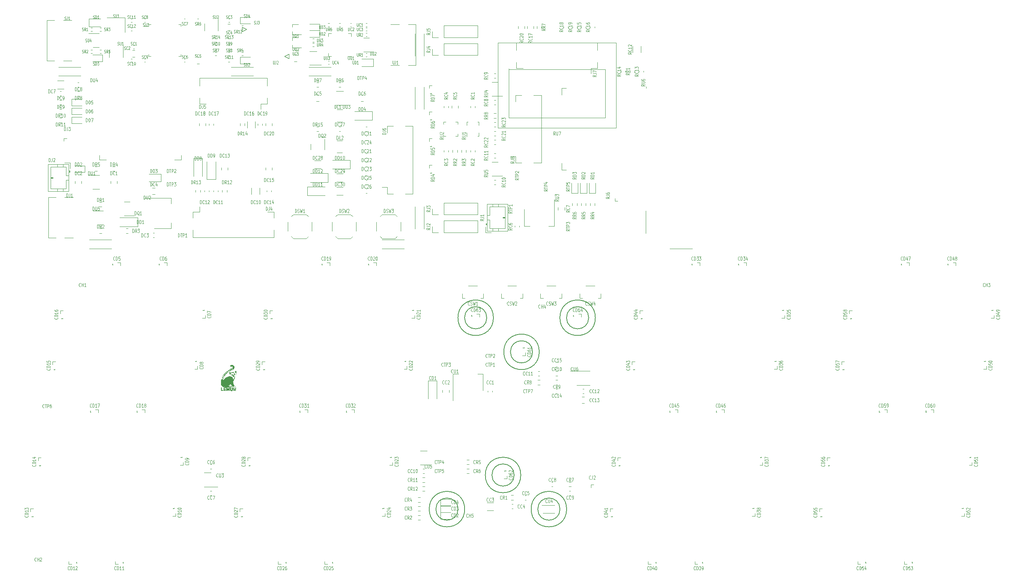
<source format=gbr>
G04 #@! TF.GenerationSoftware,KiCad,Pcbnew,7.0.4-40-g0180cb380f*
G04 #@! TF.CreationDate,2023-05-29T16:48:41-07:00*
G04 #@! TF.ProjectId,SevenSegment,53657665-6e53-4656-976d-656e742e6b69,rev?*
G04 #@! TF.SameCoordinates,Original*
G04 #@! TF.FileFunction,Legend,Top*
G04 #@! TF.FilePolarity,Positive*
%FSLAX46Y46*%
G04 Gerber Fmt 4.6, Leading zero omitted, Abs format (unit mm)*
G04 Created by KiCad (PCBNEW 7.0.4-40-g0180cb380f) date 2023-05-29 16:48:41*
%MOMM*%
%LPD*%
G01*
G04 APERTURE LIST*
%ADD10C,0.150000*%
%ADD11C,0.100000*%
%ADD12C,0.075000*%
%ADD13C,0.120000*%
G04 APERTURE END LIST*
D10*
X-36320000Y-170800000D02*
G75*
G03*
X-36320000Y-170800000I-2500000J0D01*
G01*
X-17995000Y-135300000D02*
G75*
G03*
X-17995000Y-135300000I-4000000J0D01*
G01*
X-19495000Y-135300000D02*
G75*
G03*
X-19495000Y-135300000I-2500000J0D01*
G01*
X-29840000Y-127600000D02*
G75*
G03*
X-29840000Y-127600000I-2500000J0D01*
G01*
X-13320000Y-170800000D02*
G75*
G03*
X-13320000Y-170800000I-2500000J0D01*
G01*
X-11820000Y-170800000D02*
G75*
G03*
X-11820000Y-170800000I-4000000J0D01*
G01*
X-28340000Y-127600000D02*
G75*
G03*
X-28340000Y-127600000I-4000000J0D01*
G01*
X-23665000Y-163100000D02*
G75*
G03*
X-23665000Y-163100000I-2500000J0D01*
G01*
X-22165000Y-163100000D02*
G75*
G03*
X-22165000Y-163100000I-4000000J0D01*
G01*
X-6840000Y-127600000D02*
G75*
G03*
X-6840000Y-127600000I-2500000J0D01*
G01*
X-34820000Y-170800000D02*
G75*
G03*
X-34820000Y-170800000I-4000000J0D01*
G01*
X-5340000Y-127600000D02*
G75*
G03*
X-5340000Y-127600000I-4000000J0D01*
G01*
D11*
X-119257142Y-74364895D02*
X-119257142Y-73564895D01*
X-119257142Y-73564895D02*
X-119114285Y-73564895D01*
X-119114285Y-73564895D02*
X-119028571Y-73602990D01*
X-119028571Y-73602990D02*
X-118971428Y-73679180D01*
X-118971428Y-73679180D02*
X-118942857Y-73755371D01*
X-118942857Y-73755371D02*
X-118914285Y-73907752D01*
X-118914285Y-73907752D02*
X-118914285Y-74022038D01*
X-118914285Y-74022038D02*
X-118942857Y-74174419D01*
X-118942857Y-74174419D02*
X-118971428Y-74250609D01*
X-118971428Y-74250609D02*
X-119028571Y-74326800D01*
X-119028571Y-74326800D02*
X-119114285Y-74364895D01*
X-119114285Y-74364895D02*
X-119257142Y-74364895D01*
X-118657142Y-73564895D02*
X-118657142Y-74212514D01*
X-118657142Y-74212514D02*
X-118628571Y-74288704D01*
X-118628571Y-74288704D02*
X-118600000Y-74326800D01*
X-118600000Y-74326800D02*
X-118542857Y-74364895D01*
X-118542857Y-74364895D02*
X-118428571Y-74364895D01*
X-118428571Y-74364895D02*
X-118371428Y-74326800D01*
X-118371428Y-74326800D02*
X-118342857Y-74288704D01*
X-118342857Y-74288704D02*
X-118314285Y-74212514D01*
X-118314285Y-74212514D02*
X-118314285Y-73564895D01*
X-117771429Y-73831561D02*
X-117771429Y-74364895D01*
X-117914286Y-73526800D02*
X-118057143Y-74098228D01*
X-118057143Y-74098228D02*
X-117685714Y-74098228D01*
X5864895Y-74914285D02*
X5483942Y-75114285D01*
X5864895Y-75257142D02*
X5064895Y-75257142D01*
X5064895Y-75257142D02*
X5064895Y-75028571D01*
X5064895Y-75028571D02*
X5102990Y-74971428D01*
X5102990Y-74971428D02*
X5141085Y-74942857D01*
X5141085Y-74942857D02*
X5217276Y-74914285D01*
X5217276Y-74914285D02*
X5331561Y-74914285D01*
X5331561Y-74914285D02*
X5407752Y-74942857D01*
X5407752Y-74942857D02*
X5445847Y-74971428D01*
X5445847Y-74971428D02*
X5483942Y-75028571D01*
X5483942Y-75028571D02*
X5483942Y-75257142D01*
X5064895Y-74657142D02*
X5712514Y-74657142D01*
X5712514Y-74657142D02*
X5788704Y-74628571D01*
X5788704Y-74628571D02*
X5826800Y-74600000D01*
X5826800Y-74600000D02*
X5864895Y-74542857D01*
X5864895Y-74542857D02*
X5864895Y-74428571D01*
X5864895Y-74428571D02*
X5826800Y-74371428D01*
X5826800Y-74371428D02*
X5788704Y-74342857D01*
X5788704Y-74342857D02*
X5712514Y-74314285D01*
X5712514Y-74314285D02*
X5064895Y-74314285D01*
X5064895Y-73771429D02*
X5064895Y-73885714D01*
X5064895Y-73885714D02*
X5102990Y-73942857D01*
X5102990Y-73942857D02*
X5141085Y-73971429D01*
X5141085Y-73971429D02*
X5255371Y-74028571D01*
X5255371Y-74028571D02*
X5407752Y-74057143D01*
X5407752Y-74057143D02*
X5712514Y-74057143D01*
X5712514Y-74057143D02*
X5788704Y-74028571D01*
X5788704Y-74028571D02*
X5826800Y-74000000D01*
X5826800Y-74000000D02*
X5864895Y-73942857D01*
X5864895Y-73942857D02*
X5864895Y-73828571D01*
X5864895Y-73828571D02*
X5826800Y-73771429D01*
X5826800Y-73771429D02*
X5788704Y-73742857D01*
X5788704Y-73742857D02*
X5712514Y-73714286D01*
X5712514Y-73714286D02*
X5522038Y-73714286D01*
X5522038Y-73714286D02*
X5445847Y-73742857D01*
X5445847Y-73742857D02*
X5407752Y-73771429D01*
X5407752Y-73771429D02*
X5369657Y-73828571D01*
X5369657Y-73828571D02*
X5369657Y-73942857D01*
X5369657Y-73942857D02*
X5407752Y-74000000D01*
X5407752Y-74000000D02*
X5445847Y-74028571D01*
X5445847Y-74028571D02*
X5522038Y-74057143D01*
X22234285Y-147738704D02*
X22205713Y-147776800D01*
X22205713Y-147776800D02*
X22119999Y-147814895D01*
X22119999Y-147814895D02*
X22062856Y-147814895D01*
X22062856Y-147814895D02*
X21977142Y-147776800D01*
X21977142Y-147776800D02*
X21919999Y-147700609D01*
X21919999Y-147700609D02*
X21891428Y-147624419D01*
X21891428Y-147624419D02*
X21862856Y-147472038D01*
X21862856Y-147472038D02*
X21862856Y-147357752D01*
X21862856Y-147357752D02*
X21891428Y-147205371D01*
X21891428Y-147205371D02*
X21919999Y-147129180D01*
X21919999Y-147129180D02*
X21977142Y-147052990D01*
X21977142Y-147052990D02*
X22062856Y-147014895D01*
X22062856Y-147014895D02*
X22119999Y-147014895D01*
X22119999Y-147014895D02*
X22205713Y-147052990D01*
X22205713Y-147052990D02*
X22234285Y-147091085D01*
X22491428Y-147814895D02*
X22491428Y-147014895D01*
X22491428Y-147014895D02*
X22634285Y-147014895D01*
X22634285Y-147014895D02*
X22719999Y-147052990D01*
X22719999Y-147052990D02*
X22777142Y-147129180D01*
X22777142Y-147129180D02*
X22805713Y-147205371D01*
X22805713Y-147205371D02*
X22834285Y-147357752D01*
X22834285Y-147357752D02*
X22834285Y-147472038D01*
X22834285Y-147472038D02*
X22805713Y-147624419D01*
X22805713Y-147624419D02*
X22777142Y-147700609D01*
X22777142Y-147700609D02*
X22719999Y-147776800D01*
X22719999Y-147776800D02*
X22634285Y-147814895D01*
X22634285Y-147814895D02*
X22491428Y-147814895D01*
X23348571Y-147281561D02*
X23348571Y-147814895D01*
X23205713Y-146976800D02*
X23062856Y-147548228D01*
X23062856Y-147548228D02*
X23434285Y-147548228D01*
X23920000Y-147014895D02*
X23805714Y-147014895D01*
X23805714Y-147014895D02*
X23748571Y-147052990D01*
X23748571Y-147052990D02*
X23720000Y-147091085D01*
X23720000Y-147091085D02*
X23662857Y-147205371D01*
X23662857Y-147205371D02*
X23634285Y-147357752D01*
X23634285Y-147357752D02*
X23634285Y-147662514D01*
X23634285Y-147662514D02*
X23662857Y-147738704D01*
X23662857Y-147738704D02*
X23691428Y-147776800D01*
X23691428Y-147776800D02*
X23748571Y-147814895D01*
X23748571Y-147814895D02*
X23862857Y-147814895D01*
X23862857Y-147814895D02*
X23920000Y-147776800D01*
X23920000Y-147776800D02*
X23948571Y-147738704D01*
X23948571Y-147738704D02*
X23977142Y-147662514D01*
X23977142Y-147662514D02*
X23977142Y-147472038D01*
X23977142Y-147472038D02*
X23948571Y-147395847D01*
X23948571Y-147395847D02*
X23920000Y-147357752D01*
X23920000Y-147357752D02*
X23862857Y-147319657D01*
X23862857Y-147319657D02*
X23748571Y-147319657D01*
X23748571Y-147319657D02*
X23691428Y-147357752D01*
X23691428Y-147357752D02*
X23662857Y-147395847D01*
X23662857Y-147395847D02*
X23634285Y-147472038D01*
D12*
X22080714Y-148884885D02*
X21909285Y-148884885D01*
X21995000Y-148884885D02*
X21995000Y-148584885D01*
X21995000Y-148584885D02*
X21966428Y-148627742D01*
X21966428Y-148627742D02*
X21937857Y-148656314D01*
X21937857Y-148656314D02*
X21909285Y-148670600D01*
D11*
X-133393295Y-172235714D02*
X-133355200Y-172264286D01*
X-133355200Y-172264286D02*
X-133317104Y-172350000D01*
X-133317104Y-172350000D02*
X-133317104Y-172407143D01*
X-133317104Y-172407143D02*
X-133355200Y-172492857D01*
X-133355200Y-172492857D02*
X-133431390Y-172550000D01*
X-133431390Y-172550000D02*
X-133507580Y-172578571D01*
X-133507580Y-172578571D02*
X-133659961Y-172607143D01*
X-133659961Y-172607143D02*
X-133774247Y-172607143D01*
X-133774247Y-172607143D02*
X-133926628Y-172578571D01*
X-133926628Y-172578571D02*
X-134002819Y-172550000D01*
X-134002819Y-172550000D02*
X-134079009Y-172492857D01*
X-134079009Y-172492857D02*
X-134117104Y-172407143D01*
X-134117104Y-172407143D02*
X-134117104Y-172350000D01*
X-134117104Y-172350000D02*
X-134079009Y-172264286D01*
X-134079009Y-172264286D02*
X-134040914Y-172235714D01*
X-133317104Y-171978571D02*
X-134117104Y-171978571D01*
X-134117104Y-171978571D02*
X-134117104Y-171835714D01*
X-134117104Y-171835714D02*
X-134079009Y-171750000D01*
X-134079009Y-171750000D02*
X-134002819Y-171692857D01*
X-134002819Y-171692857D02*
X-133926628Y-171664286D01*
X-133926628Y-171664286D02*
X-133774247Y-171635714D01*
X-133774247Y-171635714D02*
X-133659961Y-171635714D01*
X-133659961Y-171635714D02*
X-133507580Y-171664286D01*
X-133507580Y-171664286D02*
X-133431390Y-171692857D01*
X-133431390Y-171692857D02*
X-133355200Y-171750000D01*
X-133355200Y-171750000D02*
X-133317104Y-171835714D01*
X-133317104Y-171835714D02*
X-133317104Y-171978571D01*
X-133317104Y-171064286D02*
X-133317104Y-171407143D01*
X-133317104Y-171235714D02*
X-134117104Y-171235714D01*
X-134117104Y-171235714D02*
X-134002819Y-171292857D01*
X-134002819Y-171292857D02*
X-133926628Y-171350000D01*
X-133926628Y-171350000D02*
X-133888533Y-171407143D01*
X-134117104Y-170864285D02*
X-134117104Y-170492857D01*
X-134117104Y-170492857D02*
X-133812342Y-170692857D01*
X-133812342Y-170692857D02*
X-133812342Y-170607142D01*
X-133812342Y-170607142D02*
X-133774247Y-170550000D01*
X-133774247Y-170550000D02*
X-133736152Y-170521428D01*
X-133736152Y-170521428D02*
X-133659961Y-170492857D01*
X-133659961Y-170492857D02*
X-133469485Y-170492857D01*
X-133469485Y-170492857D02*
X-133393295Y-170521428D01*
X-133393295Y-170521428D02*
X-133355200Y-170550000D01*
X-133355200Y-170550000D02*
X-133317104Y-170607142D01*
X-133317104Y-170607142D02*
X-133317104Y-170778571D01*
X-133317104Y-170778571D02*
X-133355200Y-170835714D01*
X-133355200Y-170835714D02*
X-133393295Y-170864285D01*
D12*
X-132247114Y-172389285D02*
X-132247114Y-172560714D01*
X-132247114Y-172474999D02*
X-132547114Y-172474999D01*
X-132547114Y-172474999D02*
X-132504257Y-172503571D01*
X-132504257Y-172503571D02*
X-132475685Y-172532142D01*
X-132475685Y-172532142D02*
X-132461400Y-172560714D01*
D11*
X-9635104Y-95899999D02*
X-10016057Y-96099999D01*
X-9635104Y-96242856D02*
X-10435104Y-96242856D01*
X-10435104Y-96242856D02*
X-10435104Y-96014285D01*
X-10435104Y-96014285D02*
X-10397009Y-95957142D01*
X-10397009Y-95957142D02*
X-10358914Y-95928571D01*
X-10358914Y-95928571D02*
X-10282723Y-95899999D01*
X-10282723Y-95899999D02*
X-10168438Y-95899999D01*
X-10168438Y-95899999D02*
X-10092247Y-95928571D01*
X-10092247Y-95928571D02*
X-10054152Y-95957142D01*
X-10054152Y-95957142D02*
X-10016057Y-96014285D01*
X-10016057Y-96014285D02*
X-10016057Y-96242856D01*
X-9635104Y-95642856D02*
X-10435104Y-95642856D01*
X-10435104Y-95642856D02*
X-10435104Y-95499999D01*
X-10435104Y-95499999D02*
X-10397009Y-95414285D01*
X-10397009Y-95414285D02*
X-10320819Y-95357142D01*
X-10320819Y-95357142D02*
X-10244628Y-95328571D01*
X-10244628Y-95328571D02*
X-10092247Y-95299999D01*
X-10092247Y-95299999D02*
X-9977961Y-95299999D01*
X-9977961Y-95299999D02*
X-9825580Y-95328571D01*
X-9825580Y-95328571D02*
X-9749390Y-95357142D01*
X-9749390Y-95357142D02*
X-9673200Y-95414285D01*
X-9673200Y-95414285D02*
X-9635104Y-95499999D01*
X-9635104Y-95499999D02*
X-9635104Y-95642856D01*
X-10435104Y-95099999D02*
X-10435104Y-94728571D01*
X-10435104Y-94728571D02*
X-10130342Y-94928571D01*
X-10130342Y-94928571D02*
X-10130342Y-94842856D01*
X-10130342Y-94842856D02*
X-10092247Y-94785714D01*
X-10092247Y-94785714D02*
X-10054152Y-94757142D01*
X-10054152Y-94757142D02*
X-9977961Y-94728571D01*
X-9977961Y-94728571D02*
X-9787485Y-94728571D01*
X-9787485Y-94728571D02*
X-9711295Y-94757142D01*
X-9711295Y-94757142D02*
X-9673200Y-94785714D01*
X-9673200Y-94785714D02*
X-9635104Y-94842856D01*
X-9635104Y-94842856D02*
X-9635104Y-95014285D01*
X-9635104Y-95014285D02*
X-9673200Y-95071428D01*
X-9673200Y-95071428D02*
X-9711295Y-95099999D01*
X-11479999Y-164488704D02*
X-11508571Y-164526800D01*
X-11508571Y-164526800D02*
X-11594285Y-164564895D01*
X-11594285Y-164564895D02*
X-11651428Y-164564895D01*
X-11651428Y-164564895D02*
X-11737142Y-164526800D01*
X-11737142Y-164526800D02*
X-11794285Y-164450609D01*
X-11794285Y-164450609D02*
X-11822856Y-164374419D01*
X-11822856Y-164374419D02*
X-11851428Y-164222038D01*
X-11851428Y-164222038D02*
X-11851428Y-164107752D01*
X-11851428Y-164107752D02*
X-11822856Y-163955371D01*
X-11822856Y-163955371D02*
X-11794285Y-163879180D01*
X-11794285Y-163879180D02*
X-11737142Y-163802990D01*
X-11737142Y-163802990D02*
X-11651428Y-163764895D01*
X-11651428Y-163764895D02*
X-11594285Y-163764895D01*
X-11594285Y-163764895D02*
X-11508571Y-163802990D01*
X-11508571Y-163802990D02*
X-11479999Y-163841085D01*
X-10879999Y-164564895D02*
X-11079999Y-164183942D01*
X-11222856Y-164564895D02*
X-11222856Y-163764895D01*
X-11222856Y-163764895D02*
X-10994285Y-163764895D01*
X-10994285Y-163764895D02*
X-10937142Y-163802990D01*
X-10937142Y-163802990D02*
X-10908571Y-163841085D01*
X-10908571Y-163841085D02*
X-10879999Y-163917276D01*
X-10879999Y-163917276D02*
X-10879999Y-164031561D01*
X-10879999Y-164031561D02*
X-10908571Y-164107752D01*
X-10908571Y-164107752D02*
X-10937142Y-164145847D01*
X-10937142Y-164145847D02*
X-10994285Y-164183942D01*
X-10994285Y-164183942D02*
X-11222856Y-164183942D01*
X-10679999Y-163764895D02*
X-10279999Y-163764895D01*
X-10279999Y-163764895D02*
X-10537142Y-164564895D01*
X-41635104Y-90399999D02*
X-42016057Y-90599999D01*
X-41635104Y-90742856D02*
X-42435104Y-90742856D01*
X-42435104Y-90742856D02*
X-42435104Y-90514285D01*
X-42435104Y-90514285D02*
X-42397009Y-90457142D01*
X-42397009Y-90457142D02*
X-42358914Y-90428571D01*
X-42358914Y-90428571D02*
X-42282723Y-90399999D01*
X-42282723Y-90399999D02*
X-42168438Y-90399999D01*
X-42168438Y-90399999D02*
X-42092247Y-90428571D01*
X-42092247Y-90428571D02*
X-42054152Y-90457142D01*
X-42054152Y-90457142D02*
X-42016057Y-90514285D01*
X-42016057Y-90514285D02*
X-42016057Y-90742856D01*
X-41635104Y-90142856D02*
X-42435104Y-90142856D01*
X-42435104Y-90142856D02*
X-42435104Y-89999999D01*
X-42435104Y-89999999D02*
X-42397009Y-89914285D01*
X-42397009Y-89914285D02*
X-42320819Y-89857142D01*
X-42320819Y-89857142D02*
X-42244628Y-89828571D01*
X-42244628Y-89828571D02*
X-42092247Y-89799999D01*
X-42092247Y-89799999D02*
X-41977961Y-89799999D01*
X-41977961Y-89799999D02*
X-41825580Y-89828571D01*
X-41825580Y-89828571D02*
X-41749390Y-89857142D01*
X-41749390Y-89857142D02*
X-41673200Y-89914285D01*
X-41673200Y-89914285D02*
X-41635104Y-89999999D01*
X-41635104Y-89999999D02*
X-41635104Y-90142856D01*
X-42435104Y-89257142D02*
X-42435104Y-89542856D01*
X-42435104Y-89542856D02*
X-42054152Y-89571428D01*
X-42054152Y-89571428D02*
X-42092247Y-89542856D01*
X-42092247Y-89542856D02*
X-42130342Y-89485714D01*
X-42130342Y-89485714D02*
X-42130342Y-89342856D01*
X-42130342Y-89342856D02*
X-42092247Y-89285714D01*
X-42092247Y-89285714D02*
X-42054152Y-89257142D01*
X-42054152Y-89257142D02*
X-41977961Y-89228571D01*
X-41977961Y-89228571D02*
X-41787485Y-89228571D01*
X-41787485Y-89228571D02*
X-41711295Y-89257142D01*
X-41711295Y-89257142D02*
X-41673200Y-89285714D01*
X-41673200Y-89285714D02*
X-41635104Y-89342856D01*
X-41635104Y-89342856D02*
X-41635104Y-89485714D01*
X-41635104Y-89485714D02*
X-41673200Y-89542856D01*
X-41673200Y-89542856D02*
X-41711295Y-89571428D01*
D12*
X-42315114Y-88839285D02*
X-42315114Y-89010714D01*
X-42315114Y-88924999D02*
X-42615114Y-88924999D01*
X-42615114Y-88924999D02*
X-42572257Y-88953571D01*
X-42572257Y-88953571D02*
X-42543685Y-88982142D01*
X-42543685Y-88982142D02*
X-42529400Y-89010714D01*
D11*
X-16041571Y-124688704D02*
X-16070143Y-124726800D01*
X-16070143Y-124726800D02*
X-16155857Y-124764895D01*
X-16155857Y-124764895D02*
X-16213000Y-124764895D01*
X-16213000Y-124764895D02*
X-16298714Y-124726800D01*
X-16298714Y-124726800D02*
X-16355857Y-124650609D01*
X-16355857Y-124650609D02*
X-16384428Y-124574419D01*
X-16384428Y-124574419D02*
X-16413000Y-124422038D01*
X-16413000Y-124422038D02*
X-16413000Y-124307752D01*
X-16413000Y-124307752D02*
X-16384428Y-124155371D01*
X-16384428Y-124155371D02*
X-16355857Y-124079180D01*
X-16355857Y-124079180D02*
X-16298714Y-124002990D01*
X-16298714Y-124002990D02*
X-16213000Y-123964895D01*
X-16213000Y-123964895D02*
X-16155857Y-123964895D01*
X-16155857Y-123964895D02*
X-16070143Y-124002990D01*
X-16070143Y-124002990D02*
X-16041571Y-124041085D01*
X-15813000Y-124726800D02*
X-15727286Y-124764895D01*
X-15727286Y-124764895D02*
X-15584428Y-124764895D01*
X-15584428Y-124764895D02*
X-15527286Y-124726800D01*
X-15527286Y-124726800D02*
X-15498714Y-124688704D01*
X-15498714Y-124688704D02*
X-15470143Y-124612514D01*
X-15470143Y-124612514D02*
X-15470143Y-124536323D01*
X-15470143Y-124536323D02*
X-15498714Y-124460133D01*
X-15498714Y-124460133D02*
X-15527286Y-124422038D01*
X-15527286Y-124422038D02*
X-15584428Y-124383942D01*
X-15584428Y-124383942D02*
X-15698714Y-124345847D01*
X-15698714Y-124345847D02*
X-15755857Y-124307752D01*
X-15755857Y-124307752D02*
X-15784428Y-124269657D01*
X-15784428Y-124269657D02*
X-15813000Y-124193466D01*
X-15813000Y-124193466D02*
X-15813000Y-124117276D01*
X-15813000Y-124117276D02*
X-15784428Y-124041085D01*
X-15784428Y-124041085D02*
X-15755857Y-124002990D01*
X-15755857Y-124002990D02*
X-15698714Y-123964895D01*
X-15698714Y-123964895D02*
X-15555857Y-123964895D01*
X-15555857Y-123964895D02*
X-15470143Y-124002990D01*
X-15270142Y-123964895D02*
X-15127285Y-124764895D01*
X-15127285Y-124764895D02*
X-15012999Y-124193466D01*
X-15012999Y-124193466D02*
X-14898714Y-124764895D01*
X-14898714Y-124764895D02*
X-14755857Y-123964895D01*
X-14584428Y-123964895D02*
X-14213000Y-123964895D01*
X-14213000Y-123964895D02*
X-14413000Y-124269657D01*
X-14413000Y-124269657D02*
X-14327285Y-124269657D01*
X-14327285Y-124269657D02*
X-14270143Y-124307752D01*
X-14270143Y-124307752D02*
X-14241571Y-124345847D01*
X-14241571Y-124345847D02*
X-14213000Y-124422038D01*
X-14213000Y-124422038D02*
X-14213000Y-124612514D01*
X-14213000Y-124612514D02*
X-14241571Y-124688704D01*
X-14241571Y-124688704D02*
X-14270143Y-124726800D01*
X-14270143Y-124726800D02*
X-14327285Y-124764895D01*
X-14327285Y-124764895D02*
X-14498714Y-124764895D01*
X-14498714Y-124764895D02*
X-14555857Y-124726800D01*
X-14555857Y-124726800D02*
X-14584428Y-124688704D01*
X-47265714Y-166488704D02*
X-47294286Y-166526800D01*
X-47294286Y-166526800D02*
X-47380000Y-166564895D01*
X-47380000Y-166564895D02*
X-47437143Y-166564895D01*
X-47437143Y-166564895D02*
X-47522857Y-166526800D01*
X-47522857Y-166526800D02*
X-47580000Y-166450609D01*
X-47580000Y-166450609D02*
X-47608571Y-166374419D01*
X-47608571Y-166374419D02*
X-47637143Y-166222038D01*
X-47637143Y-166222038D02*
X-47637143Y-166107752D01*
X-47637143Y-166107752D02*
X-47608571Y-165955371D01*
X-47608571Y-165955371D02*
X-47580000Y-165879180D01*
X-47580000Y-165879180D02*
X-47522857Y-165802990D01*
X-47522857Y-165802990D02*
X-47437143Y-165764895D01*
X-47437143Y-165764895D02*
X-47380000Y-165764895D01*
X-47380000Y-165764895D02*
X-47294286Y-165802990D01*
X-47294286Y-165802990D02*
X-47265714Y-165841085D01*
X-46665714Y-166564895D02*
X-46865714Y-166183942D01*
X-47008571Y-166564895D02*
X-47008571Y-165764895D01*
X-47008571Y-165764895D02*
X-46780000Y-165764895D01*
X-46780000Y-165764895D02*
X-46722857Y-165802990D01*
X-46722857Y-165802990D02*
X-46694286Y-165841085D01*
X-46694286Y-165841085D02*
X-46665714Y-165917276D01*
X-46665714Y-165917276D02*
X-46665714Y-166031561D01*
X-46665714Y-166031561D02*
X-46694286Y-166107752D01*
X-46694286Y-166107752D02*
X-46722857Y-166145847D01*
X-46722857Y-166145847D02*
X-46780000Y-166183942D01*
X-46780000Y-166183942D02*
X-47008571Y-166183942D01*
X-46094286Y-166564895D02*
X-46437143Y-166564895D01*
X-46265714Y-166564895D02*
X-46265714Y-165764895D01*
X-46265714Y-165764895D02*
X-46322857Y-165879180D01*
X-46322857Y-165879180D02*
X-46380000Y-165955371D01*
X-46380000Y-165955371D02*
X-46437143Y-165993466D01*
X-45865714Y-165841085D02*
X-45837142Y-165802990D01*
X-45837142Y-165802990D02*
X-45780000Y-165764895D01*
X-45780000Y-165764895D02*
X-45637142Y-165764895D01*
X-45637142Y-165764895D02*
X-45580000Y-165802990D01*
X-45580000Y-165802990D02*
X-45551428Y-165841085D01*
X-45551428Y-165841085D02*
X-45522857Y-165917276D01*
X-45522857Y-165917276D02*
X-45522857Y-165993466D01*
X-45522857Y-165993466D02*
X-45551428Y-166107752D01*
X-45551428Y-166107752D02*
X-45894285Y-166564895D01*
X-45894285Y-166564895D02*
X-45522857Y-166564895D01*
X-131494285Y-182488704D02*
X-131522857Y-182526800D01*
X-131522857Y-182526800D02*
X-131608571Y-182564895D01*
X-131608571Y-182564895D02*
X-131665714Y-182564895D01*
X-131665714Y-182564895D02*
X-131751428Y-182526800D01*
X-131751428Y-182526800D02*
X-131808571Y-182450609D01*
X-131808571Y-182450609D02*
X-131837142Y-182374419D01*
X-131837142Y-182374419D02*
X-131865714Y-182222038D01*
X-131865714Y-182222038D02*
X-131865714Y-182107752D01*
X-131865714Y-182107752D02*
X-131837142Y-181955371D01*
X-131837142Y-181955371D02*
X-131808571Y-181879180D01*
X-131808571Y-181879180D02*
X-131751428Y-181802990D01*
X-131751428Y-181802990D02*
X-131665714Y-181764895D01*
X-131665714Y-181764895D02*
X-131608571Y-181764895D01*
X-131608571Y-181764895D02*
X-131522857Y-181802990D01*
X-131522857Y-181802990D02*
X-131494285Y-181841085D01*
X-131237142Y-182564895D02*
X-131237142Y-181764895D01*
X-131237142Y-182145847D02*
X-130894285Y-182145847D01*
X-130894285Y-182564895D02*
X-130894285Y-181764895D01*
X-130637143Y-181841085D02*
X-130608571Y-181802990D01*
X-130608571Y-181802990D02*
X-130551429Y-181764895D01*
X-130551429Y-181764895D02*
X-130408571Y-181764895D01*
X-130408571Y-181764895D02*
X-130351429Y-181802990D01*
X-130351429Y-181802990D02*
X-130322857Y-181841085D01*
X-130322857Y-181841085D02*
X-130294286Y-181917276D01*
X-130294286Y-181917276D02*
X-130294286Y-181993466D01*
X-130294286Y-181993466D02*
X-130322857Y-182107752D01*
X-130322857Y-182107752D02*
X-130665714Y-182564895D01*
X-130665714Y-182564895D02*
X-130294286Y-182564895D01*
X-14765714Y-137488704D02*
X-14794286Y-137526800D01*
X-14794286Y-137526800D02*
X-14880000Y-137564895D01*
X-14880000Y-137564895D02*
X-14937143Y-137564895D01*
X-14937143Y-137564895D02*
X-15022857Y-137526800D01*
X-15022857Y-137526800D02*
X-15080000Y-137450609D01*
X-15080000Y-137450609D02*
X-15108571Y-137374419D01*
X-15108571Y-137374419D02*
X-15137143Y-137222038D01*
X-15137143Y-137222038D02*
X-15137143Y-137107752D01*
X-15137143Y-137107752D02*
X-15108571Y-136955371D01*
X-15108571Y-136955371D02*
X-15080000Y-136879180D01*
X-15080000Y-136879180D02*
X-15022857Y-136802990D01*
X-15022857Y-136802990D02*
X-14937143Y-136764895D01*
X-14937143Y-136764895D02*
X-14880000Y-136764895D01*
X-14880000Y-136764895D02*
X-14794286Y-136802990D01*
X-14794286Y-136802990D02*
X-14765714Y-136841085D01*
X-14165714Y-137488704D02*
X-14194286Y-137526800D01*
X-14194286Y-137526800D02*
X-14280000Y-137564895D01*
X-14280000Y-137564895D02*
X-14337143Y-137564895D01*
X-14337143Y-137564895D02*
X-14422857Y-137526800D01*
X-14422857Y-137526800D02*
X-14480000Y-137450609D01*
X-14480000Y-137450609D02*
X-14508571Y-137374419D01*
X-14508571Y-137374419D02*
X-14537143Y-137222038D01*
X-14537143Y-137222038D02*
X-14537143Y-137107752D01*
X-14537143Y-137107752D02*
X-14508571Y-136955371D01*
X-14508571Y-136955371D02*
X-14480000Y-136879180D01*
X-14480000Y-136879180D02*
X-14422857Y-136802990D01*
X-14422857Y-136802990D02*
X-14337143Y-136764895D01*
X-14337143Y-136764895D02*
X-14280000Y-136764895D01*
X-14280000Y-136764895D02*
X-14194286Y-136802990D01*
X-14194286Y-136802990D02*
X-14165714Y-136841085D01*
X-13594286Y-137564895D02*
X-13937143Y-137564895D01*
X-13765714Y-137564895D02*
X-13765714Y-136764895D01*
X-13765714Y-136764895D02*
X-13822857Y-136879180D01*
X-13822857Y-136879180D02*
X-13880000Y-136955371D01*
X-13880000Y-136955371D02*
X-13937143Y-136993466D01*
X-13051428Y-136764895D02*
X-13337142Y-136764895D01*
X-13337142Y-136764895D02*
X-13365714Y-137145847D01*
X-13365714Y-137145847D02*
X-13337142Y-137107752D01*
X-13337142Y-137107752D02*
X-13280000Y-137069657D01*
X-13280000Y-137069657D02*
X-13137142Y-137069657D01*
X-13137142Y-137069657D02*
X-13080000Y-137107752D01*
X-13080000Y-137107752D02*
X-13051428Y-137145847D01*
X-13051428Y-137145847D02*
X-13022857Y-137222038D01*
X-13022857Y-137222038D02*
X-13022857Y-137412514D01*
X-13022857Y-137412514D02*
X-13051428Y-137488704D01*
X-13051428Y-137488704D02*
X-13080000Y-137526800D01*
X-13080000Y-137526800D02*
X-13137142Y-137564895D01*
X-13137142Y-137564895D02*
X-13280000Y-137564895D01*
X-13280000Y-137564895D02*
X-13337142Y-137526800D01*
X-13337142Y-137526800D02*
X-13365714Y-137488704D01*
X-62257142Y-80364895D02*
X-62257142Y-79564895D01*
X-62257142Y-79564895D02*
X-62114285Y-79564895D01*
X-62114285Y-79564895D02*
X-62028571Y-79602990D01*
X-62028571Y-79602990D02*
X-61971428Y-79679180D01*
X-61971428Y-79679180D02*
X-61942857Y-79755371D01*
X-61942857Y-79755371D02*
X-61914285Y-79907752D01*
X-61914285Y-79907752D02*
X-61914285Y-80022038D01*
X-61914285Y-80022038D02*
X-61942857Y-80174419D01*
X-61942857Y-80174419D02*
X-61971428Y-80250609D01*
X-61971428Y-80250609D02*
X-62028571Y-80326800D01*
X-62028571Y-80326800D02*
X-62114285Y-80364895D01*
X-62114285Y-80364895D02*
X-62257142Y-80364895D01*
X-61657142Y-79564895D02*
X-61657142Y-80212514D01*
X-61657142Y-80212514D02*
X-61628571Y-80288704D01*
X-61628571Y-80288704D02*
X-61600000Y-80326800D01*
X-61600000Y-80326800D02*
X-61542857Y-80364895D01*
X-61542857Y-80364895D02*
X-61428571Y-80364895D01*
X-61428571Y-80364895D02*
X-61371428Y-80326800D01*
X-61371428Y-80326800D02*
X-61342857Y-80288704D01*
X-61342857Y-80288704D02*
X-61314285Y-80212514D01*
X-61314285Y-80212514D02*
X-61314285Y-79564895D01*
X-61085714Y-79564895D02*
X-60714286Y-79564895D01*
X-60714286Y-79564895D02*
X-60914286Y-79869657D01*
X-60914286Y-79869657D02*
X-60828571Y-79869657D01*
X-60828571Y-79869657D02*
X-60771429Y-79907752D01*
X-60771429Y-79907752D02*
X-60742857Y-79945847D01*
X-60742857Y-79945847D02*
X-60714286Y-80022038D01*
X-60714286Y-80022038D02*
X-60714286Y-80212514D01*
X-60714286Y-80212514D02*
X-60742857Y-80288704D01*
X-60742857Y-80288704D02*
X-60771429Y-80326800D01*
X-60771429Y-80326800D02*
X-60828571Y-80364895D01*
X-60828571Y-80364895D02*
X-61000000Y-80364895D01*
X-61000000Y-80364895D02*
X-61057143Y-80326800D01*
X-61057143Y-80326800D02*
X-61085714Y-80288704D01*
X-113749999Y-114538704D02*
X-113778571Y-114576800D01*
X-113778571Y-114576800D02*
X-113864285Y-114614895D01*
X-113864285Y-114614895D02*
X-113921428Y-114614895D01*
X-113921428Y-114614895D02*
X-114007142Y-114576800D01*
X-114007142Y-114576800D02*
X-114064285Y-114500609D01*
X-114064285Y-114500609D02*
X-114092856Y-114424419D01*
X-114092856Y-114424419D02*
X-114121428Y-114272038D01*
X-114121428Y-114272038D02*
X-114121428Y-114157752D01*
X-114121428Y-114157752D02*
X-114092856Y-114005371D01*
X-114092856Y-114005371D02*
X-114064285Y-113929180D01*
X-114064285Y-113929180D02*
X-114007142Y-113852990D01*
X-114007142Y-113852990D02*
X-113921428Y-113814895D01*
X-113921428Y-113814895D02*
X-113864285Y-113814895D01*
X-113864285Y-113814895D02*
X-113778571Y-113852990D01*
X-113778571Y-113852990D02*
X-113749999Y-113891085D01*
X-113492856Y-114614895D02*
X-113492856Y-113814895D01*
X-113492856Y-113814895D02*
X-113349999Y-113814895D01*
X-113349999Y-113814895D02*
X-113264285Y-113852990D01*
X-113264285Y-113852990D02*
X-113207142Y-113929180D01*
X-113207142Y-113929180D02*
X-113178571Y-114005371D01*
X-113178571Y-114005371D02*
X-113149999Y-114157752D01*
X-113149999Y-114157752D02*
X-113149999Y-114272038D01*
X-113149999Y-114272038D02*
X-113178571Y-114424419D01*
X-113178571Y-114424419D02*
X-113207142Y-114500609D01*
X-113207142Y-114500609D02*
X-113264285Y-114576800D01*
X-113264285Y-114576800D02*
X-113349999Y-114614895D01*
X-113349999Y-114614895D02*
X-113492856Y-114614895D01*
X-112607142Y-113814895D02*
X-112892856Y-113814895D01*
X-112892856Y-113814895D02*
X-112921428Y-114195847D01*
X-112921428Y-114195847D02*
X-112892856Y-114157752D01*
X-112892856Y-114157752D02*
X-112835714Y-114119657D01*
X-112835714Y-114119657D02*
X-112692856Y-114119657D01*
X-112692856Y-114119657D02*
X-112635714Y-114157752D01*
X-112635714Y-114157752D02*
X-112607142Y-114195847D01*
X-112607142Y-114195847D02*
X-112578571Y-114272038D01*
X-112578571Y-114272038D02*
X-112578571Y-114462514D01*
X-112578571Y-114462514D02*
X-112607142Y-114538704D01*
X-112607142Y-114538704D02*
X-112635714Y-114576800D01*
X-112635714Y-114576800D02*
X-112692856Y-114614895D01*
X-112692856Y-114614895D02*
X-112835714Y-114614895D01*
X-112835714Y-114614895D02*
X-112892856Y-114576800D01*
X-112892856Y-114576800D02*
X-112921428Y-114538704D01*
D12*
X-114189285Y-115684885D02*
X-114360714Y-115684885D01*
X-114274999Y-115684885D02*
X-114274999Y-115384885D01*
X-114274999Y-115384885D02*
X-114303571Y-115427742D01*
X-114303571Y-115427742D02*
X-114332142Y-115456314D01*
X-114332142Y-115456314D02*
X-114360714Y-115470600D01*
D11*
X-63685713Y-87364895D02*
X-63685713Y-86564895D01*
X-63685713Y-86564895D02*
X-63542856Y-86564895D01*
X-63542856Y-86564895D02*
X-63457142Y-86602990D01*
X-63457142Y-86602990D02*
X-63399999Y-86679180D01*
X-63399999Y-86679180D02*
X-63371428Y-86755371D01*
X-63371428Y-86755371D02*
X-63342856Y-86907752D01*
X-63342856Y-86907752D02*
X-63342856Y-87022038D01*
X-63342856Y-87022038D02*
X-63371428Y-87174419D01*
X-63371428Y-87174419D02*
X-63399999Y-87250609D01*
X-63399999Y-87250609D02*
X-63457142Y-87326800D01*
X-63457142Y-87326800D02*
X-63542856Y-87364895D01*
X-63542856Y-87364895D02*
X-63685713Y-87364895D01*
X-62799999Y-87364895D02*
X-63085713Y-87364895D01*
X-63085713Y-87364895D02*
X-63085713Y-86564895D01*
X-62628571Y-86641085D02*
X-62599999Y-86602990D01*
X-62599999Y-86602990D02*
X-62542857Y-86564895D01*
X-62542857Y-86564895D02*
X-62399999Y-86564895D01*
X-62399999Y-86564895D02*
X-62342857Y-86602990D01*
X-62342857Y-86602990D02*
X-62314285Y-86641085D01*
X-62314285Y-86641085D02*
X-62285714Y-86717276D01*
X-62285714Y-86717276D02*
X-62285714Y-86793466D01*
X-62285714Y-86793466D02*
X-62314285Y-86907752D01*
X-62314285Y-86907752D02*
X-62657142Y-87364895D01*
X-62657142Y-87364895D02*
X-62285714Y-87364895D01*
X-122742856Y-78364895D02*
X-122742856Y-77564895D01*
X-122742856Y-77564895D02*
X-122599999Y-77564895D01*
X-122599999Y-77564895D02*
X-122514285Y-77602990D01*
X-122514285Y-77602990D02*
X-122457142Y-77679180D01*
X-122457142Y-77679180D02*
X-122428571Y-77755371D01*
X-122428571Y-77755371D02*
X-122399999Y-77907752D01*
X-122399999Y-77907752D02*
X-122399999Y-78022038D01*
X-122399999Y-78022038D02*
X-122428571Y-78174419D01*
X-122428571Y-78174419D02*
X-122457142Y-78250609D01*
X-122457142Y-78250609D02*
X-122514285Y-78326800D01*
X-122514285Y-78326800D02*
X-122599999Y-78364895D01*
X-122599999Y-78364895D02*
X-122742856Y-78364895D01*
X-121799999Y-78364895D02*
X-121999999Y-77983942D01*
X-122142856Y-78364895D02*
X-122142856Y-77564895D01*
X-122142856Y-77564895D02*
X-121914285Y-77564895D01*
X-121914285Y-77564895D02*
X-121857142Y-77602990D01*
X-121857142Y-77602990D02*
X-121828571Y-77641085D01*
X-121828571Y-77641085D02*
X-121799999Y-77717276D01*
X-121799999Y-77717276D02*
X-121799999Y-77831561D01*
X-121799999Y-77831561D02*
X-121828571Y-77907752D01*
X-121828571Y-77907752D02*
X-121857142Y-77945847D01*
X-121857142Y-77945847D02*
X-121914285Y-77983942D01*
X-121914285Y-77983942D02*
X-122142856Y-77983942D01*
X-121457142Y-77907752D02*
X-121514285Y-77869657D01*
X-121514285Y-77869657D02*
X-121542856Y-77831561D01*
X-121542856Y-77831561D02*
X-121571428Y-77755371D01*
X-121571428Y-77755371D02*
X-121571428Y-77717276D01*
X-121571428Y-77717276D02*
X-121542856Y-77641085D01*
X-121542856Y-77641085D02*
X-121514285Y-77602990D01*
X-121514285Y-77602990D02*
X-121457142Y-77564895D01*
X-121457142Y-77564895D02*
X-121342856Y-77564895D01*
X-121342856Y-77564895D02*
X-121285714Y-77602990D01*
X-121285714Y-77602990D02*
X-121257142Y-77641085D01*
X-121257142Y-77641085D02*
X-121228571Y-77717276D01*
X-121228571Y-77717276D02*
X-121228571Y-77755371D01*
X-121228571Y-77755371D02*
X-121257142Y-77831561D01*
X-121257142Y-77831561D02*
X-121285714Y-77869657D01*
X-121285714Y-77869657D02*
X-121342856Y-77907752D01*
X-121342856Y-77907752D02*
X-121457142Y-77907752D01*
X-121457142Y-77907752D02*
X-121514285Y-77945847D01*
X-121514285Y-77945847D02*
X-121542856Y-77983942D01*
X-121542856Y-77983942D02*
X-121571428Y-78060133D01*
X-121571428Y-78060133D02*
X-121571428Y-78212514D01*
X-121571428Y-78212514D02*
X-121542856Y-78288704D01*
X-121542856Y-78288704D02*
X-121514285Y-78326800D01*
X-121514285Y-78326800D02*
X-121457142Y-78364895D01*
X-121457142Y-78364895D02*
X-121342856Y-78364895D01*
X-121342856Y-78364895D02*
X-121285714Y-78326800D01*
X-121285714Y-78326800D02*
X-121257142Y-78288704D01*
X-121257142Y-78288704D02*
X-121228571Y-78212514D01*
X-121228571Y-78212514D02*
X-121228571Y-78060133D01*
X-121228571Y-78060133D02*
X-121257142Y-77983942D01*
X-121257142Y-77983942D02*
X-121285714Y-77945847D01*
X-121285714Y-77945847D02*
X-121342856Y-77907752D01*
X-98630951Y-61535300D02*
X-98559523Y-61568633D01*
X-98559523Y-61568633D02*
X-98440475Y-61568633D01*
X-98440475Y-61568633D02*
X-98392856Y-61535300D01*
X-98392856Y-61535300D02*
X-98369047Y-61501966D01*
X-98369047Y-61501966D02*
X-98345237Y-61435300D01*
X-98345237Y-61435300D02*
X-98345237Y-61368633D01*
X-98345237Y-61368633D02*
X-98369047Y-61301966D01*
X-98369047Y-61301966D02*
X-98392856Y-61268633D01*
X-98392856Y-61268633D02*
X-98440475Y-61235300D01*
X-98440475Y-61235300D02*
X-98535713Y-61201966D01*
X-98535713Y-61201966D02*
X-98583332Y-61168633D01*
X-98583332Y-61168633D02*
X-98607142Y-61135300D01*
X-98607142Y-61135300D02*
X-98630951Y-61068633D01*
X-98630951Y-61068633D02*
X-98630951Y-61001966D01*
X-98630951Y-61001966D02*
X-98607142Y-60935300D01*
X-98607142Y-60935300D02*
X-98583332Y-60901966D01*
X-98583332Y-60901966D02*
X-98535713Y-60868633D01*
X-98535713Y-60868633D02*
X-98416666Y-60868633D01*
X-98416666Y-60868633D02*
X-98345237Y-60901966D01*
X-97845238Y-61501966D02*
X-97869047Y-61535300D01*
X-97869047Y-61535300D02*
X-97940476Y-61568633D01*
X-97940476Y-61568633D02*
X-97988095Y-61568633D01*
X-97988095Y-61568633D02*
X-98059523Y-61535300D01*
X-98059523Y-61535300D02*
X-98107142Y-61468633D01*
X-98107142Y-61468633D02*
X-98130952Y-61401966D01*
X-98130952Y-61401966D02*
X-98154761Y-61268633D01*
X-98154761Y-61268633D02*
X-98154761Y-61168633D01*
X-98154761Y-61168633D02*
X-98130952Y-61035300D01*
X-98130952Y-61035300D02*
X-98107142Y-60968633D01*
X-98107142Y-60968633D02*
X-98059523Y-60901966D01*
X-98059523Y-60901966D02*
X-97988095Y-60868633D01*
X-97988095Y-60868633D02*
X-97940476Y-60868633D01*
X-97940476Y-60868633D02*
X-97869047Y-60901966D01*
X-97869047Y-60901966D02*
X-97845238Y-60935300D01*
X-97678571Y-60868633D02*
X-97345238Y-60868633D01*
X-97345238Y-60868633D02*
X-97559523Y-61568633D01*
X-29479999Y-142488704D02*
X-29508571Y-142526800D01*
X-29508571Y-142526800D02*
X-29594285Y-142564895D01*
X-29594285Y-142564895D02*
X-29651428Y-142564895D01*
X-29651428Y-142564895D02*
X-29737142Y-142526800D01*
X-29737142Y-142526800D02*
X-29794285Y-142450609D01*
X-29794285Y-142450609D02*
X-29822856Y-142374419D01*
X-29822856Y-142374419D02*
X-29851428Y-142222038D01*
X-29851428Y-142222038D02*
X-29851428Y-142107752D01*
X-29851428Y-142107752D02*
X-29822856Y-141955371D01*
X-29822856Y-141955371D02*
X-29794285Y-141879180D01*
X-29794285Y-141879180D02*
X-29737142Y-141802990D01*
X-29737142Y-141802990D02*
X-29651428Y-141764895D01*
X-29651428Y-141764895D02*
X-29594285Y-141764895D01*
X-29594285Y-141764895D02*
X-29508571Y-141802990D01*
X-29508571Y-141802990D02*
X-29479999Y-141841085D01*
X-28879999Y-142488704D02*
X-28908571Y-142526800D01*
X-28908571Y-142526800D02*
X-28994285Y-142564895D01*
X-28994285Y-142564895D02*
X-29051428Y-142564895D01*
X-29051428Y-142564895D02*
X-29137142Y-142526800D01*
X-29137142Y-142526800D02*
X-29194285Y-142450609D01*
X-29194285Y-142450609D02*
X-29222856Y-142374419D01*
X-29222856Y-142374419D02*
X-29251428Y-142222038D01*
X-29251428Y-142222038D02*
X-29251428Y-142107752D01*
X-29251428Y-142107752D02*
X-29222856Y-141955371D01*
X-29222856Y-141955371D02*
X-29194285Y-141879180D01*
X-29194285Y-141879180D02*
X-29137142Y-141802990D01*
X-29137142Y-141802990D02*
X-29051428Y-141764895D01*
X-29051428Y-141764895D02*
X-28994285Y-141764895D01*
X-28994285Y-141764895D02*
X-28908571Y-141802990D01*
X-28908571Y-141802990D02*
X-28879999Y-141841085D01*
X-28308571Y-142564895D02*
X-28651428Y-142564895D01*
X-28479999Y-142564895D02*
X-28479999Y-141764895D01*
X-28479999Y-141764895D02*
X-28537142Y-141879180D01*
X-28537142Y-141879180D02*
X-28594285Y-141955371D01*
X-28594285Y-141955371D02*
X-28651428Y-141993466D01*
X16714285Y-114538704D02*
X16685713Y-114576800D01*
X16685713Y-114576800D02*
X16599999Y-114614895D01*
X16599999Y-114614895D02*
X16542856Y-114614895D01*
X16542856Y-114614895D02*
X16457142Y-114576800D01*
X16457142Y-114576800D02*
X16399999Y-114500609D01*
X16399999Y-114500609D02*
X16371428Y-114424419D01*
X16371428Y-114424419D02*
X16342856Y-114272038D01*
X16342856Y-114272038D02*
X16342856Y-114157752D01*
X16342856Y-114157752D02*
X16371428Y-114005371D01*
X16371428Y-114005371D02*
X16399999Y-113929180D01*
X16399999Y-113929180D02*
X16457142Y-113852990D01*
X16457142Y-113852990D02*
X16542856Y-113814895D01*
X16542856Y-113814895D02*
X16599999Y-113814895D01*
X16599999Y-113814895D02*
X16685713Y-113852990D01*
X16685713Y-113852990D02*
X16714285Y-113891085D01*
X16971428Y-114614895D02*
X16971428Y-113814895D01*
X16971428Y-113814895D02*
X17114285Y-113814895D01*
X17114285Y-113814895D02*
X17199999Y-113852990D01*
X17199999Y-113852990D02*
X17257142Y-113929180D01*
X17257142Y-113929180D02*
X17285713Y-114005371D01*
X17285713Y-114005371D02*
X17314285Y-114157752D01*
X17314285Y-114157752D02*
X17314285Y-114272038D01*
X17314285Y-114272038D02*
X17285713Y-114424419D01*
X17285713Y-114424419D02*
X17257142Y-114500609D01*
X17257142Y-114500609D02*
X17199999Y-114576800D01*
X17199999Y-114576800D02*
X17114285Y-114614895D01*
X17114285Y-114614895D02*
X16971428Y-114614895D01*
X17514285Y-113814895D02*
X17885713Y-113814895D01*
X17885713Y-113814895D02*
X17685713Y-114119657D01*
X17685713Y-114119657D02*
X17771428Y-114119657D01*
X17771428Y-114119657D02*
X17828571Y-114157752D01*
X17828571Y-114157752D02*
X17857142Y-114195847D01*
X17857142Y-114195847D02*
X17885713Y-114272038D01*
X17885713Y-114272038D02*
X17885713Y-114462514D01*
X17885713Y-114462514D02*
X17857142Y-114538704D01*
X17857142Y-114538704D02*
X17828571Y-114576800D01*
X17828571Y-114576800D02*
X17771428Y-114614895D01*
X17771428Y-114614895D02*
X17599999Y-114614895D01*
X17599999Y-114614895D02*
X17542856Y-114576800D01*
X17542856Y-114576800D02*
X17514285Y-114538704D01*
X18085714Y-113814895D02*
X18457142Y-113814895D01*
X18457142Y-113814895D02*
X18257142Y-114119657D01*
X18257142Y-114119657D02*
X18342857Y-114119657D01*
X18342857Y-114119657D02*
X18400000Y-114157752D01*
X18400000Y-114157752D02*
X18428571Y-114195847D01*
X18428571Y-114195847D02*
X18457142Y-114272038D01*
X18457142Y-114272038D02*
X18457142Y-114462514D01*
X18457142Y-114462514D02*
X18428571Y-114538704D01*
X18428571Y-114538704D02*
X18400000Y-114576800D01*
X18400000Y-114576800D02*
X18342857Y-114614895D01*
X18342857Y-114614895D02*
X18171428Y-114614895D01*
X18171428Y-114614895D02*
X18114285Y-114576800D01*
X18114285Y-114576800D02*
X18085714Y-114538704D01*
D12*
X16560714Y-115684885D02*
X16389285Y-115684885D01*
X16475000Y-115684885D02*
X16475000Y-115384885D01*
X16475000Y-115384885D02*
X16446428Y-115427742D01*
X16446428Y-115427742D02*
X16417857Y-115456314D01*
X16417857Y-115456314D02*
X16389285Y-115470600D01*
D11*
X-68742856Y-74364895D02*
X-68742856Y-73564895D01*
X-68742856Y-73564895D02*
X-68599999Y-73564895D01*
X-68599999Y-73564895D02*
X-68514285Y-73602990D01*
X-68514285Y-73602990D02*
X-68457142Y-73679180D01*
X-68457142Y-73679180D02*
X-68428571Y-73755371D01*
X-68428571Y-73755371D02*
X-68399999Y-73907752D01*
X-68399999Y-73907752D02*
X-68399999Y-74022038D01*
X-68399999Y-74022038D02*
X-68428571Y-74174419D01*
X-68428571Y-74174419D02*
X-68457142Y-74250609D01*
X-68457142Y-74250609D02*
X-68514285Y-74326800D01*
X-68514285Y-74326800D02*
X-68599999Y-74364895D01*
X-68599999Y-74364895D02*
X-68742856Y-74364895D01*
X-67799999Y-74364895D02*
X-67999999Y-73983942D01*
X-68142856Y-74364895D02*
X-68142856Y-73564895D01*
X-68142856Y-73564895D02*
X-67914285Y-73564895D01*
X-67914285Y-73564895D02*
X-67857142Y-73602990D01*
X-67857142Y-73602990D02*
X-67828571Y-73641085D01*
X-67828571Y-73641085D02*
X-67799999Y-73717276D01*
X-67799999Y-73717276D02*
X-67799999Y-73831561D01*
X-67799999Y-73831561D02*
X-67828571Y-73907752D01*
X-67828571Y-73907752D02*
X-67857142Y-73945847D01*
X-67857142Y-73945847D02*
X-67914285Y-73983942D01*
X-67914285Y-73983942D02*
X-68142856Y-73983942D01*
X-67599999Y-73564895D02*
X-67199999Y-73564895D01*
X-67199999Y-73564895D02*
X-67457142Y-74364895D01*
X84086704Y-139035714D02*
X84124800Y-139064286D01*
X84124800Y-139064286D02*
X84162895Y-139150000D01*
X84162895Y-139150000D02*
X84162895Y-139207143D01*
X84162895Y-139207143D02*
X84124800Y-139292857D01*
X84124800Y-139292857D02*
X84048609Y-139350000D01*
X84048609Y-139350000D02*
X83972419Y-139378571D01*
X83972419Y-139378571D02*
X83820038Y-139407143D01*
X83820038Y-139407143D02*
X83705752Y-139407143D01*
X83705752Y-139407143D02*
X83553371Y-139378571D01*
X83553371Y-139378571D02*
X83477180Y-139350000D01*
X83477180Y-139350000D02*
X83400990Y-139292857D01*
X83400990Y-139292857D02*
X83362895Y-139207143D01*
X83362895Y-139207143D02*
X83362895Y-139150000D01*
X83362895Y-139150000D02*
X83400990Y-139064286D01*
X83400990Y-139064286D02*
X83439085Y-139035714D01*
X84162895Y-138778571D02*
X83362895Y-138778571D01*
X83362895Y-138778571D02*
X83362895Y-138635714D01*
X83362895Y-138635714D02*
X83400990Y-138550000D01*
X83400990Y-138550000D02*
X83477180Y-138492857D01*
X83477180Y-138492857D02*
X83553371Y-138464286D01*
X83553371Y-138464286D02*
X83705752Y-138435714D01*
X83705752Y-138435714D02*
X83820038Y-138435714D01*
X83820038Y-138435714D02*
X83972419Y-138464286D01*
X83972419Y-138464286D02*
X84048609Y-138492857D01*
X84048609Y-138492857D02*
X84124800Y-138550000D01*
X84124800Y-138550000D02*
X84162895Y-138635714D01*
X84162895Y-138635714D02*
X84162895Y-138778571D01*
X83362895Y-137892857D02*
X83362895Y-138178571D01*
X83362895Y-138178571D02*
X83743847Y-138207143D01*
X83743847Y-138207143D02*
X83705752Y-138178571D01*
X83705752Y-138178571D02*
X83667657Y-138121429D01*
X83667657Y-138121429D02*
X83667657Y-137978571D01*
X83667657Y-137978571D02*
X83705752Y-137921429D01*
X83705752Y-137921429D02*
X83743847Y-137892857D01*
X83743847Y-137892857D02*
X83820038Y-137864286D01*
X83820038Y-137864286D02*
X84010514Y-137864286D01*
X84010514Y-137864286D02*
X84086704Y-137892857D01*
X84086704Y-137892857D02*
X84124800Y-137921429D01*
X84124800Y-137921429D02*
X84162895Y-137978571D01*
X84162895Y-137978571D02*
X84162895Y-138121429D01*
X84162895Y-138121429D02*
X84124800Y-138178571D01*
X84124800Y-138178571D02*
X84086704Y-138207143D01*
X83362895Y-137492857D02*
X83362895Y-137435714D01*
X83362895Y-137435714D02*
X83400990Y-137378571D01*
X83400990Y-137378571D02*
X83439085Y-137350000D01*
X83439085Y-137350000D02*
X83515276Y-137321428D01*
X83515276Y-137321428D02*
X83667657Y-137292857D01*
X83667657Y-137292857D02*
X83858133Y-137292857D01*
X83858133Y-137292857D02*
X84010514Y-137321428D01*
X84010514Y-137321428D02*
X84086704Y-137350000D01*
X84086704Y-137350000D02*
X84124800Y-137378571D01*
X84124800Y-137378571D02*
X84162895Y-137435714D01*
X84162895Y-137435714D02*
X84162895Y-137492857D01*
X84162895Y-137492857D02*
X84124800Y-137550000D01*
X84124800Y-137550000D02*
X84086704Y-137578571D01*
X84086704Y-137578571D02*
X84010514Y-137607142D01*
X84010514Y-137607142D02*
X83858133Y-137635714D01*
X83858133Y-137635714D02*
X83667657Y-137635714D01*
X83667657Y-137635714D02*
X83515276Y-137607142D01*
X83515276Y-137607142D02*
X83439085Y-137578571D01*
X83439085Y-137578571D02*
X83400990Y-137550000D01*
X83400990Y-137550000D02*
X83362895Y-137492857D01*
D12*
X82632885Y-137339285D02*
X82632885Y-137510714D01*
X82632885Y-137424999D02*
X82332885Y-137424999D01*
X82332885Y-137424999D02*
X82375742Y-137453571D01*
X82375742Y-137453571D02*
X82404314Y-137482142D01*
X82404314Y-137482142D02*
X82418600Y-137510714D01*
D11*
X-59130952Y-61118633D02*
X-59130952Y-61685300D01*
X-59130952Y-61685300D02*
X-59107142Y-61751966D01*
X-59107142Y-61751966D02*
X-59083333Y-61785300D01*
X-59083333Y-61785300D02*
X-59035714Y-61818633D01*
X-59035714Y-61818633D02*
X-58940476Y-61818633D01*
X-58940476Y-61818633D02*
X-58892857Y-61785300D01*
X-58892857Y-61785300D02*
X-58869047Y-61751966D01*
X-58869047Y-61751966D02*
X-58845238Y-61685300D01*
X-58845238Y-61685300D02*
X-58845238Y-61118633D01*
X-58321428Y-61751966D02*
X-58345237Y-61785300D01*
X-58345237Y-61785300D02*
X-58416666Y-61818633D01*
X-58416666Y-61818633D02*
X-58464285Y-61818633D01*
X-58464285Y-61818633D02*
X-58535713Y-61785300D01*
X-58535713Y-61785300D02*
X-58583332Y-61718633D01*
X-58583332Y-61718633D02*
X-58607142Y-61651966D01*
X-58607142Y-61651966D02*
X-58630951Y-61518633D01*
X-58630951Y-61518633D02*
X-58630951Y-61418633D01*
X-58630951Y-61418633D02*
X-58607142Y-61285300D01*
X-58607142Y-61285300D02*
X-58583332Y-61218633D01*
X-58583332Y-61218633D02*
X-58535713Y-61151966D01*
X-58535713Y-61151966D02*
X-58464285Y-61118633D01*
X-58464285Y-61118633D02*
X-58416666Y-61118633D01*
X-58416666Y-61118633D02*
X-58345237Y-61151966D01*
X-58345237Y-61151966D02*
X-58321428Y-61185300D01*
X-57845237Y-61818633D02*
X-58130951Y-61818633D01*
X-57988094Y-61818633D02*
X-57988094Y-61118633D01*
X-57988094Y-61118633D02*
X-58035713Y-61218633D01*
X-58035713Y-61218633D02*
X-58083332Y-61285300D01*
X-58083332Y-61285300D02*
X-58130951Y-61318633D01*
X51310704Y-127535714D02*
X51348800Y-127564286D01*
X51348800Y-127564286D02*
X51386895Y-127650000D01*
X51386895Y-127650000D02*
X51386895Y-127707143D01*
X51386895Y-127707143D02*
X51348800Y-127792857D01*
X51348800Y-127792857D02*
X51272609Y-127850000D01*
X51272609Y-127850000D02*
X51196419Y-127878571D01*
X51196419Y-127878571D02*
X51044038Y-127907143D01*
X51044038Y-127907143D02*
X50929752Y-127907143D01*
X50929752Y-127907143D02*
X50777371Y-127878571D01*
X50777371Y-127878571D02*
X50701180Y-127850000D01*
X50701180Y-127850000D02*
X50624990Y-127792857D01*
X50624990Y-127792857D02*
X50586895Y-127707143D01*
X50586895Y-127707143D02*
X50586895Y-127650000D01*
X50586895Y-127650000D02*
X50624990Y-127564286D01*
X50624990Y-127564286D02*
X50663085Y-127535714D01*
X51386895Y-127278571D02*
X50586895Y-127278571D01*
X50586895Y-127278571D02*
X50586895Y-127135714D01*
X50586895Y-127135714D02*
X50624990Y-127050000D01*
X50624990Y-127050000D02*
X50701180Y-126992857D01*
X50701180Y-126992857D02*
X50777371Y-126964286D01*
X50777371Y-126964286D02*
X50929752Y-126935714D01*
X50929752Y-126935714D02*
X51044038Y-126935714D01*
X51044038Y-126935714D02*
X51196419Y-126964286D01*
X51196419Y-126964286D02*
X51272609Y-126992857D01*
X51272609Y-126992857D02*
X51348800Y-127050000D01*
X51348800Y-127050000D02*
X51386895Y-127135714D01*
X51386895Y-127135714D02*
X51386895Y-127278571D01*
X50586895Y-126392857D02*
X50586895Y-126678571D01*
X50586895Y-126678571D02*
X50967847Y-126707143D01*
X50967847Y-126707143D02*
X50929752Y-126678571D01*
X50929752Y-126678571D02*
X50891657Y-126621429D01*
X50891657Y-126621429D02*
X50891657Y-126478571D01*
X50891657Y-126478571D02*
X50929752Y-126421429D01*
X50929752Y-126421429D02*
X50967847Y-126392857D01*
X50967847Y-126392857D02*
X51044038Y-126364286D01*
X51044038Y-126364286D02*
X51234514Y-126364286D01*
X51234514Y-126364286D02*
X51310704Y-126392857D01*
X51310704Y-126392857D02*
X51348800Y-126421429D01*
X51348800Y-126421429D02*
X51386895Y-126478571D01*
X51386895Y-126478571D02*
X51386895Y-126621429D01*
X51386895Y-126621429D02*
X51348800Y-126678571D01*
X51348800Y-126678571D02*
X51310704Y-126707143D01*
X50929752Y-126021428D02*
X50891657Y-126078571D01*
X50891657Y-126078571D02*
X50853561Y-126107142D01*
X50853561Y-126107142D02*
X50777371Y-126135714D01*
X50777371Y-126135714D02*
X50739276Y-126135714D01*
X50739276Y-126135714D02*
X50663085Y-126107142D01*
X50663085Y-126107142D02*
X50624990Y-126078571D01*
X50624990Y-126078571D02*
X50586895Y-126021428D01*
X50586895Y-126021428D02*
X50586895Y-125907142D01*
X50586895Y-125907142D02*
X50624990Y-125850000D01*
X50624990Y-125850000D02*
X50663085Y-125821428D01*
X50663085Y-125821428D02*
X50739276Y-125792857D01*
X50739276Y-125792857D02*
X50777371Y-125792857D01*
X50777371Y-125792857D02*
X50853561Y-125821428D01*
X50853561Y-125821428D02*
X50891657Y-125850000D01*
X50891657Y-125850000D02*
X50929752Y-125907142D01*
X50929752Y-125907142D02*
X50929752Y-126021428D01*
X50929752Y-126021428D02*
X50967847Y-126078571D01*
X50967847Y-126078571D02*
X51005942Y-126107142D01*
X51005942Y-126107142D02*
X51082133Y-126135714D01*
X51082133Y-126135714D02*
X51234514Y-126135714D01*
X51234514Y-126135714D02*
X51310704Y-126107142D01*
X51310704Y-126107142D02*
X51348800Y-126078571D01*
X51348800Y-126078571D02*
X51386895Y-126021428D01*
X51386895Y-126021428D02*
X51386895Y-125907142D01*
X51386895Y-125907142D02*
X51348800Y-125850000D01*
X51348800Y-125850000D02*
X51310704Y-125821428D01*
X51310704Y-125821428D02*
X51234514Y-125792857D01*
X51234514Y-125792857D02*
X51082133Y-125792857D01*
X51082133Y-125792857D02*
X51005942Y-125821428D01*
X51005942Y-125821428D02*
X50967847Y-125850000D01*
X50967847Y-125850000D02*
X50929752Y-125907142D01*
D12*
X52456885Y-127689285D02*
X52456885Y-127860714D01*
X52456885Y-127774999D02*
X52156885Y-127774999D01*
X52156885Y-127774999D02*
X52199742Y-127803571D01*
X52199742Y-127803571D02*
X52228314Y-127832142D01*
X52228314Y-127832142D02*
X52242600Y-127860714D01*
D11*
X-126688295Y-127535714D02*
X-126650200Y-127564286D01*
X-126650200Y-127564286D02*
X-126612104Y-127650000D01*
X-126612104Y-127650000D02*
X-126612104Y-127707143D01*
X-126612104Y-127707143D02*
X-126650200Y-127792857D01*
X-126650200Y-127792857D02*
X-126726390Y-127850000D01*
X-126726390Y-127850000D02*
X-126802580Y-127878571D01*
X-126802580Y-127878571D02*
X-126954961Y-127907143D01*
X-126954961Y-127907143D02*
X-127069247Y-127907143D01*
X-127069247Y-127907143D02*
X-127221628Y-127878571D01*
X-127221628Y-127878571D02*
X-127297819Y-127850000D01*
X-127297819Y-127850000D02*
X-127374009Y-127792857D01*
X-127374009Y-127792857D02*
X-127412104Y-127707143D01*
X-127412104Y-127707143D02*
X-127412104Y-127650000D01*
X-127412104Y-127650000D02*
X-127374009Y-127564286D01*
X-127374009Y-127564286D02*
X-127335914Y-127535714D01*
X-126612104Y-127278571D02*
X-127412104Y-127278571D01*
X-127412104Y-127278571D02*
X-127412104Y-127135714D01*
X-127412104Y-127135714D02*
X-127374009Y-127050000D01*
X-127374009Y-127050000D02*
X-127297819Y-126992857D01*
X-127297819Y-126992857D02*
X-127221628Y-126964286D01*
X-127221628Y-126964286D02*
X-127069247Y-126935714D01*
X-127069247Y-126935714D02*
X-126954961Y-126935714D01*
X-126954961Y-126935714D02*
X-126802580Y-126964286D01*
X-126802580Y-126964286D02*
X-126726390Y-126992857D01*
X-126726390Y-126992857D02*
X-126650200Y-127050000D01*
X-126650200Y-127050000D02*
X-126612104Y-127135714D01*
X-126612104Y-127135714D02*
X-126612104Y-127278571D01*
X-126612104Y-126364286D02*
X-126612104Y-126707143D01*
X-126612104Y-126535714D02*
X-127412104Y-126535714D01*
X-127412104Y-126535714D02*
X-127297819Y-126592857D01*
X-127297819Y-126592857D02*
X-127221628Y-126650000D01*
X-127221628Y-126650000D02*
X-127183533Y-126707143D01*
X-127412104Y-125850000D02*
X-127412104Y-125964285D01*
X-127412104Y-125964285D02*
X-127374009Y-126021428D01*
X-127374009Y-126021428D02*
X-127335914Y-126050000D01*
X-127335914Y-126050000D02*
X-127221628Y-126107142D01*
X-127221628Y-126107142D02*
X-127069247Y-126135714D01*
X-127069247Y-126135714D02*
X-126764485Y-126135714D01*
X-126764485Y-126135714D02*
X-126688295Y-126107142D01*
X-126688295Y-126107142D02*
X-126650200Y-126078571D01*
X-126650200Y-126078571D02*
X-126612104Y-126021428D01*
X-126612104Y-126021428D02*
X-126612104Y-125907142D01*
X-126612104Y-125907142D02*
X-126650200Y-125850000D01*
X-126650200Y-125850000D02*
X-126688295Y-125821428D01*
X-126688295Y-125821428D02*
X-126764485Y-125792857D01*
X-126764485Y-125792857D02*
X-126954961Y-125792857D01*
X-126954961Y-125792857D02*
X-127031152Y-125821428D01*
X-127031152Y-125821428D02*
X-127069247Y-125850000D01*
X-127069247Y-125850000D02*
X-127107342Y-125907142D01*
X-127107342Y-125907142D02*
X-127107342Y-126021428D01*
X-127107342Y-126021428D02*
X-127069247Y-126078571D01*
X-127069247Y-126078571D02*
X-127031152Y-126107142D01*
X-127031152Y-126107142D02*
X-126954961Y-126135714D01*
D12*
X-125542114Y-127689285D02*
X-125542114Y-127860714D01*
X-125542114Y-127774999D02*
X-125842114Y-127774999D01*
X-125842114Y-127774999D02*
X-125799257Y-127803571D01*
X-125799257Y-127803571D02*
X-125770685Y-127832142D01*
X-125770685Y-127832142D02*
X-125756400Y-127860714D01*
D11*
X-59130952Y-62118633D02*
X-59130952Y-62685300D01*
X-59130952Y-62685300D02*
X-59107142Y-62751966D01*
X-59107142Y-62751966D02*
X-59083333Y-62785300D01*
X-59083333Y-62785300D02*
X-59035714Y-62818633D01*
X-59035714Y-62818633D02*
X-58940476Y-62818633D01*
X-58940476Y-62818633D02*
X-58892857Y-62785300D01*
X-58892857Y-62785300D02*
X-58869047Y-62751966D01*
X-58869047Y-62751966D02*
X-58845238Y-62685300D01*
X-58845238Y-62685300D02*
X-58845238Y-62118633D01*
X-58321428Y-62751966D02*
X-58345237Y-62785300D01*
X-58345237Y-62785300D02*
X-58416666Y-62818633D01*
X-58416666Y-62818633D02*
X-58464285Y-62818633D01*
X-58464285Y-62818633D02*
X-58535713Y-62785300D01*
X-58535713Y-62785300D02*
X-58583332Y-62718633D01*
X-58583332Y-62718633D02*
X-58607142Y-62651966D01*
X-58607142Y-62651966D02*
X-58630951Y-62518633D01*
X-58630951Y-62518633D02*
X-58630951Y-62418633D01*
X-58630951Y-62418633D02*
X-58607142Y-62285300D01*
X-58607142Y-62285300D02*
X-58583332Y-62218633D01*
X-58583332Y-62218633D02*
X-58535713Y-62151966D01*
X-58535713Y-62151966D02*
X-58464285Y-62118633D01*
X-58464285Y-62118633D02*
X-58416666Y-62118633D01*
X-58416666Y-62118633D02*
X-58345237Y-62151966D01*
X-58345237Y-62151966D02*
X-58321428Y-62185300D01*
X-58154761Y-62118633D02*
X-57845237Y-62118633D01*
X-57845237Y-62118633D02*
X-58011904Y-62385300D01*
X-58011904Y-62385300D02*
X-57940475Y-62385300D01*
X-57940475Y-62385300D02*
X-57892856Y-62418633D01*
X-57892856Y-62418633D02*
X-57869047Y-62451966D01*
X-57869047Y-62451966D02*
X-57845237Y-62518633D01*
X-57845237Y-62518633D02*
X-57845237Y-62685300D01*
X-57845237Y-62685300D02*
X-57869047Y-62751966D01*
X-57869047Y-62751966D02*
X-57892856Y-62785300D01*
X-57892856Y-62785300D02*
X-57940475Y-62818633D01*
X-57940475Y-62818633D02*
X-58083332Y-62818633D01*
X-58083332Y-62818633D02*
X-58130951Y-62785300D01*
X-58130951Y-62785300D02*
X-58154761Y-62751966D01*
X-86028571Y-86364895D02*
X-86028571Y-85564895D01*
X-86028571Y-85564895D02*
X-85885714Y-85564895D01*
X-85885714Y-85564895D02*
X-85800000Y-85602990D01*
X-85800000Y-85602990D02*
X-85742857Y-85679180D01*
X-85742857Y-85679180D02*
X-85714286Y-85755371D01*
X-85714286Y-85755371D02*
X-85685714Y-85907752D01*
X-85685714Y-85907752D02*
X-85685714Y-86022038D01*
X-85685714Y-86022038D02*
X-85714286Y-86174419D01*
X-85714286Y-86174419D02*
X-85742857Y-86250609D01*
X-85742857Y-86250609D02*
X-85800000Y-86326800D01*
X-85800000Y-86326800D02*
X-85885714Y-86364895D01*
X-85885714Y-86364895D02*
X-86028571Y-86364895D01*
X-85085714Y-86364895D02*
X-85285714Y-85983942D01*
X-85428571Y-86364895D02*
X-85428571Y-85564895D01*
X-85428571Y-85564895D02*
X-85200000Y-85564895D01*
X-85200000Y-85564895D02*
X-85142857Y-85602990D01*
X-85142857Y-85602990D02*
X-85114286Y-85641085D01*
X-85114286Y-85641085D02*
X-85085714Y-85717276D01*
X-85085714Y-85717276D02*
X-85085714Y-85831561D01*
X-85085714Y-85831561D02*
X-85114286Y-85907752D01*
X-85114286Y-85907752D02*
X-85142857Y-85945847D01*
X-85142857Y-85945847D02*
X-85200000Y-85983942D01*
X-85200000Y-85983942D02*
X-85428571Y-85983942D01*
X-84514286Y-86364895D02*
X-84857143Y-86364895D01*
X-84685714Y-86364895D02*
X-84685714Y-85564895D01*
X-84685714Y-85564895D02*
X-84742857Y-85679180D01*
X-84742857Y-85679180D02*
X-84800000Y-85755371D01*
X-84800000Y-85755371D02*
X-84857143Y-85793466D01*
X-84000000Y-85831561D02*
X-84000000Y-86364895D01*
X-84142857Y-85526800D02*
X-84285714Y-86098228D01*
X-84285714Y-86098228D02*
X-83914285Y-86098228D01*
X-68742856Y-77364895D02*
X-68742856Y-76564895D01*
X-68742856Y-76564895D02*
X-68599999Y-76564895D01*
X-68599999Y-76564895D02*
X-68514285Y-76602990D01*
X-68514285Y-76602990D02*
X-68457142Y-76679180D01*
X-68457142Y-76679180D02*
X-68428571Y-76755371D01*
X-68428571Y-76755371D02*
X-68399999Y-76907752D01*
X-68399999Y-76907752D02*
X-68399999Y-77022038D01*
X-68399999Y-77022038D02*
X-68428571Y-77174419D01*
X-68428571Y-77174419D02*
X-68457142Y-77250609D01*
X-68457142Y-77250609D02*
X-68514285Y-77326800D01*
X-68514285Y-77326800D02*
X-68599999Y-77364895D01*
X-68599999Y-77364895D02*
X-68742856Y-77364895D01*
X-67799999Y-77288704D02*
X-67828571Y-77326800D01*
X-67828571Y-77326800D02*
X-67914285Y-77364895D01*
X-67914285Y-77364895D02*
X-67971428Y-77364895D01*
X-67971428Y-77364895D02*
X-68057142Y-77326800D01*
X-68057142Y-77326800D02*
X-68114285Y-77250609D01*
X-68114285Y-77250609D02*
X-68142856Y-77174419D01*
X-68142856Y-77174419D02*
X-68171428Y-77022038D01*
X-68171428Y-77022038D02*
X-68171428Y-76907752D01*
X-68171428Y-76907752D02*
X-68142856Y-76755371D01*
X-68142856Y-76755371D02*
X-68114285Y-76679180D01*
X-68114285Y-76679180D02*
X-68057142Y-76602990D01*
X-68057142Y-76602990D02*
X-67971428Y-76564895D01*
X-67971428Y-76564895D02*
X-67914285Y-76564895D01*
X-67914285Y-76564895D02*
X-67828571Y-76602990D01*
X-67828571Y-76602990D02*
X-67799999Y-76641085D01*
X-67257142Y-76564895D02*
X-67542856Y-76564895D01*
X-67542856Y-76564895D02*
X-67571428Y-76945847D01*
X-67571428Y-76945847D02*
X-67542856Y-76907752D01*
X-67542856Y-76907752D02*
X-67485714Y-76869657D01*
X-67485714Y-76869657D02*
X-67342856Y-76869657D01*
X-67342856Y-76869657D02*
X-67285714Y-76907752D01*
X-67285714Y-76907752D02*
X-67257142Y-76945847D01*
X-67257142Y-76945847D02*
X-67228571Y-77022038D01*
X-67228571Y-77022038D02*
X-67228571Y-77212514D01*
X-67228571Y-77212514D02*
X-67257142Y-77288704D01*
X-67257142Y-77288704D02*
X-67285714Y-77326800D01*
X-67285714Y-77326800D02*
X-67342856Y-77364895D01*
X-67342856Y-77364895D02*
X-67485714Y-77364895D01*
X-67485714Y-77364895D02*
X-67542856Y-77326800D01*
X-67542856Y-77326800D02*
X-67571428Y-77288704D01*
X80830704Y-160735714D02*
X80868800Y-160764286D01*
X80868800Y-160764286D02*
X80906895Y-160850000D01*
X80906895Y-160850000D02*
X80906895Y-160907143D01*
X80906895Y-160907143D02*
X80868800Y-160992857D01*
X80868800Y-160992857D02*
X80792609Y-161050000D01*
X80792609Y-161050000D02*
X80716419Y-161078571D01*
X80716419Y-161078571D02*
X80564038Y-161107143D01*
X80564038Y-161107143D02*
X80449752Y-161107143D01*
X80449752Y-161107143D02*
X80297371Y-161078571D01*
X80297371Y-161078571D02*
X80221180Y-161050000D01*
X80221180Y-161050000D02*
X80144990Y-160992857D01*
X80144990Y-160992857D02*
X80106895Y-160907143D01*
X80106895Y-160907143D02*
X80106895Y-160850000D01*
X80106895Y-160850000D02*
X80144990Y-160764286D01*
X80144990Y-160764286D02*
X80183085Y-160735714D01*
X80906895Y-160478571D02*
X80106895Y-160478571D01*
X80106895Y-160478571D02*
X80106895Y-160335714D01*
X80106895Y-160335714D02*
X80144990Y-160250000D01*
X80144990Y-160250000D02*
X80221180Y-160192857D01*
X80221180Y-160192857D02*
X80297371Y-160164286D01*
X80297371Y-160164286D02*
X80449752Y-160135714D01*
X80449752Y-160135714D02*
X80564038Y-160135714D01*
X80564038Y-160135714D02*
X80716419Y-160164286D01*
X80716419Y-160164286D02*
X80792609Y-160192857D01*
X80792609Y-160192857D02*
X80868800Y-160250000D01*
X80868800Y-160250000D02*
X80906895Y-160335714D01*
X80906895Y-160335714D02*
X80906895Y-160478571D01*
X80106895Y-159592857D02*
X80106895Y-159878571D01*
X80106895Y-159878571D02*
X80487847Y-159907143D01*
X80487847Y-159907143D02*
X80449752Y-159878571D01*
X80449752Y-159878571D02*
X80411657Y-159821429D01*
X80411657Y-159821429D02*
X80411657Y-159678571D01*
X80411657Y-159678571D02*
X80449752Y-159621429D01*
X80449752Y-159621429D02*
X80487847Y-159592857D01*
X80487847Y-159592857D02*
X80564038Y-159564286D01*
X80564038Y-159564286D02*
X80754514Y-159564286D01*
X80754514Y-159564286D02*
X80830704Y-159592857D01*
X80830704Y-159592857D02*
X80868800Y-159621429D01*
X80868800Y-159621429D02*
X80906895Y-159678571D01*
X80906895Y-159678571D02*
X80906895Y-159821429D01*
X80906895Y-159821429D02*
X80868800Y-159878571D01*
X80868800Y-159878571D02*
X80830704Y-159907143D01*
X80906895Y-158992857D02*
X80906895Y-159335714D01*
X80906895Y-159164285D02*
X80106895Y-159164285D01*
X80106895Y-159164285D02*
X80221180Y-159221428D01*
X80221180Y-159221428D02*
X80297371Y-159278571D01*
X80297371Y-159278571D02*
X80335466Y-159335714D01*
D12*
X79376885Y-159039285D02*
X79376885Y-159210714D01*
X79376885Y-159124999D02*
X79076885Y-159124999D01*
X79076885Y-159124999D02*
X79119742Y-159153571D01*
X79119742Y-159153571D02*
X79148314Y-159182142D01*
X79148314Y-159182142D02*
X79162600Y-159210714D01*
D11*
X-107630951Y-60035300D02*
X-107559523Y-60068633D01*
X-107559523Y-60068633D02*
X-107440475Y-60068633D01*
X-107440475Y-60068633D02*
X-107392856Y-60035300D01*
X-107392856Y-60035300D02*
X-107369047Y-60001966D01*
X-107369047Y-60001966D02*
X-107345237Y-59935300D01*
X-107345237Y-59935300D02*
X-107345237Y-59868633D01*
X-107345237Y-59868633D02*
X-107369047Y-59801966D01*
X-107369047Y-59801966D02*
X-107392856Y-59768633D01*
X-107392856Y-59768633D02*
X-107440475Y-59735300D01*
X-107440475Y-59735300D02*
X-107535713Y-59701966D01*
X-107535713Y-59701966D02*
X-107583332Y-59668633D01*
X-107583332Y-59668633D02*
X-107607142Y-59635300D01*
X-107607142Y-59635300D02*
X-107630951Y-59568633D01*
X-107630951Y-59568633D02*
X-107630951Y-59501966D01*
X-107630951Y-59501966D02*
X-107607142Y-59435300D01*
X-107607142Y-59435300D02*
X-107583332Y-59401966D01*
X-107583332Y-59401966D02*
X-107535713Y-59368633D01*
X-107535713Y-59368633D02*
X-107416666Y-59368633D01*
X-107416666Y-59368633D02*
X-107345237Y-59401966D01*
X-106845238Y-60001966D02*
X-106869047Y-60035300D01*
X-106869047Y-60035300D02*
X-106940476Y-60068633D01*
X-106940476Y-60068633D02*
X-106988095Y-60068633D01*
X-106988095Y-60068633D02*
X-107059523Y-60035300D01*
X-107059523Y-60035300D02*
X-107107142Y-59968633D01*
X-107107142Y-59968633D02*
X-107130952Y-59901966D01*
X-107130952Y-59901966D02*
X-107154761Y-59768633D01*
X-107154761Y-59768633D02*
X-107154761Y-59668633D01*
X-107154761Y-59668633D02*
X-107130952Y-59535300D01*
X-107130952Y-59535300D02*
X-107107142Y-59468633D01*
X-107107142Y-59468633D02*
X-107059523Y-59401966D01*
X-107059523Y-59401966D02*
X-106988095Y-59368633D01*
X-106988095Y-59368633D02*
X-106940476Y-59368633D01*
X-106940476Y-59368633D02*
X-106869047Y-59401966D01*
X-106869047Y-59401966D02*
X-106845238Y-59435300D01*
X-106559523Y-59668633D02*
X-106607142Y-59635300D01*
X-106607142Y-59635300D02*
X-106630952Y-59601966D01*
X-106630952Y-59601966D02*
X-106654761Y-59535300D01*
X-106654761Y-59535300D02*
X-106654761Y-59501966D01*
X-106654761Y-59501966D02*
X-106630952Y-59435300D01*
X-106630952Y-59435300D02*
X-106607142Y-59401966D01*
X-106607142Y-59401966D02*
X-106559523Y-59368633D01*
X-106559523Y-59368633D02*
X-106464285Y-59368633D01*
X-106464285Y-59368633D02*
X-106416666Y-59401966D01*
X-106416666Y-59401966D02*
X-106392857Y-59435300D01*
X-106392857Y-59435300D02*
X-106369047Y-59501966D01*
X-106369047Y-59501966D02*
X-106369047Y-59535300D01*
X-106369047Y-59535300D02*
X-106392857Y-59601966D01*
X-106392857Y-59601966D02*
X-106416666Y-59635300D01*
X-106416666Y-59635300D02*
X-106464285Y-59668633D01*
X-106464285Y-59668633D02*
X-106559523Y-59668633D01*
X-106559523Y-59668633D02*
X-106607142Y-59701966D01*
X-106607142Y-59701966D02*
X-106630952Y-59735300D01*
X-106630952Y-59735300D02*
X-106654761Y-59801966D01*
X-106654761Y-59801966D02*
X-106654761Y-59935300D01*
X-106654761Y-59935300D02*
X-106630952Y-60001966D01*
X-106630952Y-60001966D02*
X-106607142Y-60035300D01*
X-106607142Y-60035300D02*
X-106559523Y-60068633D01*
X-106559523Y-60068633D02*
X-106464285Y-60068633D01*
X-106464285Y-60068633D02*
X-106416666Y-60035300D01*
X-106416666Y-60035300D02*
X-106392857Y-60001966D01*
X-106392857Y-60001966D02*
X-106369047Y-59935300D01*
X-106369047Y-59935300D02*
X-106369047Y-59801966D01*
X-106369047Y-59801966D02*
X-106392857Y-59735300D01*
X-106392857Y-59735300D02*
X-106416666Y-59701966D01*
X-106416666Y-59701966D02*
X-106464285Y-59668633D01*
X-73630952Y-67618633D02*
X-73630952Y-68185300D01*
X-73630952Y-68185300D02*
X-73607142Y-68251966D01*
X-73607142Y-68251966D02*
X-73583333Y-68285300D01*
X-73583333Y-68285300D02*
X-73535714Y-68318633D01*
X-73535714Y-68318633D02*
X-73440476Y-68318633D01*
X-73440476Y-68318633D02*
X-73392857Y-68285300D01*
X-73392857Y-68285300D02*
X-73369047Y-68251966D01*
X-73369047Y-68251966D02*
X-73345238Y-68185300D01*
X-73345238Y-68185300D02*
X-73345238Y-67618633D01*
X-72821428Y-68251966D02*
X-72845237Y-68285300D01*
X-72845237Y-68285300D02*
X-72916666Y-68318633D01*
X-72916666Y-68318633D02*
X-72964285Y-68318633D01*
X-72964285Y-68318633D02*
X-73035713Y-68285300D01*
X-73035713Y-68285300D02*
X-73083332Y-68218633D01*
X-73083332Y-68218633D02*
X-73107142Y-68151966D01*
X-73107142Y-68151966D02*
X-73130951Y-68018633D01*
X-73130951Y-68018633D02*
X-73130951Y-67918633D01*
X-73130951Y-67918633D02*
X-73107142Y-67785300D01*
X-73107142Y-67785300D02*
X-73083332Y-67718633D01*
X-73083332Y-67718633D02*
X-73035713Y-67651966D01*
X-73035713Y-67651966D02*
X-72964285Y-67618633D01*
X-72964285Y-67618633D02*
X-72916666Y-67618633D01*
X-72916666Y-67618633D02*
X-72845237Y-67651966D01*
X-72845237Y-67651966D02*
X-72821428Y-67685300D01*
X-72369047Y-67618633D02*
X-72607142Y-67618633D01*
X-72607142Y-67618633D02*
X-72630951Y-67951966D01*
X-72630951Y-67951966D02*
X-72607142Y-67918633D01*
X-72607142Y-67918633D02*
X-72559523Y-67885300D01*
X-72559523Y-67885300D02*
X-72440475Y-67885300D01*
X-72440475Y-67885300D02*
X-72392856Y-67918633D01*
X-72392856Y-67918633D02*
X-72369047Y-67951966D01*
X-72369047Y-67951966D02*
X-72345237Y-68018633D01*
X-72345237Y-68018633D02*
X-72345237Y-68185300D01*
X-72345237Y-68185300D02*
X-72369047Y-68251966D01*
X-72369047Y-68251966D02*
X-72392856Y-68285300D01*
X-72392856Y-68285300D02*
X-72440475Y-68318633D01*
X-72440475Y-68318633D02*
X-72559523Y-68318633D01*
X-72559523Y-68318633D02*
X-72607142Y-68285300D01*
X-72607142Y-68285300D02*
X-72630951Y-68251966D01*
X-36635104Y-92899999D02*
X-37016057Y-93099999D01*
X-36635104Y-93242856D02*
X-37435104Y-93242856D01*
X-37435104Y-93242856D02*
X-37435104Y-93014285D01*
X-37435104Y-93014285D02*
X-37397009Y-92957142D01*
X-37397009Y-92957142D02*
X-37358914Y-92928571D01*
X-37358914Y-92928571D02*
X-37282723Y-92899999D01*
X-37282723Y-92899999D02*
X-37168438Y-92899999D01*
X-37168438Y-92899999D02*
X-37092247Y-92928571D01*
X-37092247Y-92928571D02*
X-37054152Y-92957142D01*
X-37054152Y-92957142D02*
X-37016057Y-93014285D01*
X-37016057Y-93014285D02*
X-37016057Y-93242856D01*
X-36635104Y-92299999D02*
X-37016057Y-92499999D01*
X-36635104Y-92642856D02*
X-37435104Y-92642856D01*
X-37435104Y-92642856D02*
X-37435104Y-92414285D01*
X-37435104Y-92414285D02*
X-37397009Y-92357142D01*
X-37397009Y-92357142D02*
X-37358914Y-92328571D01*
X-37358914Y-92328571D02*
X-37282723Y-92299999D01*
X-37282723Y-92299999D02*
X-37168438Y-92299999D01*
X-37168438Y-92299999D02*
X-37092247Y-92328571D01*
X-37092247Y-92328571D02*
X-37054152Y-92357142D01*
X-37054152Y-92357142D02*
X-37016057Y-92414285D01*
X-37016057Y-92414285D02*
X-37016057Y-92642856D01*
X-37358914Y-92071428D02*
X-37397009Y-92042856D01*
X-37397009Y-92042856D02*
X-37435104Y-91985714D01*
X-37435104Y-91985714D02*
X-37435104Y-91842856D01*
X-37435104Y-91842856D02*
X-37397009Y-91785714D01*
X-37397009Y-91785714D02*
X-37358914Y-91757142D01*
X-37358914Y-91757142D02*
X-37282723Y-91728571D01*
X-37282723Y-91728571D02*
X-37206533Y-91728571D01*
X-37206533Y-91728571D02*
X-37092247Y-91757142D01*
X-37092247Y-91757142D02*
X-36635104Y-92099999D01*
X-36635104Y-92099999D02*
X-36635104Y-91728571D01*
X-47979999Y-170988704D02*
X-48008571Y-171026800D01*
X-48008571Y-171026800D02*
X-48094285Y-171064895D01*
X-48094285Y-171064895D02*
X-48151428Y-171064895D01*
X-48151428Y-171064895D02*
X-48237142Y-171026800D01*
X-48237142Y-171026800D02*
X-48294285Y-170950609D01*
X-48294285Y-170950609D02*
X-48322856Y-170874419D01*
X-48322856Y-170874419D02*
X-48351428Y-170722038D01*
X-48351428Y-170722038D02*
X-48351428Y-170607752D01*
X-48351428Y-170607752D02*
X-48322856Y-170455371D01*
X-48322856Y-170455371D02*
X-48294285Y-170379180D01*
X-48294285Y-170379180D02*
X-48237142Y-170302990D01*
X-48237142Y-170302990D02*
X-48151428Y-170264895D01*
X-48151428Y-170264895D02*
X-48094285Y-170264895D01*
X-48094285Y-170264895D02*
X-48008571Y-170302990D01*
X-48008571Y-170302990D02*
X-47979999Y-170341085D01*
X-47379999Y-171064895D02*
X-47579999Y-170683942D01*
X-47722856Y-171064895D02*
X-47722856Y-170264895D01*
X-47722856Y-170264895D02*
X-47494285Y-170264895D01*
X-47494285Y-170264895D02*
X-47437142Y-170302990D01*
X-47437142Y-170302990D02*
X-47408571Y-170341085D01*
X-47408571Y-170341085D02*
X-47379999Y-170417276D01*
X-47379999Y-170417276D02*
X-47379999Y-170531561D01*
X-47379999Y-170531561D02*
X-47408571Y-170607752D01*
X-47408571Y-170607752D02*
X-47437142Y-170645847D01*
X-47437142Y-170645847D02*
X-47494285Y-170683942D01*
X-47494285Y-170683942D02*
X-47722856Y-170683942D01*
X-47179999Y-170264895D02*
X-46808571Y-170264895D01*
X-46808571Y-170264895D02*
X-47008571Y-170569657D01*
X-47008571Y-170569657D02*
X-46922856Y-170569657D01*
X-46922856Y-170569657D02*
X-46865714Y-170607752D01*
X-46865714Y-170607752D02*
X-46837142Y-170645847D01*
X-46837142Y-170645847D02*
X-46808571Y-170722038D01*
X-46808571Y-170722038D02*
X-46808571Y-170912514D01*
X-46808571Y-170912514D02*
X-46837142Y-170988704D01*
X-46837142Y-170988704D02*
X-46865714Y-171026800D01*
X-46865714Y-171026800D02*
X-46922856Y-171064895D01*
X-46922856Y-171064895D02*
X-47094285Y-171064895D01*
X-47094285Y-171064895D02*
X-47151428Y-171026800D01*
X-47151428Y-171026800D02*
X-47179999Y-170988704D01*
X6754285Y-184438704D02*
X6725713Y-184476800D01*
X6725713Y-184476800D02*
X6639999Y-184514895D01*
X6639999Y-184514895D02*
X6582856Y-184514895D01*
X6582856Y-184514895D02*
X6497142Y-184476800D01*
X6497142Y-184476800D02*
X6439999Y-184400609D01*
X6439999Y-184400609D02*
X6411428Y-184324419D01*
X6411428Y-184324419D02*
X6382856Y-184172038D01*
X6382856Y-184172038D02*
X6382856Y-184057752D01*
X6382856Y-184057752D02*
X6411428Y-183905371D01*
X6411428Y-183905371D02*
X6439999Y-183829180D01*
X6439999Y-183829180D02*
X6497142Y-183752990D01*
X6497142Y-183752990D02*
X6582856Y-183714895D01*
X6582856Y-183714895D02*
X6639999Y-183714895D01*
X6639999Y-183714895D02*
X6725713Y-183752990D01*
X6725713Y-183752990D02*
X6754285Y-183791085D01*
X7011428Y-184514895D02*
X7011428Y-183714895D01*
X7011428Y-183714895D02*
X7154285Y-183714895D01*
X7154285Y-183714895D02*
X7239999Y-183752990D01*
X7239999Y-183752990D02*
X7297142Y-183829180D01*
X7297142Y-183829180D02*
X7325713Y-183905371D01*
X7325713Y-183905371D02*
X7354285Y-184057752D01*
X7354285Y-184057752D02*
X7354285Y-184172038D01*
X7354285Y-184172038D02*
X7325713Y-184324419D01*
X7325713Y-184324419D02*
X7297142Y-184400609D01*
X7297142Y-184400609D02*
X7239999Y-184476800D01*
X7239999Y-184476800D02*
X7154285Y-184514895D01*
X7154285Y-184514895D02*
X7011428Y-184514895D01*
X7868571Y-183981561D02*
X7868571Y-184514895D01*
X7725713Y-183676800D02*
X7582856Y-184248228D01*
X7582856Y-184248228D02*
X7954285Y-184248228D01*
X8297142Y-183714895D02*
X8354285Y-183714895D01*
X8354285Y-183714895D02*
X8411428Y-183752990D01*
X8411428Y-183752990D02*
X8440000Y-183791085D01*
X8440000Y-183791085D02*
X8468571Y-183867276D01*
X8468571Y-183867276D02*
X8497142Y-184019657D01*
X8497142Y-184019657D02*
X8497142Y-184210133D01*
X8497142Y-184210133D02*
X8468571Y-184362514D01*
X8468571Y-184362514D02*
X8440000Y-184438704D01*
X8440000Y-184438704D02*
X8411428Y-184476800D01*
X8411428Y-184476800D02*
X8354285Y-184514895D01*
X8354285Y-184514895D02*
X8297142Y-184514895D01*
X8297142Y-184514895D02*
X8240000Y-184476800D01*
X8240000Y-184476800D02*
X8211428Y-184438704D01*
X8211428Y-184438704D02*
X8182857Y-184362514D01*
X8182857Y-184362514D02*
X8154285Y-184210133D01*
X8154285Y-184210133D02*
X8154285Y-184019657D01*
X8154285Y-184019657D02*
X8182857Y-183867276D01*
X8182857Y-183867276D02*
X8211428Y-183791085D01*
X8211428Y-183791085D02*
X8240000Y-183752990D01*
X8240000Y-183752990D02*
X8297142Y-183714895D01*
D12*
X8450714Y-182984885D02*
X8279285Y-182984885D01*
X8365000Y-182984885D02*
X8365000Y-182684885D01*
X8365000Y-182684885D02*
X8336428Y-182727742D01*
X8336428Y-182727742D02*
X8307857Y-182756314D01*
X8307857Y-182756314D02*
X8279285Y-182770600D01*
D11*
X-91630951Y-67535300D02*
X-91559523Y-67568633D01*
X-91559523Y-67568633D02*
X-91440475Y-67568633D01*
X-91440475Y-67568633D02*
X-91392856Y-67535300D01*
X-91392856Y-67535300D02*
X-91369047Y-67501966D01*
X-91369047Y-67501966D02*
X-91345237Y-67435300D01*
X-91345237Y-67435300D02*
X-91345237Y-67368633D01*
X-91345237Y-67368633D02*
X-91369047Y-67301966D01*
X-91369047Y-67301966D02*
X-91392856Y-67268633D01*
X-91392856Y-67268633D02*
X-91440475Y-67235300D01*
X-91440475Y-67235300D02*
X-91535713Y-67201966D01*
X-91535713Y-67201966D02*
X-91583332Y-67168633D01*
X-91583332Y-67168633D02*
X-91607142Y-67135300D01*
X-91607142Y-67135300D02*
X-91630951Y-67068633D01*
X-91630951Y-67068633D02*
X-91630951Y-67001966D01*
X-91630951Y-67001966D02*
X-91607142Y-66935300D01*
X-91607142Y-66935300D02*
X-91583332Y-66901966D01*
X-91583332Y-66901966D02*
X-91535713Y-66868633D01*
X-91535713Y-66868633D02*
X-91416666Y-66868633D01*
X-91416666Y-66868633D02*
X-91345237Y-66901966D01*
X-90845238Y-67568633D02*
X-91011904Y-67235300D01*
X-91130952Y-67568633D02*
X-91130952Y-66868633D01*
X-91130952Y-66868633D02*
X-90940476Y-66868633D01*
X-90940476Y-66868633D02*
X-90892857Y-66901966D01*
X-90892857Y-66901966D02*
X-90869047Y-66935300D01*
X-90869047Y-66935300D02*
X-90845238Y-67001966D01*
X-90845238Y-67001966D02*
X-90845238Y-67101966D01*
X-90845238Y-67101966D02*
X-90869047Y-67168633D01*
X-90869047Y-67168633D02*
X-90892857Y-67201966D01*
X-90892857Y-67201966D02*
X-90940476Y-67235300D01*
X-90940476Y-67235300D02*
X-91130952Y-67235300D01*
X-90678571Y-66868633D02*
X-90345238Y-66868633D01*
X-90345238Y-66868633D02*
X-90559523Y-67568633D01*
X-121130951Y-67785300D02*
X-121059523Y-67818633D01*
X-121059523Y-67818633D02*
X-120940475Y-67818633D01*
X-120940475Y-67818633D02*
X-120892856Y-67785300D01*
X-120892856Y-67785300D02*
X-120869047Y-67751966D01*
X-120869047Y-67751966D02*
X-120845237Y-67685300D01*
X-120845237Y-67685300D02*
X-120845237Y-67618633D01*
X-120845237Y-67618633D02*
X-120869047Y-67551966D01*
X-120869047Y-67551966D02*
X-120892856Y-67518633D01*
X-120892856Y-67518633D02*
X-120940475Y-67485300D01*
X-120940475Y-67485300D02*
X-121035713Y-67451966D01*
X-121035713Y-67451966D02*
X-121083332Y-67418633D01*
X-121083332Y-67418633D02*
X-121107142Y-67385300D01*
X-121107142Y-67385300D02*
X-121130951Y-67318633D01*
X-121130951Y-67318633D02*
X-121130951Y-67251966D01*
X-121130951Y-67251966D02*
X-121107142Y-67185300D01*
X-121107142Y-67185300D02*
X-121083332Y-67151966D01*
X-121083332Y-67151966D02*
X-121035713Y-67118633D01*
X-121035713Y-67118633D02*
X-120916666Y-67118633D01*
X-120916666Y-67118633D02*
X-120845237Y-67151966D01*
X-120345238Y-67818633D02*
X-120511904Y-67485300D01*
X-120630952Y-67818633D02*
X-120630952Y-67118633D01*
X-120630952Y-67118633D02*
X-120440476Y-67118633D01*
X-120440476Y-67118633D02*
X-120392857Y-67151966D01*
X-120392857Y-67151966D02*
X-120369047Y-67185300D01*
X-120369047Y-67185300D02*
X-120345238Y-67251966D01*
X-120345238Y-67251966D02*
X-120345238Y-67351966D01*
X-120345238Y-67351966D02*
X-120369047Y-67418633D01*
X-120369047Y-67418633D02*
X-120392857Y-67451966D01*
X-120392857Y-67451966D02*
X-120440476Y-67485300D01*
X-120440476Y-67485300D02*
X-120630952Y-67485300D01*
X-120154761Y-67185300D02*
X-120130952Y-67151966D01*
X-120130952Y-67151966D02*
X-120083333Y-67118633D01*
X-120083333Y-67118633D02*
X-119964285Y-67118633D01*
X-119964285Y-67118633D02*
X-119916666Y-67151966D01*
X-119916666Y-67151966D02*
X-119892857Y-67185300D01*
X-119892857Y-67185300D02*
X-119869047Y-67251966D01*
X-119869047Y-67251966D02*
X-119869047Y-67318633D01*
X-119869047Y-67318633D02*
X-119892857Y-67418633D01*
X-119892857Y-67418633D02*
X-120178571Y-67818633D01*
X-120178571Y-67818633D02*
X-119869047Y-67818633D01*
X-47979999Y-172988704D02*
X-48008571Y-173026800D01*
X-48008571Y-173026800D02*
X-48094285Y-173064895D01*
X-48094285Y-173064895D02*
X-48151428Y-173064895D01*
X-48151428Y-173064895D02*
X-48237142Y-173026800D01*
X-48237142Y-173026800D02*
X-48294285Y-172950609D01*
X-48294285Y-172950609D02*
X-48322856Y-172874419D01*
X-48322856Y-172874419D02*
X-48351428Y-172722038D01*
X-48351428Y-172722038D02*
X-48351428Y-172607752D01*
X-48351428Y-172607752D02*
X-48322856Y-172455371D01*
X-48322856Y-172455371D02*
X-48294285Y-172379180D01*
X-48294285Y-172379180D02*
X-48237142Y-172302990D01*
X-48237142Y-172302990D02*
X-48151428Y-172264895D01*
X-48151428Y-172264895D02*
X-48094285Y-172264895D01*
X-48094285Y-172264895D02*
X-48008571Y-172302990D01*
X-48008571Y-172302990D02*
X-47979999Y-172341085D01*
X-47379999Y-173064895D02*
X-47579999Y-172683942D01*
X-47722856Y-173064895D02*
X-47722856Y-172264895D01*
X-47722856Y-172264895D02*
X-47494285Y-172264895D01*
X-47494285Y-172264895D02*
X-47437142Y-172302990D01*
X-47437142Y-172302990D02*
X-47408571Y-172341085D01*
X-47408571Y-172341085D02*
X-47379999Y-172417276D01*
X-47379999Y-172417276D02*
X-47379999Y-172531561D01*
X-47379999Y-172531561D02*
X-47408571Y-172607752D01*
X-47408571Y-172607752D02*
X-47437142Y-172645847D01*
X-47437142Y-172645847D02*
X-47494285Y-172683942D01*
X-47494285Y-172683942D02*
X-47722856Y-172683942D01*
X-47151428Y-172341085D02*
X-47122856Y-172302990D01*
X-47122856Y-172302990D02*
X-47065714Y-172264895D01*
X-47065714Y-172264895D02*
X-46922856Y-172264895D01*
X-46922856Y-172264895D02*
X-46865714Y-172302990D01*
X-46865714Y-172302990D02*
X-46837142Y-172341085D01*
X-46837142Y-172341085D02*
X-46808571Y-172417276D01*
X-46808571Y-172417276D02*
X-46808571Y-172493466D01*
X-46808571Y-172493466D02*
X-46837142Y-172607752D01*
X-46837142Y-172607752D02*
X-47179999Y-173064895D01*
X-47179999Y-173064895D02*
X-46808571Y-173064895D01*
X-61130952Y-62118633D02*
X-61130952Y-62685300D01*
X-61130952Y-62685300D02*
X-61107142Y-62751966D01*
X-61107142Y-62751966D02*
X-61083333Y-62785300D01*
X-61083333Y-62785300D02*
X-61035714Y-62818633D01*
X-61035714Y-62818633D02*
X-60940476Y-62818633D01*
X-60940476Y-62818633D02*
X-60892857Y-62785300D01*
X-60892857Y-62785300D02*
X-60869047Y-62751966D01*
X-60869047Y-62751966D02*
X-60845238Y-62685300D01*
X-60845238Y-62685300D02*
X-60845238Y-62118633D01*
X-60321428Y-62751966D02*
X-60345237Y-62785300D01*
X-60345237Y-62785300D02*
X-60416666Y-62818633D01*
X-60416666Y-62818633D02*
X-60464285Y-62818633D01*
X-60464285Y-62818633D02*
X-60535713Y-62785300D01*
X-60535713Y-62785300D02*
X-60583332Y-62718633D01*
X-60583332Y-62718633D02*
X-60607142Y-62651966D01*
X-60607142Y-62651966D02*
X-60630951Y-62518633D01*
X-60630951Y-62518633D02*
X-60630951Y-62418633D01*
X-60630951Y-62418633D02*
X-60607142Y-62285300D01*
X-60607142Y-62285300D02*
X-60583332Y-62218633D01*
X-60583332Y-62218633D02*
X-60535713Y-62151966D01*
X-60535713Y-62151966D02*
X-60464285Y-62118633D01*
X-60464285Y-62118633D02*
X-60416666Y-62118633D01*
X-60416666Y-62118633D02*
X-60345237Y-62151966D01*
X-60345237Y-62151966D02*
X-60321428Y-62185300D01*
X-60130951Y-62185300D02*
X-60107142Y-62151966D01*
X-60107142Y-62151966D02*
X-60059523Y-62118633D01*
X-60059523Y-62118633D02*
X-59940475Y-62118633D01*
X-59940475Y-62118633D02*
X-59892856Y-62151966D01*
X-59892856Y-62151966D02*
X-59869047Y-62185300D01*
X-59869047Y-62185300D02*
X-59845237Y-62251966D01*
X-59845237Y-62251966D02*
X-59845237Y-62318633D01*
X-59845237Y-62318633D02*
X-59869047Y-62418633D01*
X-59869047Y-62418633D02*
X-60154761Y-62818633D01*
X-60154761Y-62818633D02*
X-59845237Y-62818633D01*
X-118630951Y-70535300D02*
X-118559523Y-70568633D01*
X-118559523Y-70568633D02*
X-118440475Y-70568633D01*
X-118440475Y-70568633D02*
X-118392856Y-70535300D01*
X-118392856Y-70535300D02*
X-118369047Y-70501966D01*
X-118369047Y-70501966D02*
X-118345237Y-70435300D01*
X-118345237Y-70435300D02*
X-118345237Y-70368633D01*
X-118345237Y-70368633D02*
X-118369047Y-70301966D01*
X-118369047Y-70301966D02*
X-118392856Y-70268633D01*
X-118392856Y-70268633D02*
X-118440475Y-70235300D01*
X-118440475Y-70235300D02*
X-118535713Y-70201966D01*
X-118535713Y-70201966D02*
X-118583332Y-70168633D01*
X-118583332Y-70168633D02*
X-118607142Y-70135300D01*
X-118607142Y-70135300D02*
X-118630951Y-70068633D01*
X-118630951Y-70068633D02*
X-118630951Y-70001966D01*
X-118630951Y-70001966D02*
X-118607142Y-69935300D01*
X-118607142Y-69935300D02*
X-118583332Y-69901966D01*
X-118583332Y-69901966D02*
X-118535713Y-69868633D01*
X-118535713Y-69868633D02*
X-118416666Y-69868633D01*
X-118416666Y-69868633D02*
X-118345237Y-69901966D01*
X-118130952Y-70568633D02*
X-118130952Y-69868633D01*
X-118130952Y-69868633D02*
X-118011904Y-69868633D01*
X-118011904Y-69868633D02*
X-117940476Y-69901966D01*
X-117940476Y-69901966D02*
X-117892857Y-69968633D01*
X-117892857Y-69968633D02*
X-117869047Y-70035300D01*
X-117869047Y-70035300D02*
X-117845238Y-70168633D01*
X-117845238Y-70168633D02*
X-117845238Y-70268633D01*
X-117845238Y-70268633D02*
X-117869047Y-70401966D01*
X-117869047Y-70401966D02*
X-117892857Y-70468633D01*
X-117892857Y-70468633D02*
X-117940476Y-70535300D01*
X-117940476Y-70535300D02*
X-118011904Y-70568633D01*
X-118011904Y-70568633D02*
X-118130952Y-70568633D01*
X-117678571Y-69868633D02*
X-117369047Y-69868633D01*
X-117369047Y-69868633D02*
X-117535714Y-70135300D01*
X-117535714Y-70135300D02*
X-117464285Y-70135300D01*
X-117464285Y-70135300D02*
X-117416666Y-70168633D01*
X-117416666Y-70168633D02*
X-117392857Y-70201966D01*
X-117392857Y-70201966D02*
X-117369047Y-70268633D01*
X-117369047Y-70268633D02*
X-117369047Y-70435300D01*
X-117369047Y-70435300D02*
X-117392857Y-70501966D01*
X-117392857Y-70501966D02*
X-117416666Y-70535300D01*
X-117416666Y-70535300D02*
X-117464285Y-70568633D01*
X-117464285Y-70568633D02*
X-117607142Y-70568633D01*
X-117607142Y-70568633D02*
X-117654761Y-70535300D01*
X-117654761Y-70535300D02*
X-117678571Y-70501966D01*
X-81164295Y-139035714D02*
X-81126200Y-139064286D01*
X-81126200Y-139064286D02*
X-81088104Y-139150000D01*
X-81088104Y-139150000D02*
X-81088104Y-139207143D01*
X-81088104Y-139207143D02*
X-81126200Y-139292857D01*
X-81126200Y-139292857D02*
X-81202390Y-139350000D01*
X-81202390Y-139350000D02*
X-81278580Y-139378571D01*
X-81278580Y-139378571D02*
X-81430961Y-139407143D01*
X-81430961Y-139407143D02*
X-81545247Y-139407143D01*
X-81545247Y-139407143D02*
X-81697628Y-139378571D01*
X-81697628Y-139378571D02*
X-81773819Y-139350000D01*
X-81773819Y-139350000D02*
X-81850009Y-139292857D01*
X-81850009Y-139292857D02*
X-81888104Y-139207143D01*
X-81888104Y-139207143D02*
X-81888104Y-139150000D01*
X-81888104Y-139150000D02*
X-81850009Y-139064286D01*
X-81850009Y-139064286D02*
X-81811914Y-139035714D01*
X-81088104Y-138778571D02*
X-81888104Y-138778571D01*
X-81888104Y-138778571D02*
X-81888104Y-138635714D01*
X-81888104Y-138635714D02*
X-81850009Y-138550000D01*
X-81850009Y-138550000D02*
X-81773819Y-138492857D01*
X-81773819Y-138492857D02*
X-81697628Y-138464286D01*
X-81697628Y-138464286D02*
X-81545247Y-138435714D01*
X-81545247Y-138435714D02*
X-81430961Y-138435714D01*
X-81430961Y-138435714D02*
X-81278580Y-138464286D01*
X-81278580Y-138464286D02*
X-81202390Y-138492857D01*
X-81202390Y-138492857D02*
X-81126200Y-138550000D01*
X-81126200Y-138550000D02*
X-81088104Y-138635714D01*
X-81088104Y-138635714D02*
X-81088104Y-138778571D01*
X-81811914Y-138207143D02*
X-81850009Y-138178571D01*
X-81850009Y-138178571D02*
X-81888104Y-138121429D01*
X-81888104Y-138121429D02*
X-81888104Y-137978571D01*
X-81888104Y-137978571D02*
X-81850009Y-137921429D01*
X-81850009Y-137921429D02*
X-81811914Y-137892857D01*
X-81811914Y-137892857D02*
X-81735723Y-137864286D01*
X-81735723Y-137864286D02*
X-81659533Y-137864286D01*
X-81659533Y-137864286D02*
X-81545247Y-137892857D01*
X-81545247Y-137892857D02*
X-81088104Y-138235714D01*
X-81088104Y-138235714D02*
X-81088104Y-137864286D01*
X-81088104Y-137578571D02*
X-81088104Y-137464285D01*
X-81088104Y-137464285D02*
X-81126200Y-137407142D01*
X-81126200Y-137407142D02*
X-81164295Y-137378571D01*
X-81164295Y-137378571D02*
X-81278580Y-137321428D01*
X-81278580Y-137321428D02*
X-81430961Y-137292857D01*
X-81430961Y-137292857D02*
X-81735723Y-137292857D01*
X-81735723Y-137292857D02*
X-81811914Y-137321428D01*
X-81811914Y-137321428D02*
X-81850009Y-137350000D01*
X-81850009Y-137350000D02*
X-81888104Y-137407142D01*
X-81888104Y-137407142D02*
X-81888104Y-137521428D01*
X-81888104Y-137521428D02*
X-81850009Y-137578571D01*
X-81850009Y-137578571D02*
X-81811914Y-137607142D01*
X-81811914Y-137607142D02*
X-81735723Y-137635714D01*
X-81735723Y-137635714D02*
X-81545247Y-137635714D01*
X-81545247Y-137635714D02*
X-81469057Y-137607142D01*
X-81469057Y-137607142D02*
X-81430961Y-137578571D01*
X-81430961Y-137578571D02*
X-81392866Y-137521428D01*
X-81392866Y-137521428D02*
X-81392866Y-137407142D01*
X-81392866Y-137407142D02*
X-81430961Y-137350000D01*
X-81430961Y-137350000D02*
X-81469057Y-137321428D01*
X-81469057Y-137321428D02*
X-81545247Y-137292857D01*
D12*
X-80018114Y-139189285D02*
X-80018114Y-139360714D01*
X-80018114Y-139274999D02*
X-80318114Y-139274999D01*
X-80318114Y-139274999D02*
X-80275257Y-139303571D01*
X-80275257Y-139303571D02*
X-80246685Y-139332142D01*
X-80246685Y-139332142D02*
X-80232400Y-139360714D01*
D11*
X-36635104Y-77899999D02*
X-37016057Y-78099999D01*
X-36635104Y-78242856D02*
X-37435104Y-78242856D01*
X-37435104Y-78242856D02*
X-37435104Y-78014285D01*
X-37435104Y-78014285D02*
X-37397009Y-77957142D01*
X-37397009Y-77957142D02*
X-37358914Y-77928571D01*
X-37358914Y-77928571D02*
X-37282723Y-77899999D01*
X-37282723Y-77899999D02*
X-37168438Y-77899999D01*
X-37168438Y-77899999D02*
X-37092247Y-77928571D01*
X-37092247Y-77928571D02*
X-37054152Y-77957142D01*
X-37054152Y-77957142D02*
X-37016057Y-78014285D01*
X-37016057Y-78014285D02*
X-37016057Y-78242856D01*
X-36711295Y-77299999D02*
X-36673200Y-77328571D01*
X-36673200Y-77328571D02*
X-36635104Y-77414285D01*
X-36635104Y-77414285D02*
X-36635104Y-77471428D01*
X-36635104Y-77471428D02*
X-36673200Y-77557142D01*
X-36673200Y-77557142D02*
X-36749390Y-77614285D01*
X-36749390Y-77614285D02*
X-36825580Y-77642856D01*
X-36825580Y-77642856D02*
X-36977961Y-77671428D01*
X-36977961Y-77671428D02*
X-37092247Y-77671428D01*
X-37092247Y-77671428D02*
X-37244628Y-77642856D01*
X-37244628Y-77642856D02*
X-37320819Y-77614285D01*
X-37320819Y-77614285D02*
X-37397009Y-77557142D01*
X-37397009Y-77557142D02*
X-37435104Y-77471428D01*
X-37435104Y-77471428D02*
X-37435104Y-77414285D01*
X-37435104Y-77414285D02*
X-37397009Y-77328571D01*
X-37397009Y-77328571D02*
X-37358914Y-77299999D01*
X-37435104Y-76757142D02*
X-37435104Y-77042856D01*
X-37435104Y-77042856D02*
X-37054152Y-77071428D01*
X-37054152Y-77071428D02*
X-37092247Y-77042856D01*
X-37092247Y-77042856D02*
X-37130342Y-76985714D01*
X-37130342Y-76985714D02*
X-37130342Y-76842856D01*
X-37130342Y-76842856D02*
X-37092247Y-76785714D01*
X-37092247Y-76785714D02*
X-37054152Y-76757142D01*
X-37054152Y-76757142D02*
X-36977961Y-76728571D01*
X-36977961Y-76728571D02*
X-36787485Y-76728571D01*
X-36787485Y-76728571D02*
X-36711295Y-76757142D01*
X-36711295Y-76757142D02*
X-36673200Y-76785714D01*
X-36673200Y-76785714D02*
X-36635104Y-76842856D01*
X-36635104Y-76842856D02*
X-36635104Y-76985714D01*
X-36635104Y-76985714D02*
X-36673200Y-77042856D01*
X-36673200Y-77042856D02*
X-36711295Y-77071428D01*
X-66642857Y-68618633D02*
X-66642857Y-69185300D01*
X-66642857Y-69185300D02*
X-66619047Y-69251966D01*
X-66619047Y-69251966D02*
X-66595238Y-69285300D01*
X-66595238Y-69285300D02*
X-66547619Y-69318633D01*
X-66547619Y-69318633D02*
X-66452381Y-69318633D01*
X-66452381Y-69318633D02*
X-66404762Y-69285300D01*
X-66404762Y-69285300D02*
X-66380952Y-69251966D01*
X-66380952Y-69251966D02*
X-66357143Y-69185300D01*
X-66357143Y-69185300D02*
X-66357143Y-68618633D01*
X-66119047Y-68618633D02*
X-66119047Y-69185300D01*
X-66119047Y-69185300D02*
X-66095237Y-69251966D01*
X-66095237Y-69251966D02*
X-66071428Y-69285300D01*
X-66071428Y-69285300D02*
X-66023809Y-69318633D01*
X-66023809Y-69318633D02*
X-65928571Y-69318633D01*
X-65928571Y-69318633D02*
X-65880952Y-69285300D01*
X-65880952Y-69285300D02*
X-65857142Y-69251966D01*
X-65857142Y-69251966D02*
X-65833333Y-69185300D01*
X-65833333Y-69185300D02*
X-65833333Y-68618633D01*
X-65642856Y-68618633D02*
X-65333332Y-68618633D01*
X-65333332Y-68618633D02*
X-65499999Y-68885300D01*
X-65499999Y-68885300D02*
X-65428570Y-68885300D01*
X-65428570Y-68885300D02*
X-65380951Y-68918633D01*
X-65380951Y-68918633D02*
X-65357142Y-68951966D01*
X-65357142Y-68951966D02*
X-65333332Y-69018633D01*
X-65333332Y-69018633D02*
X-65333332Y-69185300D01*
X-65333332Y-69185300D02*
X-65357142Y-69251966D01*
X-65357142Y-69251966D02*
X-65380951Y-69285300D01*
X-65380951Y-69285300D02*
X-65428570Y-69318633D01*
X-65428570Y-69318633D02*
X-65571427Y-69318633D01*
X-65571427Y-69318633D02*
X-65619046Y-69285300D01*
X-65619046Y-69285300D02*
X-65642856Y-69251966D01*
X-47265714Y-164488704D02*
X-47294286Y-164526800D01*
X-47294286Y-164526800D02*
X-47380000Y-164564895D01*
X-47380000Y-164564895D02*
X-47437143Y-164564895D01*
X-47437143Y-164564895D02*
X-47522857Y-164526800D01*
X-47522857Y-164526800D02*
X-47580000Y-164450609D01*
X-47580000Y-164450609D02*
X-47608571Y-164374419D01*
X-47608571Y-164374419D02*
X-47637143Y-164222038D01*
X-47637143Y-164222038D02*
X-47637143Y-164107752D01*
X-47637143Y-164107752D02*
X-47608571Y-163955371D01*
X-47608571Y-163955371D02*
X-47580000Y-163879180D01*
X-47580000Y-163879180D02*
X-47522857Y-163802990D01*
X-47522857Y-163802990D02*
X-47437143Y-163764895D01*
X-47437143Y-163764895D02*
X-47380000Y-163764895D01*
X-47380000Y-163764895D02*
X-47294286Y-163802990D01*
X-47294286Y-163802990D02*
X-47265714Y-163841085D01*
X-46665714Y-164564895D02*
X-46865714Y-164183942D01*
X-47008571Y-164564895D02*
X-47008571Y-163764895D01*
X-47008571Y-163764895D02*
X-46780000Y-163764895D01*
X-46780000Y-163764895D02*
X-46722857Y-163802990D01*
X-46722857Y-163802990D02*
X-46694286Y-163841085D01*
X-46694286Y-163841085D02*
X-46665714Y-163917276D01*
X-46665714Y-163917276D02*
X-46665714Y-164031561D01*
X-46665714Y-164031561D02*
X-46694286Y-164107752D01*
X-46694286Y-164107752D02*
X-46722857Y-164145847D01*
X-46722857Y-164145847D02*
X-46780000Y-164183942D01*
X-46780000Y-164183942D02*
X-47008571Y-164183942D01*
X-46094286Y-164564895D02*
X-46437143Y-164564895D01*
X-46265714Y-164564895D02*
X-46265714Y-163764895D01*
X-46265714Y-163764895D02*
X-46322857Y-163879180D01*
X-46322857Y-163879180D02*
X-46380000Y-163955371D01*
X-46380000Y-163955371D02*
X-46437143Y-163993466D01*
X-45522857Y-164564895D02*
X-45865714Y-164564895D01*
X-45694285Y-164564895D02*
X-45694285Y-163764895D01*
X-45694285Y-163764895D02*
X-45751428Y-163879180D01*
X-45751428Y-163879180D02*
X-45808571Y-163955371D01*
X-45808571Y-163955371D02*
X-45865714Y-163993466D01*
X-14479999Y-143488704D02*
X-14508571Y-143526800D01*
X-14508571Y-143526800D02*
X-14594285Y-143564895D01*
X-14594285Y-143564895D02*
X-14651428Y-143564895D01*
X-14651428Y-143564895D02*
X-14737142Y-143526800D01*
X-14737142Y-143526800D02*
X-14794285Y-143450609D01*
X-14794285Y-143450609D02*
X-14822856Y-143374419D01*
X-14822856Y-143374419D02*
X-14851428Y-143222038D01*
X-14851428Y-143222038D02*
X-14851428Y-143107752D01*
X-14851428Y-143107752D02*
X-14822856Y-142955371D01*
X-14822856Y-142955371D02*
X-14794285Y-142879180D01*
X-14794285Y-142879180D02*
X-14737142Y-142802990D01*
X-14737142Y-142802990D02*
X-14651428Y-142764895D01*
X-14651428Y-142764895D02*
X-14594285Y-142764895D01*
X-14594285Y-142764895D02*
X-14508571Y-142802990D01*
X-14508571Y-142802990D02*
X-14479999Y-142841085D01*
X-13879999Y-143564895D02*
X-14079999Y-143183942D01*
X-14222856Y-143564895D02*
X-14222856Y-142764895D01*
X-14222856Y-142764895D02*
X-13994285Y-142764895D01*
X-13994285Y-142764895D02*
X-13937142Y-142802990D01*
X-13937142Y-142802990D02*
X-13908571Y-142841085D01*
X-13908571Y-142841085D02*
X-13879999Y-142917276D01*
X-13879999Y-142917276D02*
X-13879999Y-143031561D01*
X-13879999Y-143031561D02*
X-13908571Y-143107752D01*
X-13908571Y-143107752D02*
X-13937142Y-143145847D01*
X-13937142Y-143145847D02*
X-13994285Y-143183942D01*
X-13994285Y-143183942D02*
X-14222856Y-143183942D01*
X-13594285Y-143564895D02*
X-13479999Y-143564895D01*
X-13479999Y-143564895D02*
X-13422856Y-143526800D01*
X-13422856Y-143526800D02*
X-13394285Y-143488704D01*
X-13394285Y-143488704D02*
X-13337142Y-143374419D01*
X-13337142Y-143374419D02*
X-13308571Y-143222038D01*
X-13308571Y-143222038D02*
X-13308571Y-142917276D01*
X-13308571Y-142917276D02*
X-13337142Y-142841085D01*
X-13337142Y-142841085D02*
X-13365714Y-142802990D01*
X-13365714Y-142802990D02*
X-13422856Y-142764895D01*
X-13422856Y-142764895D02*
X-13537142Y-142764895D01*
X-13537142Y-142764895D02*
X-13594285Y-142802990D01*
X-13594285Y-142802990D02*
X-13622856Y-142841085D01*
X-13622856Y-142841085D02*
X-13651428Y-142917276D01*
X-13651428Y-142917276D02*
X-13651428Y-143107752D01*
X-13651428Y-143107752D02*
X-13622856Y-143183942D01*
X-13622856Y-143183942D02*
X-13594285Y-143222038D01*
X-13594285Y-143222038D02*
X-13537142Y-143260133D01*
X-13537142Y-143260133D02*
X-13422856Y-143260133D01*
X-13422856Y-143260133D02*
X-13365714Y-143222038D01*
X-13365714Y-143222038D02*
X-13337142Y-143183942D01*
X-13337142Y-143183942D02*
X-13308571Y-143107752D01*
X69484285Y-147738704D02*
X69455713Y-147776800D01*
X69455713Y-147776800D02*
X69369999Y-147814895D01*
X69369999Y-147814895D02*
X69312856Y-147814895D01*
X69312856Y-147814895D02*
X69227142Y-147776800D01*
X69227142Y-147776800D02*
X69169999Y-147700609D01*
X69169999Y-147700609D02*
X69141428Y-147624419D01*
X69141428Y-147624419D02*
X69112856Y-147472038D01*
X69112856Y-147472038D02*
X69112856Y-147357752D01*
X69112856Y-147357752D02*
X69141428Y-147205371D01*
X69141428Y-147205371D02*
X69169999Y-147129180D01*
X69169999Y-147129180D02*
X69227142Y-147052990D01*
X69227142Y-147052990D02*
X69312856Y-147014895D01*
X69312856Y-147014895D02*
X69369999Y-147014895D01*
X69369999Y-147014895D02*
X69455713Y-147052990D01*
X69455713Y-147052990D02*
X69484285Y-147091085D01*
X69741428Y-147814895D02*
X69741428Y-147014895D01*
X69741428Y-147014895D02*
X69884285Y-147014895D01*
X69884285Y-147014895D02*
X69969999Y-147052990D01*
X69969999Y-147052990D02*
X70027142Y-147129180D01*
X70027142Y-147129180D02*
X70055713Y-147205371D01*
X70055713Y-147205371D02*
X70084285Y-147357752D01*
X70084285Y-147357752D02*
X70084285Y-147472038D01*
X70084285Y-147472038D02*
X70055713Y-147624419D01*
X70055713Y-147624419D02*
X70027142Y-147700609D01*
X70027142Y-147700609D02*
X69969999Y-147776800D01*
X69969999Y-147776800D02*
X69884285Y-147814895D01*
X69884285Y-147814895D02*
X69741428Y-147814895D01*
X70598571Y-147014895D02*
X70484285Y-147014895D01*
X70484285Y-147014895D02*
X70427142Y-147052990D01*
X70427142Y-147052990D02*
X70398571Y-147091085D01*
X70398571Y-147091085D02*
X70341428Y-147205371D01*
X70341428Y-147205371D02*
X70312856Y-147357752D01*
X70312856Y-147357752D02*
X70312856Y-147662514D01*
X70312856Y-147662514D02*
X70341428Y-147738704D01*
X70341428Y-147738704D02*
X70369999Y-147776800D01*
X70369999Y-147776800D02*
X70427142Y-147814895D01*
X70427142Y-147814895D02*
X70541428Y-147814895D01*
X70541428Y-147814895D02*
X70598571Y-147776800D01*
X70598571Y-147776800D02*
X70627142Y-147738704D01*
X70627142Y-147738704D02*
X70655713Y-147662514D01*
X70655713Y-147662514D02*
X70655713Y-147472038D01*
X70655713Y-147472038D02*
X70627142Y-147395847D01*
X70627142Y-147395847D02*
X70598571Y-147357752D01*
X70598571Y-147357752D02*
X70541428Y-147319657D01*
X70541428Y-147319657D02*
X70427142Y-147319657D01*
X70427142Y-147319657D02*
X70369999Y-147357752D01*
X70369999Y-147357752D02*
X70341428Y-147395847D01*
X70341428Y-147395847D02*
X70312856Y-147472038D01*
X71027142Y-147014895D02*
X71084285Y-147014895D01*
X71084285Y-147014895D02*
X71141428Y-147052990D01*
X71141428Y-147052990D02*
X71170000Y-147091085D01*
X71170000Y-147091085D02*
X71198571Y-147167276D01*
X71198571Y-147167276D02*
X71227142Y-147319657D01*
X71227142Y-147319657D02*
X71227142Y-147510133D01*
X71227142Y-147510133D02*
X71198571Y-147662514D01*
X71198571Y-147662514D02*
X71170000Y-147738704D01*
X71170000Y-147738704D02*
X71141428Y-147776800D01*
X71141428Y-147776800D02*
X71084285Y-147814895D01*
X71084285Y-147814895D02*
X71027142Y-147814895D01*
X71027142Y-147814895D02*
X70970000Y-147776800D01*
X70970000Y-147776800D02*
X70941428Y-147738704D01*
X70941428Y-147738704D02*
X70912857Y-147662514D01*
X70912857Y-147662514D02*
X70884285Y-147510133D01*
X70884285Y-147510133D02*
X70884285Y-147319657D01*
X70884285Y-147319657D02*
X70912857Y-147167276D01*
X70912857Y-147167276D02*
X70941428Y-147091085D01*
X70941428Y-147091085D02*
X70970000Y-147052990D01*
X70970000Y-147052990D02*
X71027142Y-147014895D01*
D12*
X69330714Y-148884885D02*
X69159285Y-148884885D01*
X69245000Y-148884885D02*
X69245000Y-148584885D01*
X69245000Y-148584885D02*
X69216428Y-148627742D01*
X69216428Y-148627742D02*
X69187857Y-148656314D01*
X69187857Y-148656314D02*
X69159285Y-148670600D01*
D11*
X-24875571Y-124688704D02*
X-24904143Y-124726800D01*
X-24904143Y-124726800D02*
X-24989857Y-124764895D01*
X-24989857Y-124764895D02*
X-25047000Y-124764895D01*
X-25047000Y-124764895D02*
X-25132714Y-124726800D01*
X-25132714Y-124726800D02*
X-25189857Y-124650609D01*
X-25189857Y-124650609D02*
X-25218428Y-124574419D01*
X-25218428Y-124574419D02*
X-25247000Y-124422038D01*
X-25247000Y-124422038D02*
X-25247000Y-124307752D01*
X-25247000Y-124307752D02*
X-25218428Y-124155371D01*
X-25218428Y-124155371D02*
X-25189857Y-124079180D01*
X-25189857Y-124079180D02*
X-25132714Y-124002990D01*
X-25132714Y-124002990D02*
X-25047000Y-123964895D01*
X-25047000Y-123964895D02*
X-24989857Y-123964895D01*
X-24989857Y-123964895D02*
X-24904143Y-124002990D01*
X-24904143Y-124002990D02*
X-24875571Y-124041085D01*
X-24647000Y-124726800D02*
X-24561286Y-124764895D01*
X-24561286Y-124764895D02*
X-24418428Y-124764895D01*
X-24418428Y-124764895D02*
X-24361286Y-124726800D01*
X-24361286Y-124726800D02*
X-24332714Y-124688704D01*
X-24332714Y-124688704D02*
X-24304143Y-124612514D01*
X-24304143Y-124612514D02*
X-24304143Y-124536323D01*
X-24304143Y-124536323D02*
X-24332714Y-124460133D01*
X-24332714Y-124460133D02*
X-24361286Y-124422038D01*
X-24361286Y-124422038D02*
X-24418428Y-124383942D01*
X-24418428Y-124383942D02*
X-24532714Y-124345847D01*
X-24532714Y-124345847D02*
X-24589857Y-124307752D01*
X-24589857Y-124307752D02*
X-24618428Y-124269657D01*
X-24618428Y-124269657D02*
X-24647000Y-124193466D01*
X-24647000Y-124193466D02*
X-24647000Y-124117276D01*
X-24647000Y-124117276D02*
X-24618428Y-124041085D01*
X-24618428Y-124041085D02*
X-24589857Y-124002990D01*
X-24589857Y-124002990D02*
X-24532714Y-123964895D01*
X-24532714Y-123964895D02*
X-24389857Y-123964895D01*
X-24389857Y-123964895D02*
X-24304143Y-124002990D01*
X-24104142Y-123964895D02*
X-23961285Y-124764895D01*
X-23961285Y-124764895D02*
X-23846999Y-124193466D01*
X-23846999Y-124193466D02*
X-23732714Y-124764895D01*
X-23732714Y-124764895D02*
X-23589857Y-123964895D01*
X-23389857Y-124041085D02*
X-23361285Y-124002990D01*
X-23361285Y-124002990D02*
X-23304143Y-123964895D01*
X-23304143Y-123964895D02*
X-23161285Y-123964895D01*
X-23161285Y-123964895D02*
X-23104143Y-124002990D01*
X-23104143Y-124002990D02*
X-23075571Y-124041085D01*
X-23075571Y-124041085D02*
X-23047000Y-124117276D01*
X-23047000Y-124117276D02*
X-23047000Y-124193466D01*
X-23047000Y-124193466D02*
X-23075571Y-124307752D01*
X-23075571Y-124307752D02*
X-23418428Y-124764895D01*
X-23418428Y-124764895D02*
X-23047000Y-124764895D01*
X63964285Y-114538704D02*
X63935713Y-114576800D01*
X63935713Y-114576800D02*
X63849999Y-114614895D01*
X63849999Y-114614895D02*
X63792856Y-114614895D01*
X63792856Y-114614895D02*
X63707142Y-114576800D01*
X63707142Y-114576800D02*
X63649999Y-114500609D01*
X63649999Y-114500609D02*
X63621428Y-114424419D01*
X63621428Y-114424419D02*
X63592856Y-114272038D01*
X63592856Y-114272038D02*
X63592856Y-114157752D01*
X63592856Y-114157752D02*
X63621428Y-114005371D01*
X63621428Y-114005371D02*
X63649999Y-113929180D01*
X63649999Y-113929180D02*
X63707142Y-113852990D01*
X63707142Y-113852990D02*
X63792856Y-113814895D01*
X63792856Y-113814895D02*
X63849999Y-113814895D01*
X63849999Y-113814895D02*
X63935713Y-113852990D01*
X63935713Y-113852990D02*
X63964285Y-113891085D01*
X64221428Y-114614895D02*
X64221428Y-113814895D01*
X64221428Y-113814895D02*
X64364285Y-113814895D01*
X64364285Y-113814895D02*
X64449999Y-113852990D01*
X64449999Y-113852990D02*
X64507142Y-113929180D01*
X64507142Y-113929180D02*
X64535713Y-114005371D01*
X64535713Y-114005371D02*
X64564285Y-114157752D01*
X64564285Y-114157752D02*
X64564285Y-114272038D01*
X64564285Y-114272038D02*
X64535713Y-114424419D01*
X64535713Y-114424419D02*
X64507142Y-114500609D01*
X64507142Y-114500609D02*
X64449999Y-114576800D01*
X64449999Y-114576800D02*
X64364285Y-114614895D01*
X64364285Y-114614895D02*
X64221428Y-114614895D01*
X65078571Y-114081561D02*
X65078571Y-114614895D01*
X64935713Y-113776800D02*
X64792856Y-114348228D01*
X64792856Y-114348228D02*
X65164285Y-114348228D01*
X65335714Y-113814895D02*
X65735714Y-113814895D01*
X65735714Y-113814895D02*
X65478571Y-114614895D01*
D12*
X63810714Y-115684885D02*
X63639285Y-115684885D01*
X63725000Y-115684885D02*
X63725000Y-115384885D01*
X63725000Y-115384885D02*
X63696428Y-115427742D01*
X63696428Y-115427742D02*
X63667857Y-115456314D01*
X63667857Y-115456314D02*
X63639285Y-115470600D01*
D11*
X-73071428Y-103864895D02*
X-73071428Y-103064895D01*
X-73071428Y-103064895D02*
X-72928571Y-103064895D01*
X-72928571Y-103064895D02*
X-72842857Y-103102990D01*
X-72842857Y-103102990D02*
X-72785714Y-103179180D01*
X-72785714Y-103179180D02*
X-72757143Y-103255371D01*
X-72757143Y-103255371D02*
X-72728571Y-103407752D01*
X-72728571Y-103407752D02*
X-72728571Y-103522038D01*
X-72728571Y-103522038D02*
X-72757143Y-103674419D01*
X-72757143Y-103674419D02*
X-72785714Y-103750609D01*
X-72785714Y-103750609D02*
X-72842857Y-103826800D01*
X-72842857Y-103826800D02*
X-72928571Y-103864895D01*
X-72928571Y-103864895D02*
X-73071428Y-103864895D01*
X-72500000Y-103826800D02*
X-72414286Y-103864895D01*
X-72414286Y-103864895D02*
X-72271428Y-103864895D01*
X-72271428Y-103864895D02*
X-72214286Y-103826800D01*
X-72214286Y-103826800D02*
X-72185714Y-103788704D01*
X-72185714Y-103788704D02*
X-72157143Y-103712514D01*
X-72157143Y-103712514D02*
X-72157143Y-103636323D01*
X-72157143Y-103636323D02*
X-72185714Y-103560133D01*
X-72185714Y-103560133D02*
X-72214286Y-103522038D01*
X-72214286Y-103522038D02*
X-72271428Y-103483942D01*
X-72271428Y-103483942D02*
X-72385714Y-103445847D01*
X-72385714Y-103445847D02*
X-72442857Y-103407752D01*
X-72442857Y-103407752D02*
X-72471428Y-103369657D01*
X-72471428Y-103369657D02*
X-72500000Y-103293466D01*
X-72500000Y-103293466D02*
X-72500000Y-103217276D01*
X-72500000Y-103217276D02*
X-72471428Y-103141085D01*
X-72471428Y-103141085D02*
X-72442857Y-103102990D01*
X-72442857Y-103102990D02*
X-72385714Y-103064895D01*
X-72385714Y-103064895D02*
X-72242857Y-103064895D01*
X-72242857Y-103064895D02*
X-72157143Y-103102990D01*
X-71957142Y-103064895D02*
X-71814285Y-103864895D01*
X-71814285Y-103864895D02*
X-71699999Y-103293466D01*
X-71699999Y-103293466D02*
X-71585714Y-103864895D01*
X-71585714Y-103864895D02*
X-71442857Y-103064895D01*
X-70900000Y-103864895D02*
X-71242857Y-103864895D01*
X-71071428Y-103864895D02*
X-71071428Y-103064895D01*
X-71071428Y-103064895D02*
X-71128571Y-103179180D01*
X-71128571Y-103179180D02*
X-71185714Y-103255371D01*
X-71185714Y-103255371D02*
X-71242857Y-103293466D01*
X-131669295Y-160735714D02*
X-131631200Y-160764286D01*
X-131631200Y-160764286D02*
X-131593104Y-160850000D01*
X-131593104Y-160850000D02*
X-131593104Y-160907143D01*
X-131593104Y-160907143D02*
X-131631200Y-160992857D01*
X-131631200Y-160992857D02*
X-131707390Y-161050000D01*
X-131707390Y-161050000D02*
X-131783580Y-161078571D01*
X-131783580Y-161078571D02*
X-131935961Y-161107143D01*
X-131935961Y-161107143D02*
X-132050247Y-161107143D01*
X-132050247Y-161107143D02*
X-132202628Y-161078571D01*
X-132202628Y-161078571D02*
X-132278819Y-161050000D01*
X-132278819Y-161050000D02*
X-132355009Y-160992857D01*
X-132355009Y-160992857D02*
X-132393104Y-160907143D01*
X-132393104Y-160907143D02*
X-132393104Y-160850000D01*
X-132393104Y-160850000D02*
X-132355009Y-160764286D01*
X-132355009Y-160764286D02*
X-132316914Y-160735714D01*
X-131593104Y-160478571D02*
X-132393104Y-160478571D01*
X-132393104Y-160478571D02*
X-132393104Y-160335714D01*
X-132393104Y-160335714D02*
X-132355009Y-160250000D01*
X-132355009Y-160250000D02*
X-132278819Y-160192857D01*
X-132278819Y-160192857D02*
X-132202628Y-160164286D01*
X-132202628Y-160164286D02*
X-132050247Y-160135714D01*
X-132050247Y-160135714D02*
X-131935961Y-160135714D01*
X-131935961Y-160135714D02*
X-131783580Y-160164286D01*
X-131783580Y-160164286D02*
X-131707390Y-160192857D01*
X-131707390Y-160192857D02*
X-131631200Y-160250000D01*
X-131631200Y-160250000D02*
X-131593104Y-160335714D01*
X-131593104Y-160335714D02*
X-131593104Y-160478571D01*
X-131593104Y-159564286D02*
X-131593104Y-159907143D01*
X-131593104Y-159735714D02*
X-132393104Y-159735714D01*
X-132393104Y-159735714D02*
X-132278819Y-159792857D01*
X-132278819Y-159792857D02*
X-132202628Y-159850000D01*
X-132202628Y-159850000D02*
X-132164533Y-159907143D01*
X-132126438Y-159050000D02*
X-131593104Y-159050000D01*
X-132431200Y-159192857D02*
X-131859771Y-159335714D01*
X-131859771Y-159335714D02*
X-131859771Y-158964285D01*
D12*
X-130523114Y-160889285D02*
X-130523114Y-161060714D01*
X-130523114Y-160974999D02*
X-130823114Y-160974999D01*
X-130823114Y-160974999D02*
X-130780257Y-161003571D01*
X-130780257Y-161003571D02*
X-130751685Y-161032142D01*
X-130751685Y-161032142D02*
X-130737400Y-161060714D01*
D11*
X-71765714Y-147738704D02*
X-71794286Y-147776800D01*
X-71794286Y-147776800D02*
X-71880000Y-147814895D01*
X-71880000Y-147814895D02*
X-71937143Y-147814895D01*
X-71937143Y-147814895D02*
X-72022857Y-147776800D01*
X-72022857Y-147776800D02*
X-72080000Y-147700609D01*
X-72080000Y-147700609D02*
X-72108571Y-147624419D01*
X-72108571Y-147624419D02*
X-72137143Y-147472038D01*
X-72137143Y-147472038D02*
X-72137143Y-147357752D01*
X-72137143Y-147357752D02*
X-72108571Y-147205371D01*
X-72108571Y-147205371D02*
X-72080000Y-147129180D01*
X-72080000Y-147129180D02*
X-72022857Y-147052990D01*
X-72022857Y-147052990D02*
X-71937143Y-147014895D01*
X-71937143Y-147014895D02*
X-71880000Y-147014895D01*
X-71880000Y-147014895D02*
X-71794286Y-147052990D01*
X-71794286Y-147052990D02*
X-71765714Y-147091085D01*
X-71508571Y-147814895D02*
X-71508571Y-147014895D01*
X-71508571Y-147014895D02*
X-71365714Y-147014895D01*
X-71365714Y-147014895D02*
X-71280000Y-147052990D01*
X-71280000Y-147052990D02*
X-71222857Y-147129180D01*
X-71222857Y-147129180D02*
X-71194286Y-147205371D01*
X-71194286Y-147205371D02*
X-71165714Y-147357752D01*
X-71165714Y-147357752D02*
X-71165714Y-147472038D01*
X-71165714Y-147472038D02*
X-71194286Y-147624419D01*
X-71194286Y-147624419D02*
X-71222857Y-147700609D01*
X-71222857Y-147700609D02*
X-71280000Y-147776800D01*
X-71280000Y-147776800D02*
X-71365714Y-147814895D01*
X-71365714Y-147814895D02*
X-71508571Y-147814895D01*
X-70965714Y-147014895D02*
X-70594286Y-147014895D01*
X-70594286Y-147014895D02*
X-70794286Y-147319657D01*
X-70794286Y-147319657D02*
X-70708571Y-147319657D01*
X-70708571Y-147319657D02*
X-70651429Y-147357752D01*
X-70651429Y-147357752D02*
X-70622857Y-147395847D01*
X-70622857Y-147395847D02*
X-70594286Y-147472038D01*
X-70594286Y-147472038D02*
X-70594286Y-147662514D01*
X-70594286Y-147662514D02*
X-70622857Y-147738704D01*
X-70622857Y-147738704D02*
X-70651429Y-147776800D01*
X-70651429Y-147776800D02*
X-70708571Y-147814895D01*
X-70708571Y-147814895D02*
X-70880000Y-147814895D01*
X-70880000Y-147814895D02*
X-70937143Y-147776800D01*
X-70937143Y-147776800D02*
X-70965714Y-147738704D01*
X-70022857Y-147814895D02*
X-70365714Y-147814895D01*
X-70194285Y-147814895D02*
X-70194285Y-147014895D01*
X-70194285Y-147014895D02*
X-70251428Y-147129180D01*
X-70251428Y-147129180D02*
X-70308571Y-147205371D01*
X-70308571Y-147205371D02*
X-70365714Y-147243466D01*
D12*
X-71919285Y-148884885D02*
X-72090714Y-148884885D01*
X-72004999Y-148884885D02*
X-72004999Y-148584885D01*
X-72004999Y-148584885D02*
X-72033571Y-148627742D01*
X-72033571Y-148627742D02*
X-72062142Y-148656314D01*
X-72062142Y-148656314D02*
X-72090714Y-148670600D01*
D11*
X49585704Y-139035714D02*
X49623800Y-139064286D01*
X49623800Y-139064286D02*
X49661895Y-139150000D01*
X49661895Y-139150000D02*
X49661895Y-139207143D01*
X49661895Y-139207143D02*
X49623800Y-139292857D01*
X49623800Y-139292857D02*
X49547609Y-139350000D01*
X49547609Y-139350000D02*
X49471419Y-139378571D01*
X49471419Y-139378571D02*
X49319038Y-139407143D01*
X49319038Y-139407143D02*
X49204752Y-139407143D01*
X49204752Y-139407143D02*
X49052371Y-139378571D01*
X49052371Y-139378571D02*
X48976180Y-139350000D01*
X48976180Y-139350000D02*
X48899990Y-139292857D01*
X48899990Y-139292857D02*
X48861895Y-139207143D01*
X48861895Y-139207143D02*
X48861895Y-139150000D01*
X48861895Y-139150000D02*
X48899990Y-139064286D01*
X48899990Y-139064286D02*
X48938085Y-139035714D01*
X49661895Y-138778571D02*
X48861895Y-138778571D01*
X48861895Y-138778571D02*
X48861895Y-138635714D01*
X48861895Y-138635714D02*
X48899990Y-138550000D01*
X48899990Y-138550000D02*
X48976180Y-138492857D01*
X48976180Y-138492857D02*
X49052371Y-138464286D01*
X49052371Y-138464286D02*
X49204752Y-138435714D01*
X49204752Y-138435714D02*
X49319038Y-138435714D01*
X49319038Y-138435714D02*
X49471419Y-138464286D01*
X49471419Y-138464286D02*
X49547609Y-138492857D01*
X49547609Y-138492857D02*
X49623800Y-138550000D01*
X49623800Y-138550000D02*
X49661895Y-138635714D01*
X49661895Y-138635714D02*
X49661895Y-138778571D01*
X48861895Y-137892857D02*
X48861895Y-138178571D01*
X48861895Y-138178571D02*
X49242847Y-138207143D01*
X49242847Y-138207143D02*
X49204752Y-138178571D01*
X49204752Y-138178571D02*
X49166657Y-138121429D01*
X49166657Y-138121429D02*
X49166657Y-137978571D01*
X49166657Y-137978571D02*
X49204752Y-137921429D01*
X49204752Y-137921429D02*
X49242847Y-137892857D01*
X49242847Y-137892857D02*
X49319038Y-137864286D01*
X49319038Y-137864286D02*
X49509514Y-137864286D01*
X49509514Y-137864286D02*
X49585704Y-137892857D01*
X49585704Y-137892857D02*
X49623800Y-137921429D01*
X49623800Y-137921429D02*
X49661895Y-137978571D01*
X49661895Y-137978571D02*
X49661895Y-138121429D01*
X49661895Y-138121429D02*
X49623800Y-138178571D01*
X49623800Y-138178571D02*
X49585704Y-138207143D01*
X48861895Y-137664285D02*
X48861895Y-137264285D01*
X48861895Y-137264285D02*
X49661895Y-137521428D01*
D12*
X50731885Y-139189285D02*
X50731885Y-139360714D01*
X50731885Y-139274999D02*
X50431885Y-139274999D01*
X50431885Y-139274999D02*
X50474742Y-139303571D01*
X50474742Y-139303571D02*
X50503314Y-139332142D01*
X50503314Y-139332142D02*
X50517600Y-139360714D01*
D11*
X-49919295Y-160735714D02*
X-49881200Y-160764286D01*
X-49881200Y-160764286D02*
X-49843104Y-160850000D01*
X-49843104Y-160850000D02*
X-49843104Y-160907143D01*
X-49843104Y-160907143D02*
X-49881200Y-160992857D01*
X-49881200Y-160992857D02*
X-49957390Y-161050000D01*
X-49957390Y-161050000D02*
X-50033580Y-161078571D01*
X-50033580Y-161078571D02*
X-50185961Y-161107143D01*
X-50185961Y-161107143D02*
X-50300247Y-161107143D01*
X-50300247Y-161107143D02*
X-50452628Y-161078571D01*
X-50452628Y-161078571D02*
X-50528819Y-161050000D01*
X-50528819Y-161050000D02*
X-50605009Y-160992857D01*
X-50605009Y-160992857D02*
X-50643104Y-160907143D01*
X-50643104Y-160907143D02*
X-50643104Y-160850000D01*
X-50643104Y-160850000D02*
X-50605009Y-160764286D01*
X-50605009Y-160764286D02*
X-50566914Y-160735714D01*
X-49843104Y-160478571D02*
X-50643104Y-160478571D01*
X-50643104Y-160478571D02*
X-50643104Y-160335714D01*
X-50643104Y-160335714D02*
X-50605009Y-160250000D01*
X-50605009Y-160250000D02*
X-50528819Y-160192857D01*
X-50528819Y-160192857D02*
X-50452628Y-160164286D01*
X-50452628Y-160164286D02*
X-50300247Y-160135714D01*
X-50300247Y-160135714D02*
X-50185961Y-160135714D01*
X-50185961Y-160135714D02*
X-50033580Y-160164286D01*
X-50033580Y-160164286D02*
X-49957390Y-160192857D01*
X-49957390Y-160192857D02*
X-49881200Y-160250000D01*
X-49881200Y-160250000D02*
X-49843104Y-160335714D01*
X-49843104Y-160335714D02*
X-49843104Y-160478571D01*
X-50566914Y-159907143D02*
X-50605009Y-159878571D01*
X-50605009Y-159878571D02*
X-50643104Y-159821429D01*
X-50643104Y-159821429D02*
X-50643104Y-159678571D01*
X-50643104Y-159678571D02*
X-50605009Y-159621429D01*
X-50605009Y-159621429D02*
X-50566914Y-159592857D01*
X-50566914Y-159592857D02*
X-50490723Y-159564286D01*
X-50490723Y-159564286D02*
X-50414533Y-159564286D01*
X-50414533Y-159564286D02*
X-50300247Y-159592857D01*
X-50300247Y-159592857D02*
X-49843104Y-159935714D01*
X-49843104Y-159935714D02*
X-49843104Y-159564286D01*
X-50643104Y-159364285D02*
X-50643104Y-158992857D01*
X-50643104Y-158992857D02*
X-50338342Y-159192857D01*
X-50338342Y-159192857D02*
X-50338342Y-159107142D01*
X-50338342Y-159107142D02*
X-50300247Y-159050000D01*
X-50300247Y-159050000D02*
X-50262152Y-159021428D01*
X-50262152Y-159021428D02*
X-50185961Y-158992857D01*
X-50185961Y-158992857D02*
X-49995485Y-158992857D01*
X-49995485Y-158992857D02*
X-49919295Y-159021428D01*
X-49919295Y-159021428D02*
X-49881200Y-159050000D01*
X-49881200Y-159050000D02*
X-49843104Y-159107142D01*
X-49843104Y-159107142D02*
X-49843104Y-159278571D01*
X-49843104Y-159278571D02*
X-49881200Y-159335714D01*
X-49881200Y-159335714D02*
X-49919295Y-159364285D01*
D12*
X-51373114Y-159039285D02*
X-51373114Y-159210714D01*
X-51373114Y-159124999D02*
X-51673114Y-159124999D01*
X-51673114Y-159124999D02*
X-51630257Y-159153571D01*
X-51630257Y-159153571D02*
X-51601685Y-159182142D01*
X-51601685Y-159182142D02*
X-51587400Y-159210714D01*
D11*
X-51644295Y-172235714D02*
X-51606200Y-172264286D01*
X-51606200Y-172264286D02*
X-51568104Y-172350000D01*
X-51568104Y-172350000D02*
X-51568104Y-172407143D01*
X-51568104Y-172407143D02*
X-51606200Y-172492857D01*
X-51606200Y-172492857D02*
X-51682390Y-172550000D01*
X-51682390Y-172550000D02*
X-51758580Y-172578571D01*
X-51758580Y-172578571D02*
X-51910961Y-172607143D01*
X-51910961Y-172607143D02*
X-52025247Y-172607143D01*
X-52025247Y-172607143D02*
X-52177628Y-172578571D01*
X-52177628Y-172578571D02*
X-52253819Y-172550000D01*
X-52253819Y-172550000D02*
X-52330009Y-172492857D01*
X-52330009Y-172492857D02*
X-52368104Y-172407143D01*
X-52368104Y-172407143D02*
X-52368104Y-172350000D01*
X-52368104Y-172350000D02*
X-52330009Y-172264286D01*
X-52330009Y-172264286D02*
X-52291914Y-172235714D01*
X-51568104Y-171978571D02*
X-52368104Y-171978571D01*
X-52368104Y-171978571D02*
X-52368104Y-171835714D01*
X-52368104Y-171835714D02*
X-52330009Y-171750000D01*
X-52330009Y-171750000D02*
X-52253819Y-171692857D01*
X-52253819Y-171692857D02*
X-52177628Y-171664286D01*
X-52177628Y-171664286D02*
X-52025247Y-171635714D01*
X-52025247Y-171635714D02*
X-51910961Y-171635714D01*
X-51910961Y-171635714D02*
X-51758580Y-171664286D01*
X-51758580Y-171664286D02*
X-51682390Y-171692857D01*
X-51682390Y-171692857D02*
X-51606200Y-171750000D01*
X-51606200Y-171750000D02*
X-51568104Y-171835714D01*
X-51568104Y-171835714D02*
X-51568104Y-171978571D01*
X-52291914Y-171407143D02*
X-52330009Y-171378571D01*
X-52330009Y-171378571D02*
X-52368104Y-171321429D01*
X-52368104Y-171321429D02*
X-52368104Y-171178571D01*
X-52368104Y-171178571D02*
X-52330009Y-171121429D01*
X-52330009Y-171121429D02*
X-52291914Y-171092857D01*
X-52291914Y-171092857D02*
X-52215723Y-171064286D01*
X-52215723Y-171064286D02*
X-52139533Y-171064286D01*
X-52139533Y-171064286D02*
X-52025247Y-171092857D01*
X-52025247Y-171092857D02*
X-51568104Y-171435714D01*
X-51568104Y-171435714D02*
X-51568104Y-171064286D01*
X-52101438Y-170550000D02*
X-51568104Y-170550000D01*
X-52406200Y-170692857D02*
X-51834771Y-170835714D01*
X-51834771Y-170835714D02*
X-51834771Y-170464285D01*
D12*
X-53098114Y-170539285D02*
X-53098114Y-170710714D01*
X-53098114Y-170624999D02*
X-53398114Y-170624999D01*
X-53398114Y-170624999D02*
X-53355257Y-170653571D01*
X-53355257Y-170653571D02*
X-53326685Y-170682142D01*
X-53326685Y-170682142D02*
X-53312400Y-170710714D01*
D11*
X-86869046Y-63285300D02*
X-86797618Y-63318633D01*
X-86797618Y-63318633D02*
X-86678570Y-63318633D01*
X-86678570Y-63318633D02*
X-86630951Y-63285300D01*
X-86630951Y-63285300D02*
X-86607142Y-63251966D01*
X-86607142Y-63251966D02*
X-86583332Y-63185300D01*
X-86583332Y-63185300D02*
X-86583332Y-63118633D01*
X-86583332Y-63118633D02*
X-86607142Y-63051966D01*
X-86607142Y-63051966D02*
X-86630951Y-63018633D01*
X-86630951Y-63018633D02*
X-86678570Y-62985300D01*
X-86678570Y-62985300D02*
X-86773808Y-62951966D01*
X-86773808Y-62951966D02*
X-86821427Y-62918633D01*
X-86821427Y-62918633D02*
X-86845237Y-62885300D01*
X-86845237Y-62885300D02*
X-86869046Y-62818633D01*
X-86869046Y-62818633D02*
X-86869046Y-62751966D01*
X-86869046Y-62751966D02*
X-86845237Y-62685300D01*
X-86845237Y-62685300D02*
X-86821427Y-62651966D01*
X-86821427Y-62651966D02*
X-86773808Y-62618633D01*
X-86773808Y-62618633D02*
X-86654761Y-62618633D01*
X-86654761Y-62618633D02*
X-86583332Y-62651966D01*
X-86083333Y-63318633D02*
X-86249999Y-62985300D01*
X-86369047Y-63318633D02*
X-86369047Y-62618633D01*
X-86369047Y-62618633D02*
X-86178571Y-62618633D01*
X-86178571Y-62618633D02*
X-86130952Y-62651966D01*
X-86130952Y-62651966D02*
X-86107142Y-62685300D01*
X-86107142Y-62685300D02*
X-86083333Y-62751966D01*
X-86083333Y-62751966D02*
X-86083333Y-62851966D01*
X-86083333Y-62851966D02*
X-86107142Y-62918633D01*
X-86107142Y-62918633D02*
X-86130952Y-62951966D01*
X-86130952Y-62951966D02*
X-86178571Y-62985300D01*
X-86178571Y-62985300D02*
X-86369047Y-62985300D01*
X-85607142Y-63318633D02*
X-85892856Y-63318633D01*
X-85749999Y-63318633D02*
X-85749999Y-62618633D01*
X-85749999Y-62618633D02*
X-85797618Y-62718633D01*
X-85797618Y-62718633D02*
X-85845237Y-62785300D01*
X-85845237Y-62785300D02*
X-85892856Y-62818633D01*
X-85416666Y-62685300D02*
X-85392857Y-62651966D01*
X-85392857Y-62651966D02*
X-85345238Y-62618633D01*
X-85345238Y-62618633D02*
X-85226190Y-62618633D01*
X-85226190Y-62618633D02*
X-85178571Y-62651966D01*
X-85178571Y-62651966D02*
X-85154762Y-62685300D01*
X-85154762Y-62685300D02*
X-85130952Y-62751966D01*
X-85130952Y-62751966D02*
X-85130952Y-62818633D01*
X-85130952Y-62818633D02*
X-85154762Y-62918633D01*
X-85154762Y-62918633D02*
X-85440476Y-63318633D01*
X-85440476Y-63318633D02*
X-85130952Y-63318633D01*
X-10635104Y-62685714D02*
X-11016057Y-62885714D01*
X-10635104Y-63028571D02*
X-11435104Y-63028571D01*
X-11435104Y-63028571D02*
X-11435104Y-62800000D01*
X-11435104Y-62800000D02*
X-11397009Y-62742857D01*
X-11397009Y-62742857D02*
X-11358914Y-62714286D01*
X-11358914Y-62714286D02*
X-11282723Y-62685714D01*
X-11282723Y-62685714D02*
X-11168438Y-62685714D01*
X-11168438Y-62685714D02*
X-11092247Y-62714286D01*
X-11092247Y-62714286D02*
X-11054152Y-62742857D01*
X-11054152Y-62742857D02*
X-11016057Y-62800000D01*
X-11016057Y-62800000D02*
X-11016057Y-63028571D01*
X-10711295Y-62085714D02*
X-10673200Y-62114286D01*
X-10673200Y-62114286D02*
X-10635104Y-62200000D01*
X-10635104Y-62200000D02*
X-10635104Y-62257143D01*
X-10635104Y-62257143D02*
X-10673200Y-62342857D01*
X-10673200Y-62342857D02*
X-10749390Y-62400000D01*
X-10749390Y-62400000D02*
X-10825580Y-62428571D01*
X-10825580Y-62428571D02*
X-10977961Y-62457143D01*
X-10977961Y-62457143D02*
X-11092247Y-62457143D01*
X-11092247Y-62457143D02*
X-11244628Y-62428571D01*
X-11244628Y-62428571D02*
X-11320819Y-62400000D01*
X-11320819Y-62400000D02*
X-11397009Y-62342857D01*
X-11397009Y-62342857D02*
X-11435104Y-62257143D01*
X-11435104Y-62257143D02*
X-11435104Y-62200000D01*
X-11435104Y-62200000D02*
X-11397009Y-62114286D01*
X-11397009Y-62114286D02*
X-11358914Y-62085714D01*
X-10635104Y-61514286D02*
X-10635104Y-61857143D01*
X-10635104Y-61685714D02*
X-11435104Y-61685714D01*
X-11435104Y-61685714D02*
X-11320819Y-61742857D01*
X-11320819Y-61742857D02*
X-11244628Y-61800000D01*
X-11244628Y-61800000D02*
X-11206533Y-61857143D01*
X-10635104Y-61228571D02*
X-10635104Y-61114285D01*
X-10635104Y-61114285D02*
X-10673200Y-61057142D01*
X-10673200Y-61057142D02*
X-10711295Y-61028571D01*
X-10711295Y-61028571D02*
X-10825580Y-60971428D01*
X-10825580Y-60971428D02*
X-10977961Y-60942857D01*
X-10977961Y-60942857D02*
X-11282723Y-60942857D01*
X-11282723Y-60942857D02*
X-11358914Y-60971428D01*
X-11358914Y-60971428D02*
X-11397009Y-61000000D01*
X-11397009Y-61000000D02*
X-11435104Y-61057142D01*
X-11435104Y-61057142D02*
X-11435104Y-61171428D01*
X-11435104Y-61171428D02*
X-11397009Y-61228571D01*
X-11397009Y-61228571D02*
X-11358914Y-61257142D01*
X-11358914Y-61257142D02*
X-11282723Y-61285714D01*
X-11282723Y-61285714D02*
X-11092247Y-61285714D01*
X-11092247Y-61285714D02*
X-11016057Y-61257142D01*
X-11016057Y-61257142D02*
X-10977961Y-61228571D01*
X-10977961Y-61228571D02*
X-10939866Y-61171428D01*
X-10939866Y-61171428D02*
X-10939866Y-61057142D01*
X-10939866Y-61057142D02*
X-10977961Y-61000000D01*
X-10977961Y-61000000D02*
X-11016057Y-60971428D01*
X-11016057Y-60971428D02*
X-11092247Y-60942857D01*
X-16135104Y-98628571D02*
X-16516057Y-98828571D01*
X-16135104Y-98971428D02*
X-16935104Y-98971428D01*
X-16935104Y-98971428D02*
X-16935104Y-98742857D01*
X-16935104Y-98742857D02*
X-16897009Y-98685714D01*
X-16897009Y-98685714D02*
X-16858914Y-98657143D01*
X-16858914Y-98657143D02*
X-16782723Y-98628571D01*
X-16782723Y-98628571D02*
X-16668438Y-98628571D01*
X-16668438Y-98628571D02*
X-16592247Y-98657143D01*
X-16592247Y-98657143D02*
X-16554152Y-98685714D01*
X-16554152Y-98685714D02*
X-16516057Y-98742857D01*
X-16516057Y-98742857D02*
X-16516057Y-98971428D01*
X-16935104Y-98457143D02*
X-16935104Y-98114286D01*
X-16135104Y-98285714D02*
X-16935104Y-98285714D01*
X-16135104Y-97914285D02*
X-16935104Y-97914285D01*
X-16935104Y-97914285D02*
X-16935104Y-97685714D01*
X-16935104Y-97685714D02*
X-16897009Y-97628571D01*
X-16897009Y-97628571D02*
X-16858914Y-97600000D01*
X-16858914Y-97600000D02*
X-16782723Y-97571428D01*
X-16782723Y-97571428D02*
X-16668438Y-97571428D01*
X-16668438Y-97571428D02*
X-16592247Y-97600000D01*
X-16592247Y-97600000D02*
X-16554152Y-97628571D01*
X-16554152Y-97628571D02*
X-16516057Y-97685714D01*
X-16516057Y-97685714D02*
X-16516057Y-97914285D01*
X-16668438Y-97057143D02*
X-16135104Y-97057143D01*
X-16973200Y-97200000D02*
X-16401771Y-97342857D01*
X-16401771Y-97342857D02*
X-16401771Y-96971428D01*
X-17794285Y-125368704D02*
X-17822857Y-125406800D01*
X-17822857Y-125406800D02*
X-17908571Y-125444895D01*
X-17908571Y-125444895D02*
X-17965714Y-125444895D01*
X-17965714Y-125444895D02*
X-18051428Y-125406800D01*
X-18051428Y-125406800D02*
X-18108571Y-125330609D01*
X-18108571Y-125330609D02*
X-18137142Y-125254419D01*
X-18137142Y-125254419D02*
X-18165714Y-125102038D01*
X-18165714Y-125102038D02*
X-18165714Y-124987752D01*
X-18165714Y-124987752D02*
X-18137142Y-124835371D01*
X-18137142Y-124835371D02*
X-18108571Y-124759180D01*
X-18108571Y-124759180D02*
X-18051428Y-124682990D01*
X-18051428Y-124682990D02*
X-17965714Y-124644895D01*
X-17965714Y-124644895D02*
X-17908571Y-124644895D01*
X-17908571Y-124644895D02*
X-17822857Y-124682990D01*
X-17822857Y-124682990D02*
X-17794285Y-124721085D01*
X-17537142Y-125444895D02*
X-17537142Y-124644895D01*
X-17537142Y-125025847D02*
X-17194285Y-125025847D01*
X-17194285Y-125444895D02*
X-17194285Y-124644895D01*
X-16651429Y-124911561D02*
X-16651429Y-125444895D01*
X-16794286Y-124606800D02*
X-16937143Y-125178228D01*
X-16937143Y-125178228D02*
X-16565714Y-125178228D01*
X-99471428Y-109364895D02*
X-99471428Y-108564895D01*
X-99471428Y-108564895D02*
X-99328571Y-108564895D01*
X-99328571Y-108564895D02*
X-99242857Y-108602990D01*
X-99242857Y-108602990D02*
X-99185714Y-108679180D01*
X-99185714Y-108679180D02*
X-99157143Y-108755371D01*
X-99157143Y-108755371D02*
X-99128571Y-108907752D01*
X-99128571Y-108907752D02*
X-99128571Y-109022038D01*
X-99128571Y-109022038D02*
X-99157143Y-109174419D01*
X-99157143Y-109174419D02*
X-99185714Y-109250609D01*
X-99185714Y-109250609D02*
X-99242857Y-109326800D01*
X-99242857Y-109326800D02*
X-99328571Y-109364895D01*
X-99328571Y-109364895D02*
X-99471428Y-109364895D01*
X-98957143Y-108564895D02*
X-98614286Y-108564895D01*
X-98785714Y-109364895D02*
X-98785714Y-108564895D01*
X-98414285Y-109364895D02*
X-98414285Y-108564895D01*
X-98414285Y-108564895D02*
X-98185714Y-108564895D01*
X-98185714Y-108564895D02*
X-98128571Y-108602990D01*
X-98128571Y-108602990D02*
X-98100000Y-108641085D01*
X-98100000Y-108641085D02*
X-98071428Y-108717276D01*
X-98071428Y-108717276D02*
X-98071428Y-108831561D01*
X-98071428Y-108831561D02*
X-98100000Y-108907752D01*
X-98100000Y-108907752D02*
X-98128571Y-108945847D01*
X-98128571Y-108945847D02*
X-98185714Y-108983942D01*
X-98185714Y-108983942D02*
X-98414285Y-108983942D01*
X-97500000Y-109364895D02*
X-97842857Y-109364895D01*
X-97671428Y-109364895D02*
X-97671428Y-108564895D01*
X-97671428Y-108564895D02*
X-97728571Y-108679180D01*
X-97728571Y-108679180D02*
X-97785714Y-108755371D01*
X-97785714Y-108755371D02*
X-97842857Y-108793466D01*
X-105742856Y-97864895D02*
X-105742856Y-97064895D01*
X-105742856Y-97064895D02*
X-105599999Y-97064895D01*
X-105599999Y-97064895D02*
X-105514285Y-97102990D01*
X-105514285Y-97102990D02*
X-105457142Y-97179180D01*
X-105457142Y-97179180D02*
X-105428571Y-97255371D01*
X-105428571Y-97255371D02*
X-105399999Y-97407752D01*
X-105399999Y-97407752D02*
X-105399999Y-97522038D01*
X-105399999Y-97522038D02*
X-105428571Y-97674419D01*
X-105428571Y-97674419D02*
X-105457142Y-97750609D01*
X-105457142Y-97750609D02*
X-105514285Y-97826800D01*
X-105514285Y-97826800D02*
X-105599999Y-97864895D01*
X-105599999Y-97864895D02*
X-105742856Y-97864895D01*
X-104799999Y-97788704D02*
X-104828571Y-97826800D01*
X-104828571Y-97826800D02*
X-104914285Y-97864895D01*
X-104914285Y-97864895D02*
X-104971428Y-97864895D01*
X-104971428Y-97864895D02*
X-105057142Y-97826800D01*
X-105057142Y-97826800D02*
X-105114285Y-97750609D01*
X-105114285Y-97750609D02*
X-105142856Y-97674419D01*
X-105142856Y-97674419D02*
X-105171428Y-97522038D01*
X-105171428Y-97522038D02*
X-105171428Y-97407752D01*
X-105171428Y-97407752D02*
X-105142856Y-97255371D01*
X-105142856Y-97255371D02*
X-105114285Y-97179180D01*
X-105114285Y-97179180D02*
X-105057142Y-97102990D01*
X-105057142Y-97102990D02*
X-104971428Y-97064895D01*
X-104971428Y-97064895D02*
X-104914285Y-97064895D01*
X-104914285Y-97064895D02*
X-104828571Y-97102990D01*
X-104828571Y-97102990D02*
X-104799999Y-97141085D01*
X-104285714Y-97331561D02*
X-104285714Y-97864895D01*
X-104428571Y-97026800D02*
X-104571428Y-97598228D01*
X-104571428Y-97598228D02*
X-104199999Y-97598228D01*
X-69028571Y-91864895D02*
X-69028571Y-91064895D01*
X-69028571Y-91064895D02*
X-68885714Y-91064895D01*
X-68885714Y-91064895D02*
X-68800000Y-91102990D01*
X-68800000Y-91102990D02*
X-68742857Y-91179180D01*
X-68742857Y-91179180D02*
X-68714286Y-91255371D01*
X-68714286Y-91255371D02*
X-68685714Y-91407752D01*
X-68685714Y-91407752D02*
X-68685714Y-91522038D01*
X-68685714Y-91522038D02*
X-68714286Y-91674419D01*
X-68714286Y-91674419D02*
X-68742857Y-91750609D01*
X-68742857Y-91750609D02*
X-68800000Y-91826800D01*
X-68800000Y-91826800D02*
X-68885714Y-91864895D01*
X-68885714Y-91864895D02*
X-69028571Y-91864895D01*
X-68085714Y-91788704D02*
X-68114286Y-91826800D01*
X-68114286Y-91826800D02*
X-68200000Y-91864895D01*
X-68200000Y-91864895D02*
X-68257143Y-91864895D01*
X-68257143Y-91864895D02*
X-68342857Y-91826800D01*
X-68342857Y-91826800D02*
X-68400000Y-91750609D01*
X-68400000Y-91750609D02*
X-68428571Y-91674419D01*
X-68428571Y-91674419D02*
X-68457143Y-91522038D01*
X-68457143Y-91522038D02*
X-68457143Y-91407752D01*
X-68457143Y-91407752D02*
X-68428571Y-91255371D01*
X-68428571Y-91255371D02*
X-68400000Y-91179180D01*
X-68400000Y-91179180D02*
X-68342857Y-91102990D01*
X-68342857Y-91102990D02*
X-68257143Y-91064895D01*
X-68257143Y-91064895D02*
X-68200000Y-91064895D01*
X-68200000Y-91064895D02*
X-68114286Y-91102990D01*
X-68114286Y-91102990D02*
X-68085714Y-91141085D01*
X-67857143Y-91141085D02*
X-67828571Y-91102990D01*
X-67828571Y-91102990D02*
X-67771429Y-91064895D01*
X-67771429Y-91064895D02*
X-67628571Y-91064895D01*
X-67628571Y-91064895D02*
X-67571429Y-91102990D01*
X-67571429Y-91102990D02*
X-67542857Y-91141085D01*
X-67542857Y-91141085D02*
X-67514286Y-91217276D01*
X-67514286Y-91217276D02*
X-67514286Y-91293466D01*
X-67514286Y-91293466D02*
X-67542857Y-91407752D01*
X-67542857Y-91407752D02*
X-67885714Y-91864895D01*
X-67885714Y-91864895D02*
X-67514286Y-91864895D01*
X-67171428Y-91407752D02*
X-67228571Y-91369657D01*
X-67228571Y-91369657D02*
X-67257142Y-91331561D01*
X-67257142Y-91331561D02*
X-67285714Y-91255371D01*
X-67285714Y-91255371D02*
X-67285714Y-91217276D01*
X-67285714Y-91217276D02*
X-67257142Y-91141085D01*
X-67257142Y-91141085D02*
X-67228571Y-91102990D01*
X-67228571Y-91102990D02*
X-67171428Y-91064895D01*
X-67171428Y-91064895D02*
X-67057142Y-91064895D01*
X-67057142Y-91064895D02*
X-67000000Y-91102990D01*
X-67000000Y-91102990D02*
X-66971428Y-91141085D01*
X-66971428Y-91141085D02*
X-66942857Y-91217276D01*
X-66942857Y-91217276D02*
X-66942857Y-91255371D01*
X-66942857Y-91255371D02*
X-66971428Y-91331561D01*
X-66971428Y-91331561D02*
X-67000000Y-91369657D01*
X-67000000Y-91369657D02*
X-67057142Y-91407752D01*
X-67057142Y-91407752D02*
X-67171428Y-91407752D01*
X-67171428Y-91407752D02*
X-67228571Y-91445847D01*
X-67228571Y-91445847D02*
X-67257142Y-91483942D01*
X-67257142Y-91483942D02*
X-67285714Y-91560133D01*
X-67285714Y-91560133D02*
X-67285714Y-91712514D01*
X-67285714Y-91712514D02*
X-67257142Y-91788704D01*
X-67257142Y-91788704D02*
X-67228571Y-91826800D01*
X-67228571Y-91826800D02*
X-67171428Y-91864895D01*
X-67171428Y-91864895D02*
X-67057142Y-91864895D01*
X-67057142Y-91864895D02*
X-67000000Y-91826800D01*
X-67000000Y-91826800D02*
X-66971428Y-91788704D01*
X-66971428Y-91788704D02*
X-66942857Y-91712514D01*
X-66942857Y-91712514D02*
X-66942857Y-91560133D01*
X-66942857Y-91560133D02*
X-66971428Y-91483942D01*
X-66971428Y-91483942D02*
X-67000000Y-91445847D01*
X-67000000Y-91445847D02*
X-67057142Y-91407752D01*
X-29635104Y-79399999D02*
X-30016057Y-79599999D01*
X-29635104Y-79742856D02*
X-30435104Y-79742856D01*
X-30435104Y-79742856D02*
X-30435104Y-79514285D01*
X-30435104Y-79514285D02*
X-30397009Y-79457142D01*
X-30397009Y-79457142D02*
X-30358914Y-79428571D01*
X-30358914Y-79428571D02*
X-30282723Y-79399999D01*
X-30282723Y-79399999D02*
X-30168438Y-79399999D01*
X-30168438Y-79399999D02*
X-30092247Y-79428571D01*
X-30092247Y-79428571D02*
X-30054152Y-79457142D01*
X-30054152Y-79457142D02*
X-30016057Y-79514285D01*
X-30016057Y-79514285D02*
X-30016057Y-79742856D01*
X-29711295Y-78799999D02*
X-29673200Y-78828571D01*
X-29673200Y-78828571D02*
X-29635104Y-78914285D01*
X-29635104Y-78914285D02*
X-29635104Y-78971428D01*
X-29635104Y-78971428D02*
X-29673200Y-79057142D01*
X-29673200Y-79057142D02*
X-29749390Y-79114285D01*
X-29749390Y-79114285D02*
X-29825580Y-79142856D01*
X-29825580Y-79142856D02*
X-29977961Y-79171428D01*
X-29977961Y-79171428D02*
X-30092247Y-79171428D01*
X-30092247Y-79171428D02*
X-30244628Y-79142856D01*
X-30244628Y-79142856D02*
X-30320819Y-79114285D01*
X-30320819Y-79114285D02*
X-30397009Y-79057142D01*
X-30397009Y-79057142D02*
X-30435104Y-78971428D01*
X-30435104Y-78971428D02*
X-30435104Y-78914285D01*
X-30435104Y-78914285D02*
X-30397009Y-78828571D01*
X-30397009Y-78828571D02*
X-30358914Y-78799999D01*
X-30092247Y-78457142D02*
X-30130342Y-78514285D01*
X-30130342Y-78514285D02*
X-30168438Y-78542856D01*
X-30168438Y-78542856D02*
X-30244628Y-78571428D01*
X-30244628Y-78571428D02*
X-30282723Y-78571428D01*
X-30282723Y-78571428D02*
X-30358914Y-78542856D01*
X-30358914Y-78542856D02*
X-30397009Y-78514285D01*
X-30397009Y-78514285D02*
X-30435104Y-78457142D01*
X-30435104Y-78457142D02*
X-30435104Y-78342856D01*
X-30435104Y-78342856D02*
X-30397009Y-78285714D01*
X-30397009Y-78285714D02*
X-30358914Y-78257142D01*
X-30358914Y-78257142D02*
X-30282723Y-78228571D01*
X-30282723Y-78228571D02*
X-30244628Y-78228571D01*
X-30244628Y-78228571D02*
X-30168438Y-78257142D01*
X-30168438Y-78257142D02*
X-30130342Y-78285714D01*
X-30130342Y-78285714D02*
X-30092247Y-78342856D01*
X-30092247Y-78342856D02*
X-30092247Y-78457142D01*
X-30092247Y-78457142D02*
X-30054152Y-78514285D01*
X-30054152Y-78514285D02*
X-30016057Y-78542856D01*
X-30016057Y-78542856D02*
X-29939866Y-78571428D01*
X-29939866Y-78571428D02*
X-29787485Y-78571428D01*
X-29787485Y-78571428D02*
X-29711295Y-78542856D01*
X-29711295Y-78542856D02*
X-29673200Y-78514285D01*
X-29673200Y-78514285D02*
X-29635104Y-78457142D01*
X-29635104Y-78457142D02*
X-29635104Y-78342856D01*
X-29635104Y-78342856D02*
X-29673200Y-78285714D01*
X-29673200Y-78285714D02*
X-29711295Y-78257142D01*
X-29711295Y-78257142D02*
X-29787485Y-78228571D01*
X-29787485Y-78228571D02*
X-29939866Y-78228571D01*
X-29939866Y-78228571D02*
X-30016057Y-78257142D01*
X-30016057Y-78257142D02*
X-30054152Y-78285714D01*
X-30054152Y-78285714D02*
X-30092247Y-78342856D01*
X-63071428Y-103864895D02*
X-63071428Y-103064895D01*
X-63071428Y-103064895D02*
X-62928571Y-103064895D01*
X-62928571Y-103064895D02*
X-62842857Y-103102990D01*
X-62842857Y-103102990D02*
X-62785714Y-103179180D01*
X-62785714Y-103179180D02*
X-62757143Y-103255371D01*
X-62757143Y-103255371D02*
X-62728571Y-103407752D01*
X-62728571Y-103407752D02*
X-62728571Y-103522038D01*
X-62728571Y-103522038D02*
X-62757143Y-103674419D01*
X-62757143Y-103674419D02*
X-62785714Y-103750609D01*
X-62785714Y-103750609D02*
X-62842857Y-103826800D01*
X-62842857Y-103826800D02*
X-62928571Y-103864895D01*
X-62928571Y-103864895D02*
X-63071428Y-103864895D01*
X-62500000Y-103826800D02*
X-62414286Y-103864895D01*
X-62414286Y-103864895D02*
X-62271428Y-103864895D01*
X-62271428Y-103864895D02*
X-62214286Y-103826800D01*
X-62214286Y-103826800D02*
X-62185714Y-103788704D01*
X-62185714Y-103788704D02*
X-62157143Y-103712514D01*
X-62157143Y-103712514D02*
X-62157143Y-103636323D01*
X-62157143Y-103636323D02*
X-62185714Y-103560133D01*
X-62185714Y-103560133D02*
X-62214286Y-103522038D01*
X-62214286Y-103522038D02*
X-62271428Y-103483942D01*
X-62271428Y-103483942D02*
X-62385714Y-103445847D01*
X-62385714Y-103445847D02*
X-62442857Y-103407752D01*
X-62442857Y-103407752D02*
X-62471428Y-103369657D01*
X-62471428Y-103369657D02*
X-62500000Y-103293466D01*
X-62500000Y-103293466D02*
X-62500000Y-103217276D01*
X-62500000Y-103217276D02*
X-62471428Y-103141085D01*
X-62471428Y-103141085D02*
X-62442857Y-103102990D01*
X-62442857Y-103102990D02*
X-62385714Y-103064895D01*
X-62385714Y-103064895D02*
X-62242857Y-103064895D01*
X-62242857Y-103064895D02*
X-62157143Y-103102990D01*
X-61957142Y-103064895D02*
X-61814285Y-103864895D01*
X-61814285Y-103864895D02*
X-61699999Y-103293466D01*
X-61699999Y-103293466D02*
X-61585714Y-103864895D01*
X-61585714Y-103864895D02*
X-61442857Y-103064895D01*
X-61242857Y-103141085D02*
X-61214285Y-103102990D01*
X-61214285Y-103102990D02*
X-61157143Y-103064895D01*
X-61157143Y-103064895D02*
X-61014285Y-103064895D01*
X-61014285Y-103064895D02*
X-60957143Y-103102990D01*
X-60957143Y-103102990D02*
X-60928571Y-103141085D01*
X-60928571Y-103141085D02*
X-60900000Y-103217276D01*
X-60900000Y-103217276D02*
X-60900000Y-103293466D01*
X-60900000Y-103293466D02*
X-60928571Y-103407752D01*
X-60928571Y-103407752D02*
X-61271428Y-103864895D01*
X-61271428Y-103864895D02*
X-60900000Y-103864895D01*
X-88630951Y-63535300D02*
X-88559523Y-63568633D01*
X-88559523Y-63568633D02*
X-88440475Y-63568633D01*
X-88440475Y-63568633D02*
X-88392856Y-63535300D01*
X-88392856Y-63535300D02*
X-88369047Y-63501966D01*
X-88369047Y-63501966D02*
X-88345237Y-63435300D01*
X-88345237Y-63435300D02*
X-88345237Y-63368633D01*
X-88345237Y-63368633D02*
X-88369047Y-63301966D01*
X-88369047Y-63301966D02*
X-88392856Y-63268633D01*
X-88392856Y-63268633D02*
X-88440475Y-63235300D01*
X-88440475Y-63235300D02*
X-88535713Y-63201966D01*
X-88535713Y-63201966D02*
X-88583332Y-63168633D01*
X-88583332Y-63168633D02*
X-88607142Y-63135300D01*
X-88607142Y-63135300D02*
X-88630951Y-63068633D01*
X-88630951Y-63068633D02*
X-88630951Y-63001966D01*
X-88630951Y-63001966D02*
X-88607142Y-62935300D01*
X-88607142Y-62935300D02*
X-88583332Y-62901966D01*
X-88583332Y-62901966D02*
X-88535713Y-62868633D01*
X-88535713Y-62868633D02*
X-88416666Y-62868633D01*
X-88416666Y-62868633D02*
X-88345237Y-62901966D01*
X-87845238Y-63501966D02*
X-87869047Y-63535300D01*
X-87869047Y-63535300D02*
X-87940476Y-63568633D01*
X-87940476Y-63568633D02*
X-87988095Y-63568633D01*
X-87988095Y-63568633D02*
X-88059523Y-63535300D01*
X-88059523Y-63535300D02*
X-88107142Y-63468633D01*
X-88107142Y-63468633D02*
X-88130952Y-63401966D01*
X-88130952Y-63401966D02*
X-88154761Y-63268633D01*
X-88154761Y-63268633D02*
X-88154761Y-63168633D01*
X-88154761Y-63168633D02*
X-88130952Y-63035300D01*
X-88130952Y-63035300D02*
X-88107142Y-62968633D01*
X-88107142Y-62968633D02*
X-88059523Y-62901966D01*
X-88059523Y-62901966D02*
X-87988095Y-62868633D01*
X-87988095Y-62868633D02*
X-87940476Y-62868633D01*
X-87940476Y-62868633D02*
X-87869047Y-62901966D01*
X-87869047Y-62901966D02*
X-87845238Y-62935300D01*
X-87416666Y-63101966D02*
X-87416666Y-63568633D01*
X-87535714Y-62835300D02*
X-87654761Y-63335300D01*
X-87654761Y-63335300D02*
X-87345238Y-63335300D01*
X-120242856Y-79364895D02*
X-120242856Y-78564895D01*
X-120242856Y-78564895D02*
X-120099999Y-78564895D01*
X-120099999Y-78564895D02*
X-120014285Y-78602990D01*
X-120014285Y-78602990D02*
X-119957142Y-78679180D01*
X-119957142Y-78679180D02*
X-119928571Y-78755371D01*
X-119928571Y-78755371D02*
X-119899999Y-78907752D01*
X-119899999Y-78907752D02*
X-119899999Y-79022038D01*
X-119899999Y-79022038D02*
X-119928571Y-79174419D01*
X-119928571Y-79174419D02*
X-119957142Y-79250609D01*
X-119957142Y-79250609D02*
X-120014285Y-79326800D01*
X-120014285Y-79326800D02*
X-120099999Y-79364895D01*
X-120099999Y-79364895D02*
X-120242856Y-79364895D01*
X-119642856Y-79364895D02*
X-119642856Y-78564895D01*
X-119642856Y-78564895D02*
X-119499999Y-78564895D01*
X-119499999Y-78564895D02*
X-119414285Y-78602990D01*
X-119414285Y-78602990D02*
X-119357142Y-78679180D01*
X-119357142Y-78679180D02*
X-119328571Y-78755371D01*
X-119328571Y-78755371D02*
X-119299999Y-78907752D01*
X-119299999Y-78907752D02*
X-119299999Y-79022038D01*
X-119299999Y-79022038D02*
X-119328571Y-79174419D01*
X-119328571Y-79174419D02*
X-119357142Y-79250609D01*
X-119357142Y-79250609D02*
X-119414285Y-79326800D01*
X-119414285Y-79326800D02*
X-119499999Y-79364895D01*
X-119499999Y-79364895D02*
X-119642856Y-79364895D01*
X-118757142Y-78564895D02*
X-119042856Y-78564895D01*
X-119042856Y-78564895D02*
X-119071428Y-78945847D01*
X-119071428Y-78945847D02*
X-119042856Y-78907752D01*
X-119042856Y-78907752D02*
X-118985714Y-78869657D01*
X-118985714Y-78869657D02*
X-118842856Y-78869657D01*
X-118842856Y-78869657D02*
X-118785714Y-78907752D01*
X-118785714Y-78907752D02*
X-118757142Y-78945847D01*
X-118757142Y-78945847D02*
X-118728571Y-79022038D01*
X-118728571Y-79022038D02*
X-118728571Y-79212514D01*
X-118728571Y-79212514D02*
X-118757142Y-79288704D01*
X-118757142Y-79288704D02*
X-118785714Y-79326800D01*
X-118785714Y-79326800D02*
X-118842856Y-79364895D01*
X-118842856Y-79364895D02*
X-118985714Y-79364895D01*
X-118985714Y-79364895D02*
X-119042856Y-79326800D01*
X-119042856Y-79326800D02*
X-119071428Y-79288704D01*
X-95528571Y-81864895D02*
X-95528571Y-81064895D01*
X-95528571Y-81064895D02*
X-95385714Y-81064895D01*
X-95385714Y-81064895D02*
X-95300000Y-81102990D01*
X-95300000Y-81102990D02*
X-95242857Y-81179180D01*
X-95242857Y-81179180D02*
X-95214286Y-81255371D01*
X-95214286Y-81255371D02*
X-95185714Y-81407752D01*
X-95185714Y-81407752D02*
X-95185714Y-81522038D01*
X-95185714Y-81522038D02*
X-95214286Y-81674419D01*
X-95214286Y-81674419D02*
X-95242857Y-81750609D01*
X-95242857Y-81750609D02*
X-95300000Y-81826800D01*
X-95300000Y-81826800D02*
X-95385714Y-81864895D01*
X-95385714Y-81864895D02*
X-95528571Y-81864895D01*
X-94585714Y-81788704D02*
X-94614286Y-81826800D01*
X-94614286Y-81826800D02*
X-94700000Y-81864895D01*
X-94700000Y-81864895D02*
X-94757143Y-81864895D01*
X-94757143Y-81864895D02*
X-94842857Y-81826800D01*
X-94842857Y-81826800D02*
X-94900000Y-81750609D01*
X-94900000Y-81750609D02*
X-94928571Y-81674419D01*
X-94928571Y-81674419D02*
X-94957143Y-81522038D01*
X-94957143Y-81522038D02*
X-94957143Y-81407752D01*
X-94957143Y-81407752D02*
X-94928571Y-81255371D01*
X-94928571Y-81255371D02*
X-94900000Y-81179180D01*
X-94900000Y-81179180D02*
X-94842857Y-81102990D01*
X-94842857Y-81102990D02*
X-94757143Y-81064895D01*
X-94757143Y-81064895D02*
X-94700000Y-81064895D01*
X-94700000Y-81064895D02*
X-94614286Y-81102990D01*
X-94614286Y-81102990D02*
X-94585714Y-81141085D01*
X-94014286Y-81864895D02*
X-94357143Y-81864895D01*
X-94185714Y-81864895D02*
X-94185714Y-81064895D01*
X-94185714Y-81064895D02*
X-94242857Y-81179180D01*
X-94242857Y-81179180D02*
X-94300000Y-81255371D01*
X-94300000Y-81255371D02*
X-94357143Y-81293466D01*
X-93671428Y-81407752D02*
X-93728571Y-81369657D01*
X-93728571Y-81369657D02*
X-93757142Y-81331561D01*
X-93757142Y-81331561D02*
X-93785714Y-81255371D01*
X-93785714Y-81255371D02*
X-93785714Y-81217276D01*
X-93785714Y-81217276D02*
X-93757142Y-81141085D01*
X-93757142Y-81141085D02*
X-93728571Y-81102990D01*
X-93728571Y-81102990D02*
X-93671428Y-81064895D01*
X-93671428Y-81064895D02*
X-93557142Y-81064895D01*
X-93557142Y-81064895D02*
X-93500000Y-81102990D01*
X-93500000Y-81102990D02*
X-93471428Y-81141085D01*
X-93471428Y-81141085D02*
X-93442857Y-81217276D01*
X-93442857Y-81217276D02*
X-93442857Y-81255371D01*
X-93442857Y-81255371D02*
X-93471428Y-81331561D01*
X-93471428Y-81331561D02*
X-93500000Y-81369657D01*
X-93500000Y-81369657D02*
X-93557142Y-81407752D01*
X-93557142Y-81407752D02*
X-93671428Y-81407752D01*
X-93671428Y-81407752D02*
X-93728571Y-81445847D01*
X-93728571Y-81445847D02*
X-93757142Y-81483942D01*
X-93757142Y-81483942D02*
X-93785714Y-81560133D01*
X-93785714Y-81560133D02*
X-93785714Y-81712514D01*
X-93785714Y-81712514D02*
X-93757142Y-81788704D01*
X-93757142Y-81788704D02*
X-93728571Y-81826800D01*
X-93728571Y-81826800D02*
X-93671428Y-81864895D01*
X-93671428Y-81864895D02*
X-93557142Y-81864895D01*
X-93557142Y-81864895D02*
X-93500000Y-81826800D01*
X-93500000Y-81826800D02*
X-93471428Y-81788704D01*
X-93471428Y-81788704D02*
X-93442857Y-81712514D01*
X-93442857Y-81712514D02*
X-93442857Y-81560133D01*
X-93442857Y-81560133D02*
X-93471428Y-81483942D01*
X-93471428Y-81483942D02*
X-93500000Y-81445847D01*
X-93500000Y-81445847D02*
X-93557142Y-81407752D01*
X-25635104Y-87185714D02*
X-26016057Y-87385714D01*
X-25635104Y-87528571D02*
X-26435104Y-87528571D01*
X-26435104Y-87528571D02*
X-26435104Y-87300000D01*
X-26435104Y-87300000D02*
X-26397009Y-87242857D01*
X-26397009Y-87242857D02*
X-26358914Y-87214286D01*
X-26358914Y-87214286D02*
X-26282723Y-87185714D01*
X-26282723Y-87185714D02*
X-26168438Y-87185714D01*
X-26168438Y-87185714D02*
X-26092247Y-87214286D01*
X-26092247Y-87214286D02*
X-26054152Y-87242857D01*
X-26054152Y-87242857D02*
X-26016057Y-87300000D01*
X-26016057Y-87300000D02*
X-26016057Y-87528571D01*
X-25711295Y-86585714D02*
X-25673200Y-86614286D01*
X-25673200Y-86614286D02*
X-25635104Y-86700000D01*
X-25635104Y-86700000D02*
X-25635104Y-86757143D01*
X-25635104Y-86757143D02*
X-25673200Y-86842857D01*
X-25673200Y-86842857D02*
X-25749390Y-86900000D01*
X-25749390Y-86900000D02*
X-25825580Y-86928571D01*
X-25825580Y-86928571D02*
X-25977961Y-86957143D01*
X-25977961Y-86957143D02*
X-26092247Y-86957143D01*
X-26092247Y-86957143D02*
X-26244628Y-86928571D01*
X-26244628Y-86928571D02*
X-26320819Y-86900000D01*
X-26320819Y-86900000D02*
X-26397009Y-86842857D01*
X-26397009Y-86842857D02*
X-26435104Y-86757143D01*
X-26435104Y-86757143D02*
X-26435104Y-86700000D01*
X-26435104Y-86700000D02*
X-26397009Y-86614286D01*
X-26397009Y-86614286D02*
X-26358914Y-86585714D01*
X-26358914Y-86357143D02*
X-26397009Y-86328571D01*
X-26397009Y-86328571D02*
X-26435104Y-86271429D01*
X-26435104Y-86271429D02*
X-26435104Y-86128571D01*
X-26435104Y-86128571D02*
X-26397009Y-86071429D01*
X-26397009Y-86071429D02*
X-26358914Y-86042857D01*
X-26358914Y-86042857D02*
X-26282723Y-86014286D01*
X-26282723Y-86014286D02*
X-26206533Y-86014286D01*
X-26206533Y-86014286D02*
X-26092247Y-86042857D01*
X-26092247Y-86042857D02*
X-25635104Y-86385714D01*
X-25635104Y-86385714D02*
X-25635104Y-86014286D01*
X-25635104Y-85442857D02*
X-25635104Y-85785714D01*
X-25635104Y-85614285D02*
X-26435104Y-85614285D01*
X-26435104Y-85614285D02*
X-26320819Y-85671428D01*
X-26320819Y-85671428D02*
X-26244628Y-85728571D01*
X-26244628Y-85728571D02*
X-26206533Y-85785714D01*
X38561704Y-127535714D02*
X38599800Y-127564286D01*
X38599800Y-127564286D02*
X38637895Y-127650000D01*
X38637895Y-127650000D02*
X38637895Y-127707143D01*
X38637895Y-127707143D02*
X38599800Y-127792857D01*
X38599800Y-127792857D02*
X38523609Y-127850000D01*
X38523609Y-127850000D02*
X38447419Y-127878571D01*
X38447419Y-127878571D02*
X38295038Y-127907143D01*
X38295038Y-127907143D02*
X38180752Y-127907143D01*
X38180752Y-127907143D02*
X38028371Y-127878571D01*
X38028371Y-127878571D02*
X37952180Y-127850000D01*
X37952180Y-127850000D02*
X37875990Y-127792857D01*
X37875990Y-127792857D02*
X37837895Y-127707143D01*
X37837895Y-127707143D02*
X37837895Y-127650000D01*
X37837895Y-127650000D02*
X37875990Y-127564286D01*
X37875990Y-127564286D02*
X37914085Y-127535714D01*
X38637895Y-127278571D02*
X37837895Y-127278571D01*
X37837895Y-127278571D02*
X37837895Y-127135714D01*
X37837895Y-127135714D02*
X37875990Y-127050000D01*
X37875990Y-127050000D02*
X37952180Y-126992857D01*
X37952180Y-126992857D02*
X38028371Y-126964286D01*
X38028371Y-126964286D02*
X38180752Y-126935714D01*
X38180752Y-126935714D02*
X38295038Y-126935714D01*
X38295038Y-126935714D02*
X38447419Y-126964286D01*
X38447419Y-126964286D02*
X38523609Y-126992857D01*
X38523609Y-126992857D02*
X38599800Y-127050000D01*
X38599800Y-127050000D02*
X38637895Y-127135714D01*
X38637895Y-127135714D02*
X38637895Y-127278571D01*
X37837895Y-126735714D02*
X37837895Y-126364286D01*
X37837895Y-126364286D02*
X38142657Y-126564286D01*
X38142657Y-126564286D02*
X38142657Y-126478571D01*
X38142657Y-126478571D02*
X38180752Y-126421429D01*
X38180752Y-126421429D02*
X38218847Y-126392857D01*
X38218847Y-126392857D02*
X38295038Y-126364286D01*
X38295038Y-126364286D02*
X38485514Y-126364286D01*
X38485514Y-126364286D02*
X38561704Y-126392857D01*
X38561704Y-126392857D02*
X38599800Y-126421429D01*
X38599800Y-126421429D02*
X38637895Y-126478571D01*
X38637895Y-126478571D02*
X38637895Y-126650000D01*
X38637895Y-126650000D02*
X38599800Y-126707143D01*
X38599800Y-126707143D02*
X38561704Y-126735714D01*
X37837895Y-125821428D02*
X37837895Y-126107142D01*
X37837895Y-126107142D02*
X38218847Y-126135714D01*
X38218847Y-126135714D02*
X38180752Y-126107142D01*
X38180752Y-126107142D02*
X38142657Y-126050000D01*
X38142657Y-126050000D02*
X38142657Y-125907142D01*
X38142657Y-125907142D02*
X38180752Y-125850000D01*
X38180752Y-125850000D02*
X38218847Y-125821428D01*
X38218847Y-125821428D02*
X38295038Y-125792857D01*
X38295038Y-125792857D02*
X38485514Y-125792857D01*
X38485514Y-125792857D02*
X38561704Y-125821428D01*
X38561704Y-125821428D02*
X38599800Y-125850000D01*
X38599800Y-125850000D02*
X38637895Y-125907142D01*
X38637895Y-125907142D02*
X38637895Y-126050000D01*
X38637895Y-126050000D02*
X38599800Y-126107142D01*
X38599800Y-126107142D02*
X38561704Y-126135714D01*
D12*
X37107885Y-125839285D02*
X37107885Y-126010714D01*
X37107885Y-125924999D02*
X36807885Y-125924999D01*
X36807885Y-125924999D02*
X36850742Y-125953571D01*
X36850742Y-125953571D02*
X36879314Y-125982142D01*
X36879314Y-125982142D02*
X36893600Y-126010714D01*
D11*
X-122742856Y-95364895D02*
X-122742856Y-94564895D01*
X-122742856Y-94564895D02*
X-122599999Y-94564895D01*
X-122599999Y-94564895D02*
X-122514285Y-94602990D01*
X-122514285Y-94602990D02*
X-122457142Y-94679180D01*
X-122457142Y-94679180D02*
X-122428571Y-94755371D01*
X-122428571Y-94755371D02*
X-122399999Y-94907752D01*
X-122399999Y-94907752D02*
X-122399999Y-95022038D01*
X-122399999Y-95022038D02*
X-122428571Y-95174419D01*
X-122428571Y-95174419D02*
X-122457142Y-95250609D01*
X-122457142Y-95250609D02*
X-122514285Y-95326800D01*
X-122514285Y-95326800D02*
X-122599999Y-95364895D01*
X-122599999Y-95364895D02*
X-122742856Y-95364895D01*
X-121799999Y-95288704D02*
X-121828571Y-95326800D01*
X-121828571Y-95326800D02*
X-121914285Y-95364895D01*
X-121914285Y-95364895D02*
X-121971428Y-95364895D01*
X-121971428Y-95364895D02*
X-122057142Y-95326800D01*
X-122057142Y-95326800D02*
X-122114285Y-95250609D01*
X-122114285Y-95250609D02*
X-122142856Y-95174419D01*
X-122142856Y-95174419D02*
X-122171428Y-95022038D01*
X-122171428Y-95022038D02*
X-122171428Y-94907752D01*
X-122171428Y-94907752D02*
X-122142856Y-94755371D01*
X-122142856Y-94755371D02*
X-122114285Y-94679180D01*
X-122114285Y-94679180D02*
X-122057142Y-94602990D01*
X-122057142Y-94602990D02*
X-121971428Y-94564895D01*
X-121971428Y-94564895D02*
X-121914285Y-94564895D01*
X-121914285Y-94564895D02*
X-121828571Y-94602990D01*
X-121828571Y-94602990D02*
X-121799999Y-94641085D01*
X-121571428Y-94641085D02*
X-121542856Y-94602990D01*
X-121542856Y-94602990D02*
X-121485714Y-94564895D01*
X-121485714Y-94564895D02*
X-121342856Y-94564895D01*
X-121342856Y-94564895D02*
X-121285714Y-94602990D01*
X-121285714Y-94602990D02*
X-121257142Y-94641085D01*
X-121257142Y-94641085D02*
X-121228571Y-94717276D01*
X-121228571Y-94717276D02*
X-121228571Y-94793466D01*
X-121228571Y-94793466D02*
X-121257142Y-94907752D01*
X-121257142Y-94907752D02*
X-121599999Y-95364895D01*
X-121599999Y-95364895D02*
X-121228571Y-95364895D01*
X-33025714Y-126138704D02*
X-33054286Y-126176800D01*
X-33054286Y-126176800D02*
X-33140000Y-126214895D01*
X-33140000Y-126214895D02*
X-33197143Y-126214895D01*
X-33197143Y-126214895D02*
X-33282857Y-126176800D01*
X-33282857Y-126176800D02*
X-33340000Y-126100609D01*
X-33340000Y-126100609D02*
X-33368571Y-126024419D01*
X-33368571Y-126024419D02*
X-33397143Y-125872038D01*
X-33397143Y-125872038D02*
X-33397143Y-125757752D01*
X-33397143Y-125757752D02*
X-33368571Y-125605371D01*
X-33368571Y-125605371D02*
X-33340000Y-125529180D01*
X-33340000Y-125529180D02*
X-33282857Y-125452990D01*
X-33282857Y-125452990D02*
X-33197143Y-125414895D01*
X-33197143Y-125414895D02*
X-33140000Y-125414895D01*
X-33140000Y-125414895D02*
X-33054286Y-125452990D01*
X-33054286Y-125452990D02*
X-33025714Y-125491085D01*
X-32768571Y-126214895D02*
X-32768571Y-125414895D01*
X-32768571Y-125414895D02*
X-32625714Y-125414895D01*
X-32625714Y-125414895D02*
X-32540000Y-125452990D01*
X-32540000Y-125452990D02*
X-32482857Y-125529180D01*
X-32482857Y-125529180D02*
X-32454286Y-125605371D01*
X-32454286Y-125605371D02*
X-32425714Y-125757752D01*
X-32425714Y-125757752D02*
X-32425714Y-125872038D01*
X-32425714Y-125872038D02*
X-32454286Y-126024419D01*
X-32454286Y-126024419D02*
X-32482857Y-126100609D01*
X-32482857Y-126100609D02*
X-32540000Y-126176800D01*
X-32540000Y-126176800D02*
X-32625714Y-126214895D01*
X-32625714Y-126214895D02*
X-32768571Y-126214895D01*
X-31911429Y-125414895D02*
X-32025714Y-125414895D01*
X-32025714Y-125414895D02*
X-32082857Y-125452990D01*
X-32082857Y-125452990D02*
X-32111429Y-125491085D01*
X-32111429Y-125491085D02*
X-32168571Y-125605371D01*
X-32168571Y-125605371D02*
X-32197143Y-125757752D01*
X-32197143Y-125757752D02*
X-32197143Y-126062514D01*
X-32197143Y-126062514D02*
X-32168571Y-126138704D01*
X-32168571Y-126138704D02*
X-32140000Y-126176800D01*
X-32140000Y-126176800D02*
X-32082857Y-126214895D01*
X-32082857Y-126214895D02*
X-31968571Y-126214895D01*
X-31968571Y-126214895D02*
X-31911429Y-126176800D01*
X-31911429Y-126176800D02*
X-31882857Y-126138704D01*
X-31882857Y-126138704D02*
X-31854286Y-126062514D01*
X-31854286Y-126062514D02*
X-31854286Y-125872038D01*
X-31854286Y-125872038D02*
X-31882857Y-125795847D01*
X-31882857Y-125795847D02*
X-31911429Y-125757752D01*
X-31911429Y-125757752D02*
X-31968571Y-125719657D01*
X-31968571Y-125719657D02*
X-32082857Y-125719657D01*
X-32082857Y-125719657D02*
X-32140000Y-125757752D01*
X-32140000Y-125757752D02*
X-32168571Y-125795847D01*
X-32168571Y-125795847D02*
X-32197143Y-125872038D01*
X-31654285Y-125414895D02*
X-31282857Y-125414895D01*
X-31282857Y-125414895D02*
X-31482857Y-125719657D01*
X-31482857Y-125719657D02*
X-31397142Y-125719657D01*
X-31397142Y-125719657D02*
X-31340000Y-125757752D01*
X-31340000Y-125757752D02*
X-31311428Y-125795847D01*
X-31311428Y-125795847D02*
X-31282857Y-125872038D01*
X-31282857Y-125872038D02*
X-31282857Y-126062514D01*
X-31282857Y-126062514D02*
X-31311428Y-126138704D01*
X-31311428Y-126138704D02*
X-31340000Y-126176800D01*
X-31340000Y-126176800D02*
X-31397142Y-126214895D01*
X-31397142Y-126214895D02*
X-31568571Y-126214895D01*
X-31568571Y-126214895D02*
X-31625714Y-126176800D01*
X-31625714Y-126176800D02*
X-31654285Y-126138704D01*
D12*
X-33179285Y-127284885D02*
X-33350714Y-127284885D01*
X-33264999Y-127284885D02*
X-33264999Y-126984885D01*
X-33264999Y-126984885D02*
X-33293571Y-127027742D01*
X-33293571Y-127027742D02*
X-33322142Y-127056314D01*
X-33322142Y-127056314D02*
X-33350714Y-127070600D01*
D11*
X-47265714Y-162488704D02*
X-47294286Y-162526800D01*
X-47294286Y-162526800D02*
X-47380000Y-162564895D01*
X-47380000Y-162564895D02*
X-47437143Y-162564895D01*
X-47437143Y-162564895D02*
X-47522857Y-162526800D01*
X-47522857Y-162526800D02*
X-47580000Y-162450609D01*
X-47580000Y-162450609D02*
X-47608571Y-162374419D01*
X-47608571Y-162374419D02*
X-47637143Y-162222038D01*
X-47637143Y-162222038D02*
X-47637143Y-162107752D01*
X-47637143Y-162107752D02*
X-47608571Y-161955371D01*
X-47608571Y-161955371D02*
X-47580000Y-161879180D01*
X-47580000Y-161879180D02*
X-47522857Y-161802990D01*
X-47522857Y-161802990D02*
X-47437143Y-161764895D01*
X-47437143Y-161764895D02*
X-47380000Y-161764895D01*
X-47380000Y-161764895D02*
X-47294286Y-161802990D01*
X-47294286Y-161802990D02*
X-47265714Y-161841085D01*
X-46665714Y-162488704D02*
X-46694286Y-162526800D01*
X-46694286Y-162526800D02*
X-46780000Y-162564895D01*
X-46780000Y-162564895D02*
X-46837143Y-162564895D01*
X-46837143Y-162564895D02*
X-46922857Y-162526800D01*
X-46922857Y-162526800D02*
X-46980000Y-162450609D01*
X-46980000Y-162450609D02*
X-47008571Y-162374419D01*
X-47008571Y-162374419D02*
X-47037143Y-162222038D01*
X-47037143Y-162222038D02*
X-47037143Y-162107752D01*
X-47037143Y-162107752D02*
X-47008571Y-161955371D01*
X-47008571Y-161955371D02*
X-46980000Y-161879180D01*
X-46980000Y-161879180D02*
X-46922857Y-161802990D01*
X-46922857Y-161802990D02*
X-46837143Y-161764895D01*
X-46837143Y-161764895D02*
X-46780000Y-161764895D01*
X-46780000Y-161764895D02*
X-46694286Y-161802990D01*
X-46694286Y-161802990D02*
X-46665714Y-161841085D01*
X-46094286Y-162564895D02*
X-46437143Y-162564895D01*
X-46265714Y-162564895D02*
X-46265714Y-161764895D01*
X-46265714Y-161764895D02*
X-46322857Y-161879180D01*
X-46322857Y-161879180D02*
X-46380000Y-161955371D01*
X-46380000Y-161955371D02*
X-46437143Y-161993466D01*
X-45722857Y-161764895D02*
X-45665714Y-161764895D01*
X-45665714Y-161764895D02*
X-45608571Y-161802990D01*
X-45608571Y-161802990D02*
X-45580000Y-161841085D01*
X-45580000Y-161841085D02*
X-45551428Y-161917276D01*
X-45551428Y-161917276D02*
X-45522857Y-162069657D01*
X-45522857Y-162069657D02*
X-45522857Y-162260133D01*
X-45522857Y-162260133D02*
X-45551428Y-162412514D01*
X-45551428Y-162412514D02*
X-45580000Y-162488704D01*
X-45580000Y-162488704D02*
X-45608571Y-162526800D01*
X-45608571Y-162526800D02*
X-45665714Y-162564895D01*
X-45665714Y-162564895D02*
X-45722857Y-162564895D01*
X-45722857Y-162564895D02*
X-45780000Y-162526800D01*
X-45780000Y-162526800D02*
X-45808571Y-162488704D01*
X-45808571Y-162488704D02*
X-45837142Y-162412514D01*
X-45837142Y-162412514D02*
X-45865714Y-162260133D01*
X-45865714Y-162260133D02*
X-45865714Y-162069657D01*
X-45865714Y-162069657D02*
X-45837142Y-161917276D01*
X-45837142Y-161917276D02*
X-45808571Y-161841085D01*
X-45808571Y-161841085D02*
X-45780000Y-161802990D01*
X-45780000Y-161802990D02*
X-45722857Y-161764895D01*
X-34635104Y-86914285D02*
X-35016057Y-87114285D01*
X-34635104Y-87257142D02*
X-35435104Y-87257142D01*
X-35435104Y-87257142D02*
X-35435104Y-87028571D01*
X-35435104Y-87028571D02*
X-35397009Y-86971428D01*
X-35397009Y-86971428D02*
X-35358914Y-86942857D01*
X-35358914Y-86942857D02*
X-35282723Y-86914285D01*
X-35282723Y-86914285D02*
X-35168438Y-86914285D01*
X-35168438Y-86914285D02*
X-35092247Y-86942857D01*
X-35092247Y-86942857D02*
X-35054152Y-86971428D01*
X-35054152Y-86971428D02*
X-35016057Y-87028571D01*
X-35016057Y-87028571D02*
X-35016057Y-87257142D01*
X-35435104Y-86657142D02*
X-34787485Y-86657142D01*
X-34787485Y-86657142D02*
X-34711295Y-86628571D01*
X-34711295Y-86628571D02*
X-34673200Y-86600000D01*
X-34673200Y-86600000D02*
X-34635104Y-86542857D01*
X-34635104Y-86542857D02*
X-34635104Y-86428571D01*
X-34635104Y-86428571D02*
X-34673200Y-86371428D01*
X-34673200Y-86371428D02*
X-34711295Y-86342857D01*
X-34711295Y-86342857D02*
X-34787485Y-86314285D01*
X-34787485Y-86314285D02*
X-35435104Y-86314285D01*
X-34635104Y-85714286D02*
X-34635104Y-86057143D01*
X-34635104Y-85885714D02*
X-35435104Y-85885714D01*
X-35435104Y-85885714D02*
X-35320819Y-85942857D01*
X-35320819Y-85942857D02*
X-35244628Y-86000000D01*
X-35244628Y-86000000D02*
X-35206533Y-86057143D01*
X-69028571Y-84364895D02*
X-69028571Y-83564895D01*
X-69028571Y-83564895D02*
X-68885714Y-83564895D01*
X-68885714Y-83564895D02*
X-68800000Y-83602990D01*
X-68800000Y-83602990D02*
X-68742857Y-83679180D01*
X-68742857Y-83679180D02*
X-68714286Y-83755371D01*
X-68714286Y-83755371D02*
X-68685714Y-83907752D01*
X-68685714Y-83907752D02*
X-68685714Y-84022038D01*
X-68685714Y-84022038D02*
X-68714286Y-84174419D01*
X-68714286Y-84174419D02*
X-68742857Y-84250609D01*
X-68742857Y-84250609D02*
X-68800000Y-84326800D01*
X-68800000Y-84326800D02*
X-68885714Y-84364895D01*
X-68885714Y-84364895D02*
X-69028571Y-84364895D01*
X-68085714Y-84364895D02*
X-68285714Y-83983942D01*
X-68428571Y-84364895D02*
X-68428571Y-83564895D01*
X-68428571Y-83564895D02*
X-68200000Y-83564895D01*
X-68200000Y-83564895D02*
X-68142857Y-83602990D01*
X-68142857Y-83602990D02*
X-68114286Y-83641085D01*
X-68114286Y-83641085D02*
X-68085714Y-83717276D01*
X-68085714Y-83717276D02*
X-68085714Y-83831561D01*
X-68085714Y-83831561D02*
X-68114286Y-83907752D01*
X-68114286Y-83907752D02*
X-68142857Y-83945847D01*
X-68142857Y-83945847D02*
X-68200000Y-83983942D01*
X-68200000Y-83983942D02*
X-68428571Y-83983942D01*
X-67514286Y-84364895D02*
X-67857143Y-84364895D01*
X-67685714Y-84364895D02*
X-67685714Y-83564895D01*
X-67685714Y-83564895D02*
X-67742857Y-83679180D01*
X-67742857Y-83679180D02*
X-67800000Y-83755371D01*
X-67800000Y-83755371D02*
X-67857143Y-83793466D01*
X-66971428Y-83564895D02*
X-67257142Y-83564895D01*
X-67257142Y-83564895D02*
X-67285714Y-83945847D01*
X-67285714Y-83945847D02*
X-67257142Y-83907752D01*
X-67257142Y-83907752D02*
X-67200000Y-83869657D01*
X-67200000Y-83869657D02*
X-67057142Y-83869657D01*
X-67057142Y-83869657D02*
X-67000000Y-83907752D01*
X-67000000Y-83907752D02*
X-66971428Y-83945847D01*
X-66971428Y-83945847D02*
X-66942857Y-84022038D01*
X-66942857Y-84022038D02*
X-66942857Y-84212514D01*
X-66942857Y-84212514D02*
X-66971428Y-84288704D01*
X-66971428Y-84288704D02*
X-67000000Y-84326800D01*
X-67000000Y-84326800D02*
X-67057142Y-84364895D01*
X-67057142Y-84364895D02*
X-67200000Y-84364895D01*
X-67200000Y-84364895D02*
X-67257142Y-84326800D01*
X-67257142Y-84326800D02*
X-67285714Y-84288704D01*
X-109742856Y-108364895D02*
X-109742856Y-107564895D01*
X-109742856Y-107564895D02*
X-109599999Y-107564895D01*
X-109599999Y-107564895D02*
X-109514285Y-107602990D01*
X-109514285Y-107602990D02*
X-109457142Y-107679180D01*
X-109457142Y-107679180D02*
X-109428571Y-107755371D01*
X-109428571Y-107755371D02*
X-109399999Y-107907752D01*
X-109399999Y-107907752D02*
X-109399999Y-108022038D01*
X-109399999Y-108022038D02*
X-109428571Y-108174419D01*
X-109428571Y-108174419D02*
X-109457142Y-108250609D01*
X-109457142Y-108250609D02*
X-109514285Y-108326800D01*
X-109514285Y-108326800D02*
X-109599999Y-108364895D01*
X-109599999Y-108364895D02*
X-109742856Y-108364895D01*
X-108799999Y-108364895D02*
X-108999999Y-107983942D01*
X-109142856Y-108364895D02*
X-109142856Y-107564895D01*
X-109142856Y-107564895D02*
X-108914285Y-107564895D01*
X-108914285Y-107564895D02*
X-108857142Y-107602990D01*
X-108857142Y-107602990D02*
X-108828571Y-107641085D01*
X-108828571Y-107641085D02*
X-108799999Y-107717276D01*
X-108799999Y-107717276D02*
X-108799999Y-107831561D01*
X-108799999Y-107831561D02*
X-108828571Y-107907752D01*
X-108828571Y-107907752D02*
X-108857142Y-107945847D01*
X-108857142Y-107945847D02*
X-108914285Y-107983942D01*
X-108914285Y-107983942D02*
X-109142856Y-107983942D01*
X-108599999Y-107564895D02*
X-108228571Y-107564895D01*
X-108228571Y-107564895D02*
X-108428571Y-107869657D01*
X-108428571Y-107869657D02*
X-108342856Y-107869657D01*
X-108342856Y-107869657D02*
X-108285714Y-107907752D01*
X-108285714Y-107907752D02*
X-108257142Y-107945847D01*
X-108257142Y-107945847D02*
X-108228571Y-108022038D01*
X-108228571Y-108022038D02*
X-108228571Y-108212514D01*
X-108228571Y-108212514D02*
X-108257142Y-108288704D01*
X-108257142Y-108288704D02*
X-108285714Y-108326800D01*
X-108285714Y-108326800D02*
X-108342856Y-108364895D01*
X-108342856Y-108364895D02*
X-108514285Y-108364895D01*
X-108514285Y-108364895D02*
X-108571428Y-108326800D01*
X-108571428Y-108326800D02*
X-108599999Y-108288704D01*
X-42635104Y-107328571D02*
X-43016057Y-107528571D01*
X-42635104Y-107671428D02*
X-43435104Y-107671428D01*
X-43435104Y-107671428D02*
X-43435104Y-107442857D01*
X-43435104Y-107442857D02*
X-43397009Y-107385714D01*
X-43397009Y-107385714D02*
X-43358914Y-107357143D01*
X-43358914Y-107357143D02*
X-43282723Y-107328571D01*
X-43282723Y-107328571D02*
X-43168438Y-107328571D01*
X-43168438Y-107328571D02*
X-43092247Y-107357143D01*
X-43092247Y-107357143D02*
X-43054152Y-107385714D01*
X-43054152Y-107385714D02*
X-43016057Y-107442857D01*
X-43016057Y-107442857D02*
X-43016057Y-107671428D01*
X-43435104Y-106900000D02*
X-42863676Y-106900000D01*
X-42863676Y-106900000D02*
X-42749390Y-106928571D01*
X-42749390Y-106928571D02*
X-42673200Y-106985714D01*
X-42673200Y-106985714D02*
X-42635104Y-107071428D01*
X-42635104Y-107071428D02*
X-42635104Y-107128571D01*
X-43358914Y-106642857D02*
X-43397009Y-106614285D01*
X-43397009Y-106614285D02*
X-43435104Y-106557143D01*
X-43435104Y-106557143D02*
X-43435104Y-106414285D01*
X-43435104Y-106414285D02*
X-43397009Y-106357143D01*
X-43397009Y-106357143D02*
X-43358914Y-106328571D01*
X-43358914Y-106328571D02*
X-43282723Y-106300000D01*
X-43282723Y-106300000D02*
X-43206533Y-106300000D01*
X-43206533Y-106300000D02*
X-43092247Y-106328571D01*
X-43092247Y-106328571D02*
X-42635104Y-106671428D01*
X-42635104Y-106671428D02*
X-42635104Y-106300000D01*
X-89528571Y-97364895D02*
X-89528571Y-96564895D01*
X-89528571Y-96564895D02*
X-89385714Y-96564895D01*
X-89385714Y-96564895D02*
X-89300000Y-96602990D01*
X-89300000Y-96602990D02*
X-89242857Y-96679180D01*
X-89242857Y-96679180D02*
X-89214286Y-96755371D01*
X-89214286Y-96755371D02*
X-89185714Y-96907752D01*
X-89185714Y-96907752D02*
X-89185714Y-97022038D01*
X-89185714Y-97022038D02*
X-89214286Y-97174419D01*
X-89214286Y-97174419D02*
X-89242857Y-97250609D01*
X-89242857Y-97250609D02*
X-89300000Y-97326800D01*
X-89300000Y-97326800D02*
X-89385714Y-97364895D01*
X-89385714Y-97364895D02*
X-89528571Y-97364895D01*
X-88585714Y-97364895D02*
X-88785714Y-96983942D01*
X-88928571Y-97364895D02*
X-88928571Y-96564895D01*
X-88928571Y-96564895D02*
X-88700000Y-96564895D01*
X-88700000Y-96564895D02*
X-88642857Y-96602990D01*
X-88642857Y-96602990D02*
X-88614286Y-96641085D01*
X-88614286Y-96641085D02*
X-88585714Y-96717276D01*
X-88585714Y-96717276D02*
X-88585714Y-96831561D01*
X-88585714Y-96831561D02*
X-88614286Y-96907752D01*
X-88614286Y-96907752D02*
X-88642857Y-96945847D01*
X-88642857Y-96945847D02*
X-88700000Y-96983942D01*
X-88700000Y-96983942D02*
X-88928571Y-96983942D01*
X-88014286Y-97364895D02*
X-88357143Y-97364895D01*
X-88185714Y-97364895D02*
X-88185714Y-96564895D01*
X-88185714Y-96564895D02*
X-88242857Y-96679180D01*
X-88242857Y-96679180D02*
X-88300000Y-96755371D01*
X-88300000Y-96755371D02*
X-88357143Y-96793466D01*
X-87785714Y-96641085D02*
X-87757142Y-96602990D01*
X-87757142Y-96602990D02*
X-87700000Y-96564895D01*
X-87700000Y-96564895D02*
X-87557142Y-96564895D01*
X-87557142Y-96564895D02*
X-87500000Y-96602990D01*
X-87500000Y-96602990D02*
X-87471428Y-96641085D01*
X-87471428Y-96641085D02*
X-87442857Y-96717276D01*
X-87442857Y-96717276D02*
X-87442857Y-96793466D01*
X-87442857Y-96793466D02*
X-87471428Y-96907752D01*
X-87471428Y-96907752D02*
X-87814285Y-97364895D01*
X-87814285Y-97364895D02*
X-87442857Y-97364895D01*
X-107630951Y-69035300D02*
X-107559523Y-69068633D01*
X-107559523Y-69068633D02*
X-107440475Y-69068633D01*
X-107440475Y-69068633D02*
X-107392856Y-69035300D01*
X-107392856Y-69035300D02*
X-107369047Y-69001966D01*
X-107369047Y-69001966D02*
X-107345237Y-68935300D01*
X-107345237Y-68935300D02*
X-107345237Y-68868633D01*
X-107345237Y-68868633D02*
X-107369047Y-68801966D01*
X-107369047Y-68801966D02*
X-107392856Y-68768633D01*
X-107392856Y-68768633D02*
X-107440475Y-68735300D01*
X-107440475Y-68735300D02*
X-107535713Y-68701966D01*
X-107535713Y-68701966D02*
X-107583332Y-68668633D01*
X-107583332Y-68668633D02*
X-107607142Y-68635300D01*
X-107607142Y-68635300D02*
X-107630951Y-68568633D01*
X-107630951Y-68568633D02*
X-107630951Y-68501966D01*
X-107630951Y-68501966D02*
X-107607142Y-68435300D01*
X-107607142Y-68435300D02*
X-107583332Y-68401966D01*
X-107583332Y-68401966D02*
X-107535713Y-68368633D01*
X-107535713Y-68368633D02*
X-107416666Y-68368633D01*
X-107416666Y-68368633D02*
X-107345237Y-68401966D01*
X-106845238Y-69001966D02*
X-106869047Y-69035300D01*
X-106869047Y-69035300D02*
X-106940476Y-69068633D01*
X-106940476Y-69068633D02*
X-106988095Y-69068633D01*
X-106988095Y-69068633D02*
X-107059523Y-69035300D01*
X-107059523Y-69035300D02*
X-107107142Y-68968633D01*
X-107107142Y-68968633D02*
X-107130952Y-68901966D01*
X-107130952Y-68901966D02*
X-107154761Y-68768633D01*
X-107154761Y-68768633D02*
X-107154761Y-68668633D01*
X-107154761Y-68668633D02*
X-107130952Y-68535300D01*
X-107130952Y-68535300D02*
X-107107142Y-68468633D01*
X-107107142Y-68468633D02*
X-107059523Y-68401966D01*
X-107059523Y-68401966D02*
X-106988095Y-68368633D01*
X-106988095Y-68368633D02*
X-106940476Y-68368633D01*
X-106940476Y-68368633D02*
X-106869047Y-68401966D01*
X-106869047Y-68401966D02*
X-106845238Y-68435300D01*
X-106607142Y-69068633D02*
X-106511904Y-69068633D01*
X-106511904Y-69068633D02*
X-106464285Y-69035300D01*
X-106464285Y-69035300D02*
X-106440476Y-69001966D01*
X-106440476Y-69001966D02*
X-106392857Y-68901966D01*
X-106392857Y-68901966D02*
X-106369047Y-68768633D01*
X-106369047Y-68768633D02*
X-106369047Y-68501966D01*
X-106369047Y-68501966D02*
X-106392857Y-68435300D01*
X-106392857Y-68435300D02*
X-106416666Y-68401966D01*
X-106416666Y-68401966D02*
X-106464285Y-68368633D01*
X-106464285Y-68368633D02*
X-106559523Y-68368633D01*
X-106559523Y-68368633D02*
X-106607142Y-68401966D01*
X-106607142Y-68401966D02*
X-106630952Y-68435300D01*
X-106630952Y-68435300D02*
X-106654761Y-68501966D01*
X-106654761Y-68501966D02*
X-106654761Y-68668633D01*
X-106654761Y-68668633D02*
X-106630952Y-68735300D01*
X-106630952Y-68735300D02*
X-106607142Y-68768633D01*
X-106607142Y-68768633D02*
X-106559523Y-68801966D01*
X-106559523Y-68801966D02*
X-106464285Y-68801966D01*
X-106464285Y-68801966D02*
X-106416666Y-68768633D01*
X-106416666Y-68768633D02*
X-106392857Y-68735300D01*
X-106392857Y-68735300D02*
X-106369047Y-68668633D01*
X-2643295Y-172235714D02*
X-2605200Y-172264286D01*
X-2605200Y-172264286D02*
X-2567104Y-172350000D01*
X-2567104Y-172350000D02*
X-2567104Y-172407143D01*
X-2567104Y-172407143D02*
X-2605200Y-172492857D01*
X-2605200Y-172492857D02*
X-2681390Y-172550000D01*
X-2681390Y-172550000D02*
X-2757580Y-172578571D01*
X-2757580Y-172578571D02*
X-2909961Y-172607143D01*
X-2909961Y-172607143D02*
X-3024247Y-172607143D01*
X-3024247Y-172607143D02*
X-3176628Y-172578571D01*
X-3176628Y-172578571D02*
X-3252819Y-172550000D01*
X-3252819Y-172550000D02*
X-3329009Y-172492857D01*
X-3329009Y-172492857D02*
X-3367104Y-172407143D01*
X-3367104Y-172407143D02*
X-3367104Y-172350000D01*
X-3367104Y-172350000D02*
X-3329009Y-172264286D01*
X-3329009Y-172264286D02*
X-3290914Y-172235714D01*
X-2567104Y-171978571D02*
X-3367104Y-171978571D01*
X-3367104Y-171978571D02*
X-3367104Y-171835714D01*
X-3367104Y-171835714D02*
X-3329009Y-171750000D01*
X-3329009Y-171750000D02*
X-3252819Y-171692857D01*
X-3252819Y-171692857D02*
X-3176628Y-171664286D01*
X-3176628Y-171664286D02*
X-3024247Y-171635714D01*
X-3024247Y-171635714D02*
X-2909961Y-171635714D01*
X-2909961Y-171635714D02*
X-2757580Y-171664286D01*
X-2757580Y-171664286D02*
X-2681390Y-171692857D01*
X-2681390Y-171692857D02*
X-2605200Y-171750000D01*
X-2605200Y-171750000D02*
X-2567104Y-171835714D01*
X-2567104Y-171835714D02*
X-2567104Y-171978571D01*
X-3100438Y-171121429D02*
X-2567104Y-171121429D01*
X-3405200Y-171264286D02*
X-2833771Y-171407143D01*
X-2833771Y-171407143D02*
X-2833771Y-171035714D01*
X-2567104Y-170492857D02*
X-2567104Y-170835714D01*
X-2567104Y-170664285D02*
X-3367104Y-170664285D01*
X-3367104Y-170664285D02*
X-3252819Y-170721428D01*
X-3252819Y-170721428D02*
X-3176628Y-170778571D01*
X-3176628Y-170778571D02*
X-3138533Y-170835714D01*
D12*
X-1497114Y-172389285D02*
X-1497114Y-172560714D01*
X-1497114Y-172474999D02*
X-1797114Y-172474999D01*
X-1797114Y-172474999D02*
X-1754257Y-172503571D01*
X-1754257Y-172503571D02*
X-1725685Y-172532142D01*
X-1725685Y-172532142D02*
X-1711400Y-172560714D01*
D11*
X-2135104Y-100328571D02*
X-2516057Y-100528571D01*
X-2135104Y-100671428D02*
X-2935104Y-100671428D01*
X-2935104Y-100671428D02*
X-2935104Y-100442857D01*
X-2935104Y-100442857D02*
X-2897009Y-100385714D01*
X-2897009Y-100385714D02*
X-2858914Y-100357143D01*
X-2858914Y-100357143D02*
X-2782723Y-100328571D01*
X-2782723Y-100328571D02*
X-2668438Y-100328571D01*
X-2668438Y-100328571D02*
X-2592247Y-100357143D01*
X-2592247Y-100357143D02*
X-2554152Y-100385714D01*
X-2554152Y-100385714D02*
X-2516057Y-100442857D01*
X-2516057Y-100442857D02*
X-2516057Y-100671428D01*
X-2935104Y-99900000D02*
X-2363676Y-99900000D01*
X-2363676Y-99900000D02*
X-2249390Y-99928571D01*
X-2249390Y-99928571D02*
X-2173200Y-99985714D01*
X-2173200Y-99985714D02*
X-2135104Y-100071428D01*
X-2135104Y-100071428D02*
X-2135104Y-100128571D01*
X-2935104Y-99357143D02*
X-2935104Y-99471428D01*
X-2935104Y-99471428D02*
X-2897009Y-99528571D01*
X-2897009Y-99528571D02*
X-2858914Y-99557143D01*
X-2858914Y-99557143D02*
X-2744628Y-99614285D01*
X-2744628Y-99614285D02*
X-2592247Y-99642857D01*
X-2592247Y-99642857D02*
X-2287485Y-99642857D01*
X-2287485Y-99642857D02*
X-2211295Y-99614285D01*
X-2211295Y-99614285D02*
X-2173200Y-99585714D01*
X-2173200Y-99585714D02*
X-2135104Y-99528571D01*
X-2135104Y-99528571D02*
X-2135104Y-99414285D01*
X-2135104Y-99414285D02*
X-2173200Y-99357143D01*
X-2173200Y-99357143D02*
X-2211295Y-99328571D01*
X-2211295Y-99328571D02*
X-2287485Y-99300000D01*
X-2287485Y-99300000D02*
X-2477961Y-99300000D01*
X-2477961Y-99300000D02*
X-2554152Y-99328571D01*
X-2554152Y-99328571D02*
X-2592247Y-99357143D01*
X-2592247Y-99357143D02*
X-2630342Y-99414285D01*
X-2630342Y-99414285D02*
X-2630342Y-99528571D01*
X-2630342Y-99528571D02*
X-2592247Y-99585714D01*
X-2592247Y-99585714D02*
X-2554152Y-99614285D01*
X-2554152Y-99614285D02*
X-2477961Y-99642857D01*
X-91642856Y-60035300D02*
X-91571428Y-60068633D01*
X-91571428Y-60068633D02*
X-91452380Y-60068633D01*
X-91452380Y-60068633D02*
X-91404761Y-60035300D01*
X-91404761Y-60035300D02*
X-91380952Y-60001966D01*
X-91380952Y-60001966D02*
X-91357142Y-59935300D01*
X-91357142Y-59935300D02*
X-91357142Y-59868633D01*
X-91357142Y-59868633D02*
X-91380952Y-59801966D01*
X-91380952Y-59801966D02*
X-91404761Y-59768633D01*
X-91404761Y-59768633D02*
X-91452380Y-59735300D01*
X-91452380Y-59735300D02*
X-91547618Y-59701966D01*
X-91547618Y-59701966D02*
X-91595237Y-59668633D01*
X-91595237Y-59668633D02*
X-91619047Y-59635300D01*
X-91619047Y-59635300D02*
X-91642856Y-59568633D01*
X-91642856Y-59568633D02*
X-91642856Y-59501966D01*
X-91642856Y-59501966D02*
X-91619047Y-59435300D01*
X-91619047Y-59435300D02*
X-91595237Y-59401966D01*
X-91595237Y-59401966D02*
X-91547618Y-59368633D01*
X-91547618Y-59368633D02*
X-91428571Y-59368633D01*
X-91428571Y-59368633D02*
X-91357142Y-59401966D01*
X-91142857Y-59368633D02*
X-91142857Y-59935300D01*
X-91142857Y-59935300D02*
X-91119047Y-60001966D01*
X-91119047Y-60001966D02*
X-91095238Y-60035300D01*
X-91095238Y-60035300D02*
X-91047619Y-60068633D01*
X-91047619Y-60068633D02*
X-90952381Y-60068633D01*
X-90952381Y-60068633D02*
X-90904762Y-60035300D01*
X-90904762Y-60035300D02*
X-90880952Y-60001966D01*
X-90880952Y-60001966D02*
X-90857143Y-59935300D01*
X-90857143Y-59935300D02*
X-90857143Y-59368633D01*
X-90642856Y-59435300D02*
X-90619047Y-59401966D01*
X-90619047Y-59401966D02*
X-90571428Y-59368633D01*
X-90571428Y-59368633D02*
X-90452380Y-59368633D01*
X-90452380Y-59368633D02*
X-90404761Y-59401966D01*
X-90404761Y-59401966D02*
X-90380952Y-59435300D01*
X-90380952Y-59435300D02*
X-90357142Y-59501966D01*
X-90357142Y-59501966D02*
X-90357142Y-59568633D01*
X-90357142Y-59568633D02*
X-90380952Y-59668633D01*
X-90380952Y-59668633D02*
X-90666666Y-60068633D01*
X-90666666Y-60068633D02*
X-90357142Y-60068633D01*
X-113142856Y-66035300D02*
X-113071428Y-66068633D01*
X-113071428Y-66068633D02*
X-112952380Y-66068633D01*
X-112952380Y-66068633D02*
X-112904761Y-66035300D01*
X-112904761Y-66035300D02*
X-112880952Y-66001966D01*
X-112880952Y-66001966D02*
X-112857142Y-65935300D01*
X-112857142Y-65935300D02*
X-112857142Y-65868633D01*
X-112857142Y-65868633D02*
X-112880952Y-65801966D01*
X-112880952Y-65801966D02*
X-112904761Y-65768633D01*
X-112904761Y-65768633D02*
X-112952380Y-65735300D01*
X-112952380Y-65735300D02*
X-113047618Y-65701966D01*
X-113047618Y-65701966D02*
X-113095237Y-65668633D01*
X-113095237Y-65668633D02*
X-113119047Y-65635300D01*
X-113119047Y-65635300D02*
X-113142856Y-65568633D01*
X-113142856Y-65568633D02*
X-113142856Y-65501966D01*
X-113142856Y-65501966D02*
X-113119047Y-65435300D01*
X-113119047Y-65435300D02*
X-113095237Y-65401966D01*
X-113095237Y-65401966D02*
X-113047618Y-65368633D01*
X-113047618Y-65368633D02*
X-112928571Y-65368633D01*
X-112928571Y-65368633D02*
X-112857142Y-65401966D01*
X-112642857Y-65368633D02*
X-112642857Y-65935300D01*
X-112642857Y-65935300D02*
X-112619047Y-66001966D01*
X-112619047Y-66001966D02*
X-112595238Y-66035300D01*
X-112595238Y-66035300D02*
X-112547619Y-66068633D01*
X-112547619Y-66068633D02*
X-112452381Y-66068633D01*
X-112452381Y-66068633D02*
X-112404762Y-66035300D01*
X-112404762Y-66035300D02*
X-112380952Y-66001966D01*
X-112380952Y-66001966D02*
X-112357143Y-65935300D01*
X-112357143Y-65935300D02*
X-112357143Y-65368633D01*
X-111857142Y-66068633D02*
X-112142856Y-66068633D01*
X-111999999Y-66068633D02*
X-111999999Y-65368633D01*
X-111999999Y-65368633D02*
X-112047618Y-65468633D01*
X-112047618Y-65468633D02*
X-112095237Y-65535300D01*
X-112095237Y-65535300D02*
X-112142856Y-65568633D01*
X-58742856Y-80864895D02*
X-58742856Y-80064895D01*
X-58742856Y-80064895D02*
X-58599999Y-80064895D01*
X-58599999Y-80064895D02*
X-58514285Y-80102990D01*
X-58514285Y-80102990D02*
X-58457142Y-80179180D01*
X-58457142Y-80179180D02*
X-58428571Y-80255371D01*
X-58428571Y-80255371D02*
X-58399999Y-80407752D01*
X-58399999Y-80407752D02*
X-58399999Y-80522038D01*
X-58399999Y-80522038D02*
X-58428571Y-80674419D01*
X-58428571Y-80674419D02*
X-58457142Y-80750609D01*
X-58457142Y-80750609D02*
X-58514285Y-80826800D01*
X-58514285Y-80826800D02*
X-58599999Y-80864895D01*
X-58599999Y-80864895D02*
X-58742856Y-80864895D01*
X-58142856Y-80864895D02*
X-58142856Y-80064895D01*
X-58142856Y-80064895D02*
X-57999999Y-80064895D01*
X-57999999Y-80064895D02*
X-57914285Y-80102990D01*
X-57914285Y-80102990D02*
X-57857142Y-80179180D01*
X-57857142Y-80179180D02*
X-57828571Y-80255371D01*
X-57828571Y-80255371D02*
X-57799999Y-80407752D01*
X-57799999Y-80407752D02*
X-57799999Y-80522038D01*
X-57799999Y-80522038D02*
X-57828571Y-80674419D01*
X-57828571Y-80674419D02*
X-57857142Y-80750609D01*
X-57857142Y-80750609D02*
X-57914285Y-80826800D01*
X-57914285Y-80826800D02*
X-57999999Y-80864895D01*
X-57999999Y-80864895D02*
X-58142856Y-80864895D01*
X-57285714Y-80331561D02*
X-57285714Y-80864895D01*
X-57428571Y-80026800D02*
X-57571428Y-80598228D01*
X-57571428Y-80598228D02*
X-57199999Y-80598228D01*
X-41208571Y-160488704D02*
X-41237143Y-160526800D01*
X-41237143Y-160526800D02*
X-41322857Y-160564895D01*
X-41322857Y-160564895D02*
X-41380000Y-160564895D01*
X-41380000Y-160564895D02*
X-41465714Y-160526800D01*
X-41465714Y-160526800D02*
X-41522857Y-160450609D01*
X-41522857Y-160450609D02*
X-41551428Y-160374419D01*
X-41551428Y-160374419D02*
X-41580000Y-160222038D01*
X-41580000Y-160222038D02*
X-41580000Y-160107752D01*
X-41580000Y-160107752D02*
X-41551428Y-159955371D01*
X-41551428Y-159955371D02*
X-41522857Y-159879180D01*
X-41522857Y-159879180D02*
X-41465714Y-159802990D01*
X-41465714Y-159802990D02*
X-41380000Y-159764895D01*
X-41380000Y-159764895D02*
X-41322857Y-159764895D01*
X-41322857Y-159764895D02*
X-41237143Y-159802990D01*
X-41237143Y-159802990D02*
X-41208571Y-159841085D01*
X-41037143Y-159764895D02*
X-40694286Y-159764895D01*
X-40865714Y-160564895D02*
X-40865714Y-159764895D01*
X-40494285Y-160564895D02*
X-40494285Y-159764895D01*
X-40494285Y-159764895D02*
X-40265714Y-159764895D01*
X-40265714Y-159764895D02*
X-40208571Y-159802990D01*
X-40208571Y-159802990D02*
X-40180000Y-159841085D01*
X-40180000Y-159841085D02*
X-40151428Y-159917276D01*
X-40151428Y-159917276D02*
X-40151428Y-160031561D01*
X-40151428Y-160031561D02*
X-40180000Y-160107752D01*
X-40180000Y-160107752D02*
X-40208571Y-160145847D01*
X-40208571Y-160145847D02*
X-40265714Y-160183942D01*
X-40265714Y-160183942D02*
X-40494285Y-160183942D01*
X-39637143Y-160031561D02*
X-39637143Y-160564895D01*
X-39780000Y-159726800D02*
X-39922857Y-160298228D01*
X-39922857Y-160298228D02*
X-39551428Y-160298228D01*
X-32479999Y-162488704D02*
X-32508571Y-162526800D01*
X-32508571Y-162526800D02*
X-32594285Y-162564895D01*
X-32594285Y-162564895D02*
X-32651428Y-162564895D01*
X-32651428Y-162564895D02*
X-32737142Y-162526800D01*
X-32737142Y-162526800D02*
X-32794285Y-162450609D01*
X-32794285Y-162450609D02*
X-32822856Y-162374419D01*
X-32822856Y-162374419D02*
X-32851428Y-162222038D01*
X-32851428Y-162222038D02*
X-32851428Y-162107752D01*
X-32851428Y-162107752D02*
X-32822856Y-161955371D01*
X-32822856Y-161955371D02*
X-32794285Y-161879180D01*
X-32794285Y-161879180D02*
X-32737142Y-161802990D01*
X-32737142Y-161802990D02*
X-32651428Y-161764895D01*
X-32651428Y-161764895D02*
X-32594285Y-161764895D01*
X-32594285Y-161764895D02*
X-32508571Y-161802990D01*
X-32508571Y-161802990D02*
X-32479999Y-161841085D01*
X-31879999Y-162564895D02*
X-32079999Y-162183942D01*
X-32222856Y-162564895D02*
X-32222856Y-161764895D01*
X-32222856Y-161764895D02*
X-31994285Y-161764895D01*
X-31994285Y-161764895D02*
X-31937142Y-161802990D01*
X-31937142Y-161802990D02*
X-31908571Y-161841085D01*
X-31908571Y-161841085D02*
X-31879999Y-161917276D01*
X-31879999Y-161917276D02*
X-31879999Y-162031561D01*
X-31879999Y-162031561D02*
X-31908571Y-162107752D01*
X-31908571Y-162107752D02*
X-31937142Y-162145847D01*
X-31937142Y-162145847D02*
X-31994285Y-162183942D01*
X-31994285Y-162183942D02*
X-32222856Y-162183942D01*
X-31365714Y-161764895D02*
X-31479999Y-161764895D01*
X-31479999Y-161764895D02*
X-31537142Y-161802990D01*
X-31537142Y-161802990D02*
X-31565714Y-161841085D01*
X-31565714Y-161841085D02*
X-31622856Y-161955371D01*
X-31622856Y-161955371D02*
X-31651428Y-162107752D01*
X-31651428Y-162107752D02*
X-31651428Y-162412514D01*
X-31651428Y-162412514D02*
X-31622856Y-162488704D01*
X-31622856Y-162488704D02*
X-31594285Y-162526800D01*
X-31594285Y-162526800D02*
X-31537142Y-162564895D01*
X-31537142Y-162564895D02*
X-31422856Y-162564895D01*
X-31422856Y-162564895D02*
X-31365714Y-162526800D01*
X-31365714Y-162526800D02*
X-31337142Y-162488704D01*
X-31337142Y-162488704D02*
X-31308571Y-162412514D01*
X-31308571Y-162412514D02*
X-31308571Y-162222038D01*
X-31308571Y-162222038D02*
X-31337142Y-162145847D01*
X-31337142Y-162145847D02*
X-31365714Y-162107752D01*
X-31365714Y-162107752D02*
X-31422856Y-162069657D01*
X-31422856Y-162069657D02*
X-31537142Y-162069657D01*
X-31537142Y-162069657D02*
X-31594285Y-162107752D01*
X-31594285Y-162107752D02*
X-31622856Y-162145847D01*
X-31622856Y-162145847D02*
X-31651428Y-162222038D01*
X-42635104Y-63328571D02*
X-43016057Y-63528571D01*
X-42635104Y-63671428D02*
X-43435104Y-63671428D01*
X-43435104Y-63671428D02*
X-43435104Y-63442857D01*
X-43435104Y-63442857D02*
X-43397009Y-63385714D01*
X-43397009Y-63385714D02*
X-43358914Y-63357143D01*
X-43358914Y-63357143D02*
X-43282723Y-63328571D01*
X-43282723Y-63328571D02*
X-43168438Y-63328571D01*
X-43168438Y-63328571D02*
X-43092247Y-63357143D01*
X-43092247Y-63357143D02*
X-43054152Y-63385714D01*
X-43054152Y-63385714D02*
X-43016057Y-63442857D01*
X-43016057Y-63442857D02*
X-43016057Y-63671428D01*
X-43435104Y-62900000D02*
X-42863676Y-62900000D01*
X-42863676Y-62900000D02*
X-42749390Y-62928571D01*
X-42749390Y-62928571D02*
X-42673200Y-62985714D01*
X-42673200Y-62985714D02*
X-42635104Y-63071428D01*
X-42635104Y-63071428D02*
X-42635104Y-63128571D01*
X-43435104Y-62328571D02*
X-43435104Y-62614285D01*
X-43435104Y-62614285D02*
X-43054152Y-62642857D01*
X-43054152Y-62642857D02*
X-43092247Y-62614285D01*
X-43092247Y-62614285D02*
X-43130342Y-62557143D01*
X-43130342Y-62557143D02*
X-43130342Y-62414285D01*
X-43130342Y-62414285D02*
X-43092247Y-62357143D01*
X-43092247Y-62357143D02*
X-43054152Y-62328571D01*
X-43054152Y-62328571D02*
X-42977961Y-62300000D01*
X-42977961Y-62300000D02*
X-42787485Y-62300000D01*
X-42787485Y-62300000D02*
X-42711295Y-62328571D01*
X-42711295Y-62328571D02*
X-42673200Y-62357143D01*
X-42673200Y-62357143D02*
X-42635104Y-62414285D01*
X-42635104Y-62414285D02*
X-42635104Y-62557143D01*
X-42635104Y-62557143D02*
X-42673200Y-62614285D01*
X-42673200Y-62614285D02*
X-42711295Y-62642857D01*
X-6265714Y-146488704D02*
X-6294286Y-146526800D01*
X-6294286Y-146526800D02*
X-6380000Y-146564895D01*
X-6380000Y-146564895D02*
X-6437143Y-146564895D01*
X-6437143Y-146564895D02*
X-6522857Y-146526800D01*
X-6522857Y-146526800D02*
X-6580000Y-146450609D01*
X-6580000Y-146450609D02*
X-6608571Y-146374419D01*
X-6608571Y-146374419D02*
X-6637143Y-146222038D01*
X-6637143Y-146222038D02*
X-6637143Y-146107752D01*
X-6637143Y-146107752D02*
X-6608571Y-145955371D01*
X-6608571Y-145955371D02*
X-6580000Y-145879180D01*
X-6580000Y-145879180D02*
X-6522857Y-145802990D01*
X-6522857Y-145802990D02*
X-6437143Y-145764895D01*
X-6437143Y-145764895D02*
X-6380000Y-145764895D01*
X-6380000Y-145764895D02*
X-6294286Y-145802990D01*
X-6294286Y-145802990D02*
X-6265714Y-145841085D01*
X-5665714Y-146488704D02*
X-5694286Y-146526800D01*
X-5694286Y-146526800D02*
X-5780000Y-146564895D01*
X-5780000Y-146564895D02*
X-5837143Y-146564895D01*
X-5837143Y-146564895D02*
X-5922857Y-146526800D01*
X-5922857Y-146526800D02*
X-5980000Y-146450609D01*
X-5980000Y-146450609D02*
X-6008571Y-146374419D01*
X-6008571Y-146374419D02*
X-6037143Y-146222038D01*
X-6037143Y-146222038D02*
X-6037143Y-146107752D01*
X-6037143Y-146107752D02*
X-6008571Y-145955371D01*
X-6008571Y-145955371D02*
X-5980000Y-145879180D01*
X-5980000Y-145879180D02*
X-5922857Y-145802990D01*
X-5922857Y-145802990D02*
X-5837143Y-145764895D01*
X-5837143Y-145764895D02*
X-5780000Y-145764895D01*
X-5780000Y-145764895D02*
X-5694286Y-145802990D01*
X-5694286Y-145802990D02*
X-5665714Y-145841085D01*
X-5094286Y-146564895D02*
X-5437143Y-146564895D01*
X-5265714Y-146564895D02*
X-5265714Y-145764895D01*
X-5265714Y-145764895D02*
X-5322857Y-145879180D01*
X-5322857Y-145879180D02*
X-5380000Y-145955371D01*
X-5380000Y-145955371D02*
X-5437143Y-145993466D01*
X-4894285Y-145764895D02*
X-4522857Y-145764895D01*
X-4522857Y-145764895D02*
X-4722857Y-146069657D01*
X-4722857Y-146069657D02*
X-4637142Y-146069657D01*
X-4637142Y-146069657D02*
X-4580000Y-146107752D01*
X-4580000Y-146107752D02*
X-4551428Y-146145847D01*
X-4551428Y-146145847D02*
X-4522857Y-146222038D01*
X-4522857Y-146222038D02*
X-4522857Y-146412514D01*
X-4522857Y-146412514D02*
X-4551428Y-146488704D01*
X-4551428Y-146488704D02*
X-4580000Y-146526800D01*
X-4580000Y-146526800D02*
X-4637142Y-146564895D01*
X-4637142Y-146564895D02*
X-4808571Y-146564895D01*
X-4808571Y-146564895D02*
X-4865714Y-146526800D01*
X-4865714Y-146526800D02*
X-4894285Y-146488704D01*
X-63630952Y-62118633D02*
X-63630952Y-62685300D01*
X-63630952Y-62685300D02*
X-63607142Y-62751966D01*
X-63607142Y-62751966D02*
X-63583333Y-62785300D01*
X-63583333Y-62785300D02*
X-63535714Y-62818633D01*
X-63535714Y-62818633D02*
X-63440476Y-62818633D01*
X-63440476Y-62818633D02*
X-63392857Y-62785300D01*
X-63392857Y-62785300D02*
X-63369047Y-62751966D01*
X-63369047Y-62751966D02*
X-63345238Y-62685300D01*
X-63345238Y-62685300D02*
X-63345238Y-62118633D01*
X-62821428Y-62818633D02*
X-62988094Y-62485300D01*
X-63107142Y-62818633D02*
X-63107142Y-62118633D01*
X-63107142Y-62118633D02*
X-62916666Y-62118633D01*
X-62916666Y-62118633D02*
X-62869047Y-62151966D01*
X-62869047Y-62151966D02*
X-62845237Y-62185300D01*
X-62845237Y-62185300D02*
X-62821428Y-62251966D01*
X-62821428Y-62251966D02*
X-62821428Y-62351966D01*
X-62821428Y-62351966D02*
X-62845237Y-62418633D01*
X-62845237Y-62418633D02*
X-62869047Y-62451966D01*
X-62869047Y-62451966D02*
X-62916666Y-62485300D01*
X-62916666Y-62485300D02*
X-63107142Y-62485300D01*
X-62369047Y-62118633D02*
X-62607142Y-62118633D01*
X-62607142Y-62118633D02*
X-62630951Y-62451966D01*
X-62630951Y-62451966D02*
X-62607142Y-62418633D01*
X-62607142Y-62418633D02*
X-62559523Y-62385300D01*
X-62559523Y-62385300D02*
X-62440475Y-62385300D01*
X-62440475Y-62385300D02*
X-62392856Y-62418633D01*
X-62392856Y-62418633D02*
X-62369047Y-62451966D01*
X-62369047Y-62451966D02*
X-62345237Y-62518633D01*
X-62345237Y-62518633D02*
X-62345237Y-62685300D01*
X-62345237Y-62685300D02*
X-62369047Y-62751966D01*
X-62369047Y-62751966D02*
X-62392856Y-62785300D01*
X-62392856Y-62785300D02*
X-62440475Y-62818633D01*
X-62440475Y-62818633D02*
X-62559523Y-62818633D01*
X-62559523Y-62818633D02*
X-62607142Y-62785300D01*
X-62607142Y-62785300D02*
X-62630951Y-62751966D01*
X-15479999Y-164488704D02*
X-15508571Y-164526800D01*
X-15508571Y-164526800D02*
X-15594285Y-164564895D01*
X-15594285Y-164564895D02*
X-15651428Y-164564895D01*
X-15651428Y-164564895D02*
X-15737142Y-164526800D01*
X-15737142Y-164526800D02*
X-15794285Y-164450609D01*
X-15794285Y-164450609D02*
X-15822856Y-164374419D01*
X-15822856Y-164374419D02*
X-15851428Y-164222038D01*
X-15851428Y-164222038D02*
X-15851428Y-164107752D01*
X-15851428Y-164107752D02*
X-15822856Y-163955371D01*
X-15822856Y-163955371D02*
X-15794285Y-163879180D01*
X-15794285Y-163879180D02*
X-15737142Y-163802990D01*
X-15737142Y-163802990D02*
X-15651428Y-163764895D01*
X-15651428Y-163764895D02*
X-15594285Y-163764895D01*
X-15594285Y-163764895D02*
X-15508571Y-163802990D01*
X-15508571Y-163802990D02*
X-15479999Y-163841085D01*
X-14879999Y-164488704D02*
X-14908571Y-164526800D01*
X-14908571Y-164526800D02*
X-14994285Y-164564895D01*
X-14994285Y-164564895D02*
X-15051428Y-164564895D01*
X-15051428Y-164564895D02*
X-15137142Y-164526800D01*
X-15137142Y-164526800D02*
X-15194285Y-164450609D01*
X-15194285Y-164450609D02*
X-15222856Y-164374419D01*
X-15222856Y-164374419D02*
X-15251428Y-164222038D01*
X-15251428Y-164222038D02*
X-15251428Y-164107752D01*
X-15251428Y-164107752D02*
X-15222856Y-163955371D01*
X-15222856Y-163955371D02*
X-15194285Y-163879180D01*
X-15194285Y-163879180D02*
X-15137142Y-163802990D01*
X-15137142Y-163802990D02*
X-15051428Y-163764895D01*
X-15051428Y-163764895D02*
X-14994285Y-163764895D01*
X-14994285Y-163764895D02*
X-14908571Y-163802990D01*
X-14908571Y-163802990D02*
X-14879999Y-163841085D01*
X-14537142Y-164107752D02*
X-14594285Y-164069657D01*
X-14594285Y-164069657D02*
X-14622856Y-164031561D01*
X-14622856Y-164031561D02*
X-14651428Y-163955371D01*
X-14651428Y-163955371D02*
X-14651428Y-163917276D01*
X-14651428Y-163917276D02*
X-14622856Y-163841085D01*
X-14622856Y-163841085D02*
X-14594285Y-163802990D01*
X-14594285Y-163802990D02*
X-14537142Y-163764895D01*
X-14537142Y-163764895D02*
X-14422856Y-163764895D01*
X-14422856Y-163764895D02*
X-14365714Y-163802990D01*
X-14365714Y-163802990D02*
X-14337142Y-163841085D01*
X-14337142Y-163841085D02*
X-14308571Y-163917276D01*
X-14308571Y-163917276D02*
X-14308571Y-163955371D01*
X-14308571Y-163955371D02*
X-14337142Y-164031561D01*
X-14337142Y-164031561D02*
X-14365714Y-164069657D01*
X-14365714Y-164069657D02*
X-14422856Y-164107752D01*
X-14422856Y-164107752D02*
X-14537142Y-164107752D01*
X-14537142Y-164107752D02*
X-14594285Y-164145847D01*
X-14594285Y-164145847D02*
X-14622856Y-164183942D01*
X-14622856Y-164183942D02*
X-14651428Y-164260133D01*
X-14651428Y-164260133D02*
X-14651428Y-164412514D01*
X-14651428Y-164412514D02*
X-14622856Y-164488704D01*
X-14622856Y-164488704D02*
X-14594285Y-164526800D01*
X-14594285Y-164526800D02*
X-14537142Y-164564895D01*
X-14537142Y-164564895D02*
X-14422856Y-164564895D01*
X-14422856Y-164564895D02*
X-14365714Y-164526800D01*
X-14365714Y-164526800D02*
X-14337142Y-164488704D01*
X-14337142Y-164488704D02*
X-14308571Y-164412514D01*
X-14308571Y-164412514D02*
X-14308571Y-164260133D01*
X-14308571Y-164260133D02*
X-14337142Y-164183942D01*
X-14337142Y-164183942D02*
X-14365714Y-164145847D01*
X-14365714Y-164145847D02*
X-14422856Y-164107752D01*
X-67630952Y-61618633D02*
X-67630952Y-62185300D01*
X-67630952Y-62185300D02*
X-67607142Y-62251966D01*
X-67607142Y-62251966D02*
X-67583333Y-62285300D01*
X-67583333Y-62285300D02*
X-67535714Y-62318633D01*
X-67535714Y-62318633D02*
X-67440476Y-62318633D01*
X-67440476Y-62318633D02*
X-67392857Y-62285300D01*
X-67392857Y-62285300D02*
X-67369047Y-62251966D01*
X-67369047Y-62251966D02*
X-67345238Y-62185300D01*
X-67345238Y-62185300D02*
X-67345238Y-61618633D01*
X-67107142Y-62318633D02*
X-67107142Y-61618633D01*
X-67107142Y-61618633D02*
X-66988094Y-61618633D01*
X-66988094Y-61618633D02*
X-66916666Y-61651966D01*
X-66916666Y-61651966D02*
X-66869047Y-61718633D01*
X-66869047Y-61718633D02*
X-66845237Y-61785300D01*
X-66845237Y-61785300D02*
X-66821428Y-61918633D01*
X-66821428Y-61918633D02*
X-66821428Y-62018633D01*
X-66821428Y-62018633D02*
X-66845237Y-62151966D01*
X-66845237Y-62151966D02*
X-66869047Y-62218633D01*
X-66869047Y-62218633D02*
X-66916666Y-62285300D01*
X-66916666Y-62285300D02*
X-66988094Y-62318633D01*
X-66988094Y-62318633D02*
X-67107142Y-62318633D01*
X-66654761Y-61618633D02*
X-66345237Y-61618633D01*
X-66345237Y-61618633D02*
X-66511904Y-61885300D01*
X-66511904Y-61885300D02*
X-66440475Y-61885300D01*
X-66440475Y-61885300D02*
X-66392856Y-61918633D01*
X-66392856Y-61918633D02*
X-66369047Y-61951966D01*
X-66369047Y-61951966D02*
X-66345237Y-62018633D01*
X-66345237Y-62018633D02*
X-66345237Y-62185300D01*
X-66345237Y-62185300D02*
X-66369047Y-62251966D01*
X-66369047Y-62251966D02*
X-66392856Y-62285300D01*
X-66392856Y-62285300D02*
X-66440475Y-62318633D01*
X-66440475Y-62318633D02*
X-66583332Y-62318633D01*
X-66583332Y-62318633D02*
X-66630951Y-62285300D01*
X-66630951Y-62285300D02*
X-66654761Y-62251966D01*
X-58028571Y-92364895D02*
X-58028571Y-91564895D01*
X-58028571Y-91564895D02*
X-57885714Y-91564895D01*
X-57885714Y-91564895D02*
X-57800000Y-91602990D01*
X-57800000Y-91602990D02*
X-57742857Y-91679180D01*
X-57742857Y-91679180D02*
X-57714286Y-91755371D01*
X-57714286Y-91755371D02*
X-57685714Y-91907752D01*
X-57685714Y-91907752D02*
X-57685714Y-92022038D01*
X-57685714Y-92022038D02*
X-57714286Y-92174419D01*
X-57714286Y-92174419D02*
X-57742857Y-92250609D01*
X-57742857Y-92250609D02*
X-57800000Y-92326800D01*
X-57800000Y-92326800D02*
X-57885714Y-92364895D01*
X-57885714Y-92364895D02*
X-58028571Y-92364895D01*
X-57085714Y-92288704D02*
X-57114286Y-92326800D01*
X-57114286Y-92326800D02*
X-57200000Y-92364895D01*
X-57200000Y-92364895D02*
X-57257143Y-92364895D01*
X-57257143Y-92364895D02*
X-57342857Y-92326800D01*
X-57342857Y-92326800D02*
X-57400000Y-92250609D01*
X-57400000Y-92250609D02*
X-57428571Y-92174419D01*
X-57428571Y-92174419D02*
X-57457143Y-92022038D01*
X-57457143Y-92022038D02*
X-57457143Y-91907752D01*
X-57457143Y-91907752D02*
X-57428571Y-91755371D01*
X-57428571Y-91755371D02*
X-57400000Y-91679180D01*
X-57400000Y-91679180D02*
X-57342857Y-91602990D01*
X-57342857Y-91602990D02*
X-57257143Y-91564895D01*
X-57257143Y-91564895D02*
X-57200000Y-91564895D01*
X-57200000Y-91564895D02*
X-57114286Y-91602990D01*
X-57114286Y-91602990D02*
X-57085714Y-91641085D01*
X-56857143Y-91641085D02*
X-56828571Y-91602990D01*
X-56828571Y-91602990D02*
X-56771429Y-91564895D01*
X-56771429Y-91564895D02*
X-56628571Y-91564895D01*
X-56628571Y-91564895D02*
X-56571429Y-91602990D01*
X-56571429Y-91602990D02*
X-56542857Y-91641085D01*
X-56542857Y-91641085D02*
X-56514286Y-91717276D01*
X-56514286Y-91717276D02*
X-56514286Y-91793466D01*
X-56514286Y-91793466D02*
X-56542857Y-91907752D01*
X-56542857Y-91907752D02*
X-56885714Y-92364895D01*
X-56885714Y-92364895D02*
X-56514286Y-92364895D01*
X-56285714Y-91641085D02*
X-56257142Y-91602990D01*
X-56257142Y-91602990D02*
X-56200000Y-91564895D01*
X-56200000Y-91564895D02*
X-56057142Y-91564895D01*
X-56057142Y-91564895D02*
X-56000000Y-91602990D01*
X-56000000Y-91602990D02*
X-55971428Y-91641085D01*
X-55971428Y-91641085D02*
X-55942857Y-91717276D01*
X-55942857Y-91717276D02*
X-55942857Y-91793466D01*
X-55942857Y-91793466D02*
X-55971428Y-91907752D01*
X-55971428Y-91907752D02*
X-56314285Y-92364895D01*
X-56314285Y-92364895D02*
X-55942857Y-92364895D01*
X44605704Y-172235714D02*
X44643800Y-172264286D01*
X44643800Y-172264286D02*
X44681895Y-172350000D01*
X44681895Y-172350000D02*
X44681895Y-172407143D01*
X44681895Y-172407143D02*
X44643800Y-172492857D01*
X44643800Y-172492857D02*
X44567609Y-172550000D01*
X44567609Y-172550000D02*
X44491419Y-172578571D01*
X44491419Y-172578571D02*
X44339038Y-172607143D01*
X44339038Y-172607143D02*
X44224752Y-172607143D01*
X44224752Y-172607143D02*
X44072371Y-172578571D01*
X44072371Y-172578571D02*
X43996180Y-172550000D01*
X43996180Y-172550000D02*
X43919990Y-172492857D01*
X43919990Y-172492857D02*
X43881895Y-172407143D01*
X43881895Y-172407143D02*
X43881895Y-172350000D01*
X43881895Y-172350000D02*
X43919990Y-172264286D01*
X43919990Y-172264286D02*
X43958085Y-172235714D01*
X44681895Y-171978571D02*
X43881895Y-171978571D01*
X43881895Y-171978571D02*
X43881895Y-171835714D01*
X43881895Y-171835714D02*
X43919990Y-171750000D01*
X43919990Y-171750000D02*
X43996180Y-171692857D01*
X43996180Y-171692857D02*
X44072371Y-171664286D01*
X44072371Y-171664286D02*
X44224752Y-171635714D01*
X44224752Y-171635714D02*
X44339038Y-171635714D01*
X44339038Y-171635714D02*
X44491419Y-171664286D01*
X44491419Y-171664286D02*
X44567609Y-171692857D01*
X44567609Y-171692857D02*
X44643800Y-171750000D01*
X44643800Y-171750000D02*
X44681895Y-171835714D01*
X44681895Y-171835714D02*
X44681895Y-171978571D01*
X43881895Y-171092857D02*
X43881895Y-171378571D01*
X43881895Y-171378571D02*
X44262847Y-171407143D01*
X44262847Y-171407143D02*
X44224752Y-171378571D01*
X44224752Y-171378571D02*
X44186657Y-171321429D01*
X44186657Y-171321429D02*
X44186657Y-171178571D01*
X44186657Y-171178571D02*
X44224752Y-171121429D01*
X44224752Y-171121429D02*
X44262847Y-171092857D01*
X44262847Y-171092857D02*
X44339038Y-171064286D01*
X44339038Y-171064286D02*
X44529514Y-171064286D01*
X44529514Y-171064286D02*
X44605704Y-171092857D01*
X44605704Y-171092857D02*
X44643800Y-171121429D01*
X44643800Y-171121429D02*
X44681895Y-171178571D01*
X44681895Y-171178571D02*
X44681895Y-171321429D01*
X44681895Y-171321429D02*
X44643800Y-171378571D01*
X44643800Y-171378571D02*
X44605704Y-171407143D01*
X43881895Y-170521428D02*
X43881895Y-170807142D01*
X43881895Y-170807142D02*
X44262847Y-170835714D01*
X44262847Y-170835714D02*
X44224752Y-170807142D01*
X44224752Y-170807142D02*
X44186657Y-170750000D01*
X44186657Y-170750000D02*
X44186657Y-170607142D01*
X44186657Y-170607142D02*
X44224752Y-170550000D01*
X44224752Y-170550000D02*
X44262847Y-170521428D01*
X44262847Y-170521428D02*
X44339038Y-170492857D01*
X44339038Y-170492857D02*
X44529514Y-170492857D01*
X44529514Y-170492857D02*
X44605704Y-170521428D01*
X44605704Y-170521428D02*
X44643800Y-170550000D01*
X44643800Y-170550000D02*
X44681895Y-170607142D01*
X44681895Y-170607142D02*
X44681895Y-170750000D01*
X44681895Y-170750000D02*
X44643800Y-170807142D01*
X44643800Y-170807142D02*
X44605704Y-170835714D01*
D12*
X45751885Y-172389285D02*
X45751885Y-172560714D01*
X45751885Y-172474999D02*
X45451885Y-172474999D01*
X45451885Y-172474999D02*
X45494742Y-172503571D01*
X45494742Y-172503571D02*
X45523314Y-172532142D01*
X45523314Y-172532142D02*
X45537600Y-172560714D01*
D11*
X-29635104Y-95414285D02*
X-30016057Y-95614285D01*
X-29635104Y-95757142D02*
X-30435104Y-95757142D01*
X-30435104Y-95757142D02*
X-30435104Y-95528571D01*
X-30435104Y-95528571D02*
X-30397009Y-95471428D01*
X-30397009Y-95471428D02*
X-30358914Y-95442857D01*
X-30358914Y-95442857D02*
X-30282723Y-95414285D01*
X-30282723Y-95414285D02*
X-30168438Y-95414285D01*
X-30168438Y-95414285D02*
X-30092247Y-95442857D01*
X-30092247Y-95442857D02*
X-30054152Y-95471428D01*
X-30054152Y-95471428D02*
X-30016057Y-95528571D01*
X-30016057Y-95528571D02*
X-30016057Y-95757142D01*
X-30435104Y-95157142D02*
X-29787485Y-95157142D01*
X-29787485Y-95157142D02*
X-29711295Y-95128571D01*
X-29711295Y-95128571D02*
X-29673200Y-95100000D01*
X-29673200Y-95100000D02*
X-29635104Y-95042857D01*
X-29635104Y-95042857D02*
X-29635104Y-94928571D01*
X-29635104Y-94928571D02*
X-29673200Y-94871428D01*
X-29673200Y-94871428D02*
X-29711295Y-94842857D01*
X-29711295Y-94842857D02*
X-29787485Y-94814285D01*
X-29787485Y-94814285D02*
X-30435104Y-94814285D01*
X-30435104Y-94242857D02*
X-30435104Y-94528571D01*
X-30435104Y-94528571D02*
X-30054152Y-94557143D01*
X-30054152Y-94557143D02*
X-30092247Y-94528571D01*
X-30092247Y-94528571D02*
X-30130342Y-94471429D01*
X-30130342Y-94471429D02*
X-30130342Y-94328571D01*
X-30130342Y-94328571D02*
X-30092247Y-94271429D01*
X-30092247Y-94271429D02*
X-30054152Y-94242857D01*
X-30054152Y-94242857D02*
X-29977961Y-94214286D01*
X-29977961Y-94214286D02*
X-29787485Y-94214286D01*
X-29787485Y-94214286D02*
X-29711295Y-94242857D01*
X-29711295Y-94242857D02*
X-29673200Y-94271429D01*
X-29673200Y-94271429D02*
X-29635104Y-94328571D01*
X-29635104Y-94328571D02*
X-29635104Y-94471429D01*
X-29635104Y-94471429D02*
X-29673200Y-94528571D01*
X-29673200Y-94528571D02*
X-29711295Y-94557143D01*
X-44939295Y-127535714D02*
X-44901200Y-127564286D01*
X-44901200Y-127564286D02*
X-44863104Y-127650000D01*
X-44863104Y-127650000D02*
X-44863104Y-127707143D01*
X-44863104Y-127707143D02*
X-44901200Y-127792857D01*
X-44901200Y-127792857D02*
X-44977390Y-127850000D01*
X-44977390Y-127850000D02*
X-45053580Y-127878571D01*
X-45053580Y-127878571D02*
X-45205961Y-127907143D01*
X-45205961Y-127907143D02*
X-45320247Y-127907143D01*
X-45320247Y-127907143D02*
X-45472628Y-127878571D01*
X-45472628Y-127878571D02*
X-45548819Y-127850000D01*
X-45548819Y-127850000D02*
X-45625009Y-127792857D01*
X-45625009Y-127792857D02*
X-45663104Y-127707143D01*
X-45663104Y-127707143D02*
X-45663104Y-127650000D01*
X-45663104Y-127650000D02*
X-45625009Y-127564286D01*
X-45625009Y-127564286D02*
X-45586914Y-127535714D01*
X-44863104Y-127278571D02*
X-45663104Y-127278571D01*
X-45663104Y-127278571D02*
X-45663104Y-127135714D01*
X-45663104Y-127135714D02*
X-45625009Y-127050000D01*
X-45625009Y-127050000D02*
X-45548819Y-126992857D01*
X-45548819Y-126992857D02*
X-45472628Y-126964286D01*
X-45472628Y-126964286D02*
X-45320247Y-126935714D01*
X-45320247Y-126935714D02*
X-45205961Y-126935714D01*
X-45205961Y-126935714D02*
X-45053580Y-126964286D01*
X-45053580Y-126964286D02*
X-44977390Y-126992857D01*
X-44977390Y-126992857D02*
X-44901200Y-127050000D01*
X-44901200Y-127050000D02*
X-44863104Y-127135714D01*
X-44863104Y-127135714D02*
X-44863104Y-127278571D01*
X-45586914Y-126707143D02*
X-45625009Y-126678571D01*
X-45625009Y-126678571D02*
X-45663104Y-126621429D01*
X-45663104Y-126621429D02*
X-45663104Y-126478571D01*
X-45663104Y-126478571D02*
X-45625009Y-126421429D01*
X-45625009Y-126421429D02*
X-45586914Y-126392857D01*
X-45586914Y-126392857D02*
X-45510723Y-126364286D01*
X-45510723Y-126364286D02*
X-45434533Y-126364286D01*
X-45434533Y-126364286D02*
X-45320247Y-126392857D01*
X-45320247Y-126392857D02*
X-44863104Y-126735714D01*
X-44863104Y-126735714D02*
X-44863104Y-126364286D01*
X-44863104Y-125792857D02*
X-44863104Y-126135714D01*
X-44863104Y-125964285D02*
X-45663104Y-125964285D01*
X-45663104Y-125964285D02*
X-45548819Y-126021428D01*
X-45548819Y-126021428D02*
X-45472628Y-126078571D01*
X-45472628Y-126078571D02*
X-45434533Y-126135714D01*
D12*
X-46393114Y-125839285D02*
X-46393114Y-126010714D01*
X-46393114Y-125924999D02*
X-46693114Y-125924999D01*
X-46693114Y-125924999D02*
X-46650257Y-125953571D01*
X-46650257Y-125953571D02*
X-46621685Y-125982142D01*
X-46621685Y-125982142D02*
X-46607400Y-126010714D01*
D11*
X-117742856Y-107364895D02*
X-117742856Y-106564895D01*
X-117742856Y-106564895D02*
X-117599999Y-106564895D01*
X-117599999Y-106564895D02*
X-117514285Y-106602990D01*
X-117514285Y-106602990D02*
X-117457142Y-106679180D01*
X-117457142Y-106679180D02*
X-117428571Y-106755371D01*
X-117428571Y-106755371D02*
X-117399999Y-106907752D01*
X-117399999Y-106907752D02*
X-117399999Y-107022038D01*
X-117399999Y-107022038D02*
X-117428571Y-107174419D01*
X-117428571Y-107174419D02*
X-117457142Y-107250609D01*
X-117457142Y-107250609D02*
X-117514285Y-107326800D01*
X-117514285Y-107326800D02*
X-117599999Y-107364895D01*
X-117599999Y-107364895D02*
X-117742856Y-107364895D01*
X-116799999Y-107364895D02*
X-116999999Y-106983942D01*
X-117142856Y-107364895D02*
X-117142856Y-106564895D01*
X-117142856Y-106564895D02*
X-116914285Y-106564895D01*
X-116914285Y-106564895D02*
X-116857142Y-106602990D01*
X-116857142Y-106602990D02*
X-116828571Y-106641085D01*
X-1168285
... [518841 chars truncated]
</source>
